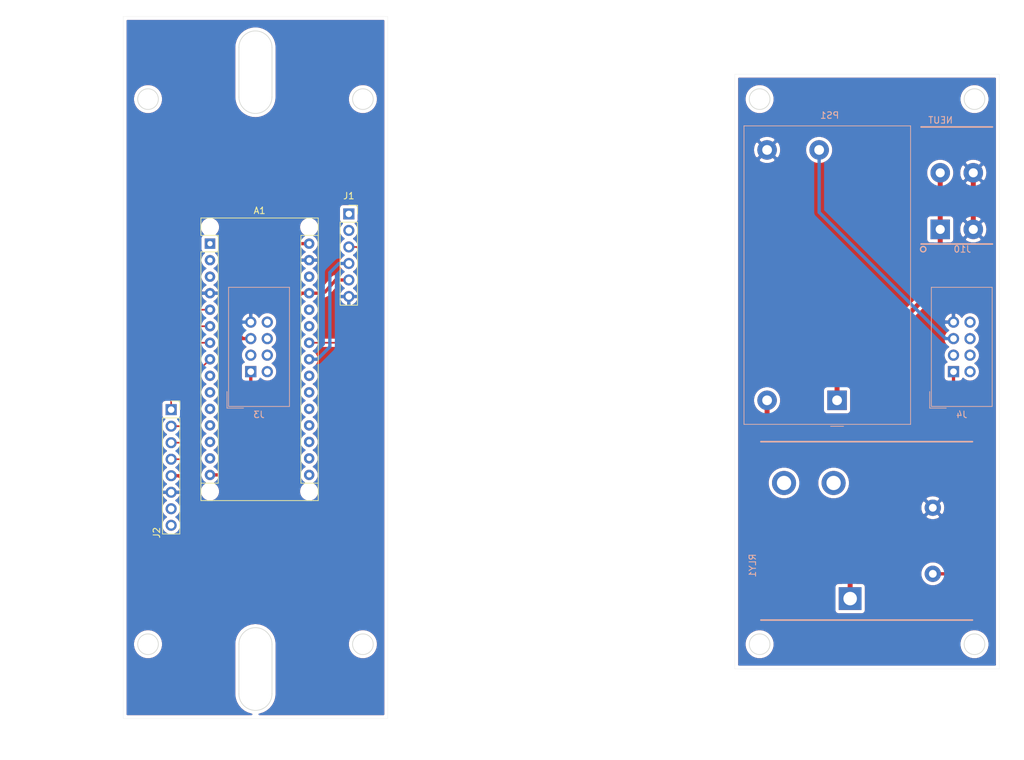
<source format=kicad_pcb>
(kicad_pcb (version 20171130) (host pcbnew "(5.1.5)-3")

  (general
    (thickness 1.6)
    (drawings 33)
    (tracks 68)
    (zones 0)
    (modules 8)
    (nets 48)
  )

  (page A4)
  (layers
    (0 F.Cu signal)
    (31 B.Cu signal)
    (32 B.Adhes user)
    (33 F.Adhes user)
    (34 B.Paste user)
    (35 F.Paste user)
    (36 B.SilkS user)
    (37 F.SilkS user)
    (38 B.Mask user)
    (39 F.Mask user)
    (40 Dwgs.User user)
    (41 Cmts.User user)
    (42 Eco1.User user)
    (43 Eco2.User user)
    (44 Edge.Cuts user)
    (45 Margin user)
    (46 B.CrtYd user)
    (47 F.CrtYd user)
    (48 B.Fab user)
    (49 F.Fab user)
  )

  (setup
    (last_trace_width 0.254)
    (user_trace_width 0.508)
    (user_trace_width 0.762)
    (trace_clearance 0.254)
    (zone_clearance 0.508)
    (zone_45_only no)
    (trace_min 0.1524)
    (via_size 0.762)
    (via_drill 0.381)
    (via_min_size 0.508)
    (via_min_drill 0.254)
    (uvia_size 0.762)
    (uvia_drill 0.381)
    (uvias_allowed no)
    (uvia_min_size 0.508)
    (uvia_min_drill 0.254)
    (edge_width 0.1)
    (segment_width 0.15)
    (pcb_text_width 0.3)
    (pcb_text_size 1.5 1.5)
    (mod_edge_width 0.15)
    (mod_text_size 1 1)
    (mod_text_width 0.15)
    (pad_size 1.7 1.7)
    (pad_drill 1)
    (pad_to_mask_clearance 0.0508)
    (solder_mask_min_width 0.101)
    (aux_axis_origin 0 0)
    (visible_elements 7FFFFFFF)
    (pcbplotparams
      (layerselection 0x010fc_ffffffff)
      (usegerberextensions false)
      (usegerberattributes false)
      (usegerberadvancedattributes false)
      (creategerberjobfile false)
      (excludeedgelayer true)
      (linewidth 0.100000)
      (plotframeref false)
      (viasonmask false)
      (mode 1)
      (useauxorigin false)
      (hpglpennumber 1)
      (hpglpenspeed 20)
      (hpglpendiameter 15.000000)
      (psnegative false)
      (psa4output false)
      (plotreference true)
      (plotvalue true)
      (plotinvisibletext false)
      (padsonsilk false)
      (subtractmaskfromsilk false)
      (outputformat 1)
      (mirror false)
      (drillshape 1)
      (scaleselection 1)
      (outputdirectory ""))
  )

  (net 0 "")
  (net 1 "Net-(A1-Pad1)")
  (net 2 +3V3)
  (net 3 "Net-(A1-Pad2)")
  (net 4 "Net-(A1-Pad18)")
  (net 5 "Net-(A1-Pad3)")
  (net 6 "Net-(A1-Pad19)")
  (net 7 GNDREF)
  (net 8 "Net-(A1-Pad20)")
  (net 9 /SCK)
  (net 10 "Net-(A1-Pad21)")
  (net 11 /MISO)
  (net 12 "Net-(A1-Pad22)")
  (net 13 /MOSI)
  (net 14 /SDA)
  (net 15 /SS)
  (net 16 /SCL)
  (net 17 "Net-(A1-Pad9)")
  (net 18 "Net-(A1-Pad25)")
  (net 19 "Net-(A1-Pad10)")
  (net 20 "Net-(A1-Pad26)")
  (net 21 "Net-(A1-Pad11)")
  (net 22 +5V)
  (net 23 "Net-(A1-Pad12)")
  (net 24 "Net-(A1-Pad28)")
  (net 25 "Net-(A1-Pad13)")
  (net 26 "Net-(A1-Pad14)")
  (net 27 /RelayPin)
  (net 28 "Net-(A1-Pad16)")
  (net 29 /32K)
  (net 30 /SQW)
  (net 31 /IRQ)
  (net 32 /RSTO)
  (net 33 "Net-(J3-Pad2)")
  (net 34 "Net-(J3-Pad3)")
  (net 35 "Net-(J10-Pad1)")
  (net 36 "Net-(RLY1-Pad4)")
  (net 37 "Net-(J8-Pad~)")
  (net 38 "Net-(J9-Pad~)")
  (net 39 VCC)
  (net 40 "Net-(J3-Pad4)")
  (net 41 "Net-(J3-Pad6)")
  (net 42 "Net-(J3-Pad8)")
  (net 43 "Net-(J4-Pad8)")
  (net 44 "Net-(J4-Pad6)")
  (net 45 "Net-(J4-Pad4)")
  (net 46 "Net-(J4-Pad3)")
  (net 47 "Net-(J4-Pad2)")

  (net_class Default "This is the default net class."
    (clearance 0.254)
    (trace_width 0.254)
    (via_dia 0.762)
    (via_drill 0.381)
    (uvia_dia 0.762)
    (uvia_drill 0.381)
    (add_net +3V3)
    (add_net +5V)
    (add_net /32K)
    (add_net /IRQ)
    (add_net /MISO)
    (add_net /MOSI)
    (add_net /RSTO)
    (add_net /RelayPin)
    (add_net /SCK)
    (add_net /SCL)
    (add_net /SDA)
    (add_net /SQW)
    (add_net /SS)
    (add_net GNDREF)
    (add_net "Net-(A1-Pad1)")
    (add_net "Net-(A1-Pad10)")
    (add_net "Net-(A1-Pad11)")
    (add_net "Net-(A1-Pad12)")
    (add_net "Net-(A1-Pad13)")
    (add_net "Net-(A1-Pad14)")
    (add_net "Net-(A1-Pad16)")
    (add_net "Net-(A1-Pad18)")
    (add_net "Net-(A1-Pad19)")
    (add_net "Net-(A1-Pad2)")
    (add_net "Net-(A1-Pad20)")
    (add_net "Net-(A1-Pad21)")
    (add_net "Net-(A1-Pad22)")
    (add_net "Net-(A1-Pad25)")
    (add_net "Net-(A1-Pad26)")
    (add_net "Net-(A1-Pad28)")
    (add_net "Net-(A1-Pad3)")
    (add_net "Net-(A1-Pad9)")
    (add_net "Net-(J10-Pad1)")
    (add_net "Net-(J3-Pad2)")
    (add_net "Net-(J3-Pad3)")
    (add_net "Net-(J3-Pad4)")
    (add_net "Net-(J3-Pad6)")
    (add_net "Net-(J3-Pad8)")
    (add_net "Net-(J4-Pad2)")
    (add_net "Net-(J4-Pad3)")
    (add_net "Net-(J4-Pad4)")
    (add_net "Net-(J4-Pad6)")
    (add_net "Net-(J4-Pad8)")
    (add_net "Net-(J8-Pad~)")
    (add_net "Net-(J9-Pad~)")
    (add_net "Net-(RLY1-Pad4)")
    (add_net VCC)
  )

  (module Plug_Pass:Converter_ACDC_MeanWell_IRM-05-xx_THT (layer B.Cu) (tedit 5AEF7D42) (tstamp 5E9F5002)
    (at 193.5099 100.92436 90)
    (descr http://www.meanwell.com/webapp/product/search.aspx?prod=IRM-05)
    (tags "ACDC-Converter 5W   Meanwell IRM-05")
    (path /5E98A7A4)
    (fp_text reference PS1 (at 43.815 -1.143 180) (layer B.SilkS)
      (effects (font (size 1 1) (thickness 0.15)) (justify mirror))
    )
    (fp_text value IRM-05-5 (at 21.7 -15.6 90) (layer B.Fab)
      (effects (font (size 1 1) (thickness 0.15)) (justify mirror))
    )
    (fp_line (start -2.6 0) (end -3.6 -1) (layer B.Fab) (width 0.1))
    (fp_line (start -2.6 0) (end -3.6 1) (layer B.Fab) (width 0.1))
    (fp_line (start 42.35 11.45) (end 42.35 -14.45) (layer B.CrtYd) (width 0.05))
    (fp_line (start -3.85 11.45) (end 42.35 11.45) (layer B.CrtYd) (width 0.05))
    (fp_line (start -3.85 -14.45) (end 42.35 -14.45) (layer B.CrtYd) (width 0.05))
    (fp_line (start 42.1 11.2) (end 42.1 -14.2) (layer B.Fab) (width 0.1))
    (fp_line (start -3.7 11.3) (end -3.7 -14.3) (layer B.SilkS) (width 0.12))
    (fp_line (start -3.7 -14.3) (end 42.2 -14.3) (layer B.SilkS) (width 0.12))
    (fp_line (start -3.6 11.2) (end -3.6 -14.2) (layer B.Fab) (width 0.1))
    (fp_text user %R (at 22.42 -0.48 90) (layer B.Fab)
      (effects (font (size 1 1) (thickness 0.15)) (justify mirror))
    )
    (fp_line (start -3.85 11.45) (end -3.85 -14.45) (layer B.CrtYd) (width 0.05))
    (fp_line (start 42.1 11.2) (end -3.6 11.2) (layer B.Fab) (width 0.1))
    (fp_line (start -3.6 -14.2) (end 42.1 -14.2) (layer B.Fab) (width 0.1))
    (fp_line (start -3.7 11.3) (end 42.2 11.3) (layer B.SilkS) (width 0.12))
    (fp_line (start 42.2 11.3) (end 42.2 -14.3) (layer B.SilkS) (width 0.12))
    (fp_line (start -4 1) (end -4 -1) (layer B.SilkS) (width 0.12))
    (pad 1 thru_hole rect (at 0 0 90) (size 3 3) (drill 1.5) (layers *.Cu *.Mask)
      (net 35 "Net-(J10-Pad1)"))
    (pad 4 thru_hole circle (at 38.5 -2.75 90) (size 3 3) (drill 1.5) (layers *.Cu *.Mask)
      (net 39 VCC))
    (pad 2 thru_hole circle (at 0 -10.75 90) (size 3 3) (drill 1.5) (layers *.Cu *.Mask)
      (net 38 "Net-(J9-Pad~)"))
    (pad 3 thru_hole circle (at 38.5 -10.75 90) (size 3 3) (drill 1.5) (layers *.Cu *.Mask)
      (net 7 GNDREF))
    (model ${KISYS3DMOD}/Converter_ACDC.3dshapes/Converter_ACDC_MeanWell_IRM-05-xx_THT.wrl
      (at (xyz 0 0 0))
      (scale (xyz 1 1 1))
      (rotate (xyz 0 0 0))
    )
  )

  (module Plug_Pass:TDPT_2P_5.08MM (layer B.Cu) (tedit 5E9E2B5C) (tstamp 5E9F4FCD)
    (at 209.36458 74.64044)
    (path /5E984D8C)
    (fp_text reference J10 (at 3.4036 3.048) (layer B.SilkS)
      (effects (font (size 1 1) (thickness 0.15)) (justify mirror))
    )
    (fp_text value TDPT-1017503 (at -4.0894 -7.6962 -90) (layer B.Fab)
      (effects (font (size 1 1) (thickness 0.15)) (justify mirror))
    )
    (fp_circle (center -2.6162 3.048) (end -2.2098 3.1496) (layer B.SilkS) (width 0.2))
    (fp_text user NEUT (at 0.0508 -16.7894) (layer B.SilkS)
      (effects (font (size 1 1) (thickness 0.15)) (justify mirror))
    )
    (fp_line (start -2.94 -15.75) (end 8.02 -15.75) (layer B.SilkS) (width 0.25))
    (fp_line (start -2.94 2.25) (end 8.02 2.25) (layer B.SilkS) (width 0.25))
    (fp_line (start -2.94 -15.75) (end 8.002 -15.75) (layer B.Fab) (width 0.12))
    (fp_line (start 8.02 2.25) (end 8.02 -15.75) (layer B.Fab) (width 0.12))
    (fp_line (start -2.94 2.25) (end 8.02 2.25) (layer B.Fab) (width 0.12))
    (fp_line (start -2.94 2.25) (end -2.94 -15.75) (layer B.Fab) (width 0.12))
    (pad 2 thru_hole circle (at 5.08 -8.7) (size 3 3) (drill 1.4) (layers *.Cu *.Mask)
      (net 7 GNDREF))
    (pad 2 thru_hole circle (at 5.08 0) (size 3 3) (drill 1.4) (layers *.Cu *.Mask)
      (net 7 GNDREF))
    (pad 1 thru_hole circle (at 0 -8.7) (size 3 3) (drill 1.4) (layers *.Cu *.Mask)
      (net 35 "Net-(J10-Pad1)"))
    (pad 1 thru_hole rect (at 0 0) (size 3 3) (drill 1.4) (layers *.Cu *.Mask)
      (net 35 "Net-(J10-Pad1)"))
  )

  (module Plug_Pass:Arduino_Nano_WithMountingHoles (layer F.Cu) (tedit 58ACAF99) (tstamp 5E9F4398)
    (at 97.15246 76.835)
    (descr "Arduino Nano, http://www.mouser.com/pdfdocs/Gravitech_Arduino_Nano3_0.pdf")
    (tags "Arduino Nano")
    (path /5E9A0BA3)
    (fp_text reference A1 (at 7.62 -5.08) (layer F.SilkS)
      (effects (font (size 1 1) (thickness 0.15)))
    )
    (fp_text value Arduino_Nano_v3.x (at 8.89 15.24 90) (layer F.Fab)
      (effects (font (size 1 1) (thickness 0.15)))
    )
    (fp_line (start 16.75 42.16) (end -1.53 42.16) (layer F.CrtYd) (width 0.05))
    (fp_line (start 16.75 42.16) (end 16.75 -4.06) (layer F.CrtYd) (width 0.05))
    (fp_line (start -1.53 -4.06) (end -1.53 42.16) (layer F.CrtYd) (width 0.05))
    (fp_line (start -1.53 -4.06) (end 16.75 -4.06) (layer F.CrtYd) (width 0.05))
    (fp_line (start 16.51 -3.81) (end 16.51 39.37) (layer F.Fab) (width 0.1))
    (fp_line (start 0 -3.81) (end 16.51 -3.81) (layer F.Fab) (width 0.1))
    (fp_line (start -1.27 -2.54) (end 0 -3.81) (layer F.Fab) (width 0.1))
    (fp_line (start -1.27 39.37) (end -1.27 -2.54) (layer F.Fab) (width 0.1))
    (fp_line (start 16.51 39.37) (end -1.27 39.37) (layer F.Fab) (width 0.1))
    (fp_line (start 16.64 -3.94) (end -1.4 -3.94) (layer F.SilkS) (width 0.12))
    (fp_line (start 16.64 39.5) (end 16.64 -3.94) (layer F.SilkS) (width 0.12))
    (fp_line (start -1.4 39.5) (end 16.64 39.5) (layer F.SilkS) (width 0.12))
    (fp_line (start 3.81 41.91) (end 3.81 31.75) (layer F.Fab) (width 0.1))
    (fp_line (start 11.43 41.91) (end 3.81 41.91) (layer F.Fab) (width 0.1))
    (fp_line (start 11.43 31.75) (end 11.43 41.91) (layer F.Fab) (width 0.1))
    (fp_line (start 3.81 31.75) (end 11.43 31.75) (layer F.Fab) (width 0.1))
    (fp_line (start 1.27 36.83) (end -1.4 36.83) (layer F.SilkS) (width 0.12))
    (fp_line (start 1.27 1.27) (end 1.27 36.83) (layer F.SilkS) (width 0.12))
    (fp_line (start 1.27 1.27) (end -1.4 1.27) (layer F.SilkS) (width 0.12))
    (fp_line (start 13.97 36.83) (end 16.64 36.83) (layer F.SilkS) (width 0.12))
    (fp_line (start 13.97 -1.27) (end 13.97 36.83) (layer F.SilkS) (width 0.12))
    (fp_line (start 13.97 -1.27) (end 16.64 -1.27) (layer F.SilkS) (width 0.12))
    (fp_line (start -1.4 -3.94) (end -1.4 -1.27) (layer F.SilkS) (width 0.12))
    (fp_line (start -1.4 1.27) (end -1.4 39.5) (layer F.SilkS) (width 0.12))
    (fp_line (start 1.27 -1.27) (end -1.4 -1.27) (layer F.SilkS) (width 0.12))
    (fp_line (start 1.27 1.27) (end 1.27 -1.27) (layer F.SilkS) (width 0.12))
    (fp_text user %R (at 6.35 16.51 90) (layer F.Fab)
      (effects (font (size 1 1) (thickness 0.15)))
    )
    (pad "" np_thru_hole circle (at 0 38.1) (size 1.78 1.78) (drill 1.78) (layers *.Cu *.Mask))
    (pad "" np_thru_hole circle (at 15.24 38.1) (size 1.78 1.78) (drill 1.78) (layers *.Cu *.Mask))
    (pad "" np_thru_hole circle (at 15.24 -2.54) (size 1.78 1.78) (drill 1.78) (layers *.Cu *.Mask))
    (pad "" np_thru_hole circle (at 0 -2.54) (size 1.78 1.78) (drill 1.78) (layers *.Cu *.Mask))
    (pad 16 thru_hole oval (at 15.24 35.56) (size 1.6 1.6) (drill 0.8) (layers *.Cu *.Mask)
      (net 28 "Net-(A1-Pad16)"))
    (pad 15 thru_hole oval (at 0 35.56) (size 1.6 1.6) (drill 0.8) (layers *.Cu *.Mask)
      (net 27 /RelayPin))
    (pad 30 thru_hole oval (at 15.24 0) (size 1.6 1.6) (drill 0.8) (layers *.Cu *.Mask)
      (net 39 VCC))
    (pad 14 thru_hole oval (at 0 33.02) (size 1.6 1.6) (drill 0.8) (layers *.Cu *.Mask)
      (net 26 "Net-(A1-Pad14)"))
    (pad 29 thru_hole oval (at 15.24 2.54) (size 1.6 1.6) (drill 0.8) (layers *.Cu *.Mask)
      (net 7 GNDREF))
    (pad 13 thru_hole oval (at 0 30.48) (size 1.6 1.6) (drill 0.8) (layers *.Cu *.Mask)
      (net 25 "Net-(A1-Pad13)"))
    (pad 28 thru_hole oval (at 15.24 5.08) (size 1.6 1.6) (drill 0.8) (layers *.Cu *.Mask)
      (net 24 "Net-(A1-Pad28)"))
    (pad 12 thru_hole oval (at 0 27.94) (size 1.6 1.6) (drill 0.8) (layers *.Cu *.Mask)
      (net 23 "Net-(A1-Pad12)"))
    (pad 27 thru_hole oval (at 15.24 7.62) (size 1.6 1.6) (drill 0.8) (layers *.Cu *.Mask)
      (net 22 +5V))
    (pad 11 thru_hole oval (at 0 25.4) (size 1.6 1.6) (drill 0.8) (layers *.Cu *.Mask)
      (net 21 "Net-(A1-Pad11)"))
    (pad 26 thru_hole oval (at 15.24 10.16) (size 1.6 1.6) (drill 0.8) (layers *.Cu *.Mask)
      (net 20 "Net-(A1-Pad26)"))
    (pad 10 thru_hole oval (at 0 22.86) (size 1.6 1.6) (drill 0.8) (layers *.Cu *.Mask)
      (net 19 "Net-(A1-Pad10)"))
    (pad 25 thru_hole oval (at 15.24 12.7) (size 1.6 1.6) (drill 0.8) (layers *.Cu *.Mask)
      (net 18 "Net-(A1-Pad25)"))
    (pad 9 thru_hole oval (at 0 20.32) (size 1.6 1.6) (drill 0.8) (layers *.Cu *.Mask)
      (net 17 "Net-(A1-Pad9)"))
    (pad 24 thru_hole oval (at 15.24 15.24) (size 1.6 1.6) (drill 0.8) (layers *.Cu *.Mask)
      (net 16 /SCL))
    (pad 8 thru_hole oval (at 0 17.78) (size 1.6 1.6) (drill 0.8) (layers *.Cu *.Mask)
      (net 15 /SS))
    (pad 23 thru_hole oval (at 15.24 17.78) (size 1.6 1.6) (drill 0.8) (layers *.Cu *.Mask)
      (net 14 /SDA))
    (pad 7 thru_hole oval (at 0 15.24) (size 1.6 1.6) (drill 0.8) (layers *.Cu *.Mask)
      (net 13 /MOSI))
    (pad 22 thru_hole oval (at 15.24 20.32) (size 1.6 1.6) (drill 0.8) (layers *.Cu *.Mask)
      (net 12 "Net-(A1-Pad22)"))
    (pad 6 thru_hole oval (at 0 12.7) (size 1.6 1.6) (drill 0.8) (layers *.Cu *.Mask)
      (net 11 /MISO))
    (pad 21 thru_hole oval (at 15.24 22.86) (size 1.6 1.6) (drill 0.8) (layers *.Cu *.Mask)
      (net 10 "Net-(A1-Pad21)"))
    (pad 5 thru_hole oval (at 0 10.16) (size 1.6 1.6) (drill 0.8) (layers *.Cu *.Mask)
      (net 9 /SCK))
    (pad 20 thru_hole oval (at 15.24 25.4) (size 1.6 1.6) (drill 0.8) (layers *.Cu *.Mask)
      (net 8 "Net-(A1-Pad20)"))
    (pad 4 thru_hole oval (at 0 7.62) (size 1.6 1.6) (drill 0.8) (layers *.Cu *.Mask)
      (net 7 GNDREF))
    (pad 19 thru_hole oval (at 15.24 27.94) (size 1.6 1.6) (drill 0.8) (layers *.Cu *.Mask)
      (net 6 "Net-(A1-Pad19)"))
    (pad 3 thru_hole oval (at 0 5.08) (size 1.6 1.6) (drill 0.8) (layers *.Cu *.Mask)
      (net 5 "Net-(A1-Pad3)"))
    (pad 18 thru_hole oval (at 15.24 30.48) (size 1.6 1.6) (drill 0.8) (layers *.Cu *.Mask)
      (net 4 "Net-(A1-Pad18)"))
    (pad 2 thru_hole oval (at 0 2.54) (size 1.6 1.6) (drill 0.8) (layers *.Cu *.Mask)
      (net 3 "Net-(A1-Pad2)"))
    (pad 17 thru_hole oval (at 15.24 33.02) (size 1.6 1.6) (drill 0.8) (layers *.Cu *.Mask)
      (net 2 +3V3))
    (pad 1 thru_hole rect (at 0 0) (size 1.6 1.6) (drill 0.8) (layers *.Cu *.Mask)
      (net 1 "Net-(A1-Pad1)"))
    (model ${KISYS3DMOD}/Module.3dshapes/Arduino_Nano_WithMountingHoles.wrl
      (at (xyz 0 0 0))
      (scale (xyz 1 1 1))
      (rotate (xyz 0 0 0))
    )
  )

  (module Plug_Pass:PinSocket_1x06_P2.54mm_Vertical (layer F.Cu) (tedit 5A19A430) (tstamp 5E9F4482)
    (at 118.48846 72.263)
    (descr "Through hole straight socket strip, 1x06, 2.54mm pitch, single row (from Kicad 4.0.7), script generated")
    (tags "Through hole socket strip THT 1x06 2.54mm single row")
    (path /5E94C5A7)
    (fp_text reference J1 (at 0 -2.77) (layer F.SilkS)
      (effects (font (size 1 1) (thickness 0.15)))
    )
    (fp_text value Conn_01x06 (at 0 15.47) (layer F.Fab)
      (effects (font (size 1 1) (thickness 0.15)))
    )
    (fp_text user %R (at 0 6.35 90) (layer F.Fab)
      (effects (font (size 1 1) (thickness 0.15)))
    )
    (fp_line (start -1.8 14.45) (end -1.8 -1.8) (layer F.CrtYd) (width 0.05))
    (fp_line (start 1.75 14.45) (end -1.8 14.45) (layer F.CrtYd) (width 0.05))
    (fp_line (start 1.75 -1.8) (end 1.75 14.45) (layer F.CrtYd) (width 0.05))
    (fp_line (start -1.8 -1.8) (end 1.75 -1.8) (layer F.CrtYd) (width 0.05))
    (fp_line (start 0 -1.33) (end 1.33 -1.33) (layer F.SilkS) (width 0.12))
    (fp_line (start 1.33 -1.33) (end 1.33 0) (layer F.SilkS) (width 0.12))
    (fp_line (start 1.33 1.27) (end 1.33 14.03) (layer F.SilkS) (width 0.12))
    (fp_line (start -1.33 14.03) (end 1.33 14.03) (layer F.SilkS) (width 0.12))
    (fp_line (start -1.33 1.27) (end -1.33 14.03) (layer F.SilkS) (width 0.12))
    (fp_line (start -1.33 1.27) (end 1.33 1.27) (layer F.SilkS) (width 0.12))
    (fp_line (start -1.27 13.97) (end -1.27 -1.27) (layer F.Fab) (width 0.1))
    (fp_line (start 1.27 13.97) (end -1.27 13.97) (layer F.Fab) (width 0.1))
    (fp_line (start 1.27 -0.635) (end 1.27 13.97) (layer F.Fab) (width 0.1))
    (fp_line (start 0.635 -1.27) (end 1.27 -0.635) (layer F.Fab) (width 0.1))
    (fp_line (start -1.27 -1.27) (end 0.635 -1.27) (layer F.Fab) (width 0.1))
    (pad 6 thru_hole oval (at 0 12.7) (size 1.7 1.7) (drill 1) (layers *.Cu *.Mask)
      (net 7 GNDREF))
    (pad 5 thru_hole oval (at 0 10.16) (size 1.7 1.7) (drill 1) (layers *.Cu *.Mask)
      (net 22 +5V))
    (pad 4 thru_hole oval (at 0 7.62) (size 1.7 1.7) (drill 1) (layers *.Cu *.Mask)
      (net 14 /SDA))
    (pad 3 thru_hole oval (at 0 5.08) (size 1.7 1.7) (drill 1) (layers *.Cu *.Mask)
      (net 16 /SCL))
    (pad 2 thru_hole oval (at 0 2.54) (size 1.7 1.7) (drill 1) (layers *.Cu *.Mask)
      (net 30 /SQW))
    (pad 1 thru_hole rect (at 0 0) (size 1.7 1.7) (drill 1) (layers *.Cu *.Mask)
      (net 29 /32K))
    (model ${KISYS3DMOD}/Connector_PinSocket_2.54mm.3dshapes/PinSocket_1x06_P2.54mm_Vertical.wrl
      (at (xyz 0 0 0))
      (scale (xyz 1 1 1))
      (rotate (xyz 0 0 0))
    )
  )

  (module Plug_Pass:PinSocket_1x08_P2.54mm_Vertical (layer F.Cu) (tedit 5A19A420) (tstamp 5E9F4433)
    (at 91.18346 102.362)
    (descr "Through hole straight socket strip, 1x08, 2.54mm pitch, single row (from Kicad 4.0.7), script generated")
    (tags "Through hole socket strip THT 1x08 2.54mm single row")
    (path /5E971DCA)
    (fp_text reference J2 (at -2.21996 18.93062 90) (layer F.SilkS)
      (effects (font (size 1 1) (thickness 0.15)))
    )
    (fp_text value Conn_01x08 (at 0 20.55) (layer F.Fab)
      (effects (font (size 1 1) (thickness 0.15)))
    )
    (fp_text user %R (at 0 8.89 90) (layer F.Fab)
      (effects (font (size 1 1) (thickness 0.15)))
    )
    (fp_line (start -1.8 19.55) (end -1.8 -1.8) (layer F.CrtYd) (width 0.05))
    (fp_line (start 1.75 19.55) (end -1.8 19.55) (layer F.CrtYd) (width 0.05))
    (fp_line (start 1.75 -1.8) (end 1.75 19.55) (layer F.CrtYd) (width 0.05))
    (fp_line (start -1.8 -1.8) (end 1.75 -1.8) (layer F.CrtYd) (width 0.05))
    (fp_line (start 0 -1.33) (end 1.33 -1.33) (layer F.SilkS) (width 0.12))
    (fp_line (start 1.33 -1.33) (end 1.33 0) (layer F.SilkS) (width 0.12))
    (fp_line (start 1.33 1.27) (end 1.33 19.11) (layer F.SilkS) (width 0.12))
    (fp_line (start -1.33 19.11) (end 1.33 19.11) (layer F.SilkS) (width 0.12))
    (fp_line (start -1.33 1.27) (end -1.33 19.11) (layer F.SilkS) (width 0.12))
    (fp_line (start -1.33 1.27) (end 1.33 1.27) (layer F.SilkS) (width 0.12))
    (fp_line (start -1.27 19.05) (end -1.27 -1.27) (layer F.Fab) (width 0.1))
    (fp_line (start 1.27 19.05) (end -1.27 19.05) (layer F.Fab) (width 0.1))
    (fp_line (start 1.27 -0.635) (end 1.27 19.05) (layer F.Fab) (width 0.1))
    (fp_line (start 0.635 -1.27) (end 1.27 -0.635) (layer F.Fab) (width 0.1))
    (fp_line (start -1.27 -1.27) (end 0.635 -1.27) (layer F.Fab) (width 0.1))
    (pad 8 thru_hole oval (at 0 17.78) (size 1.7 1.7) (drill 1) (layers *.Cu *.Mask)
      (net 32 /RSTO))
    (pad 7 thru_hole oval (at 0 15.24) (size 1.7 1.7) (drill 1) (layers *.Cu *.Mask)
      (net 31 /IRQ))
    (pad 6 thru_hole oval (at 0 12.7) (size 1.7 1.7) (drill 1) (layers *.Cu *.Mask)
      (net 7 GNDREF))
    (pad 5 thru_hole oval (at 0 10.16) (size 1.7 1.7) (drill 1) (layers *.Cu *.Mask)
      (net 22 +5V))
    (pad 4 thru_hole oval (at 0 7.62) (size 1.7 1.7) (drill 1) (layers *.Cu *.Mask)
      (net 15 /SS))
    (pad 3 thru_hole oval (at 0 5.08) (size 1.7 1.7) (drill 1) (layers *.Cu *.Mask)
      (net 13 /MOSI))
    (pad 2 thru_hole oval (at 0 2.54) (size 1.7 1.7) (drill 1) (layers *.Cu *.Mask)
      (net 11 /MISO))
    (pad 1 thru_hole rect (at 0 0) (size 1.7 1.7) (drill 1) (layers *.Cu *.Mask)
      (net 9 /SCK))
    (model ${KISYS3DMOD}/Connector_PinSocket_2.54mm.3dshapes/PinSocket_1x08_P2.54mm_Vertical.wrl
      (at (xyz 0 0 0))
      (scale (xyz 1 1 1))
      (rotate (xyz 0 0 0))
    )
  )

  (module Plug_Pass:RLY-T9AS5D22-5 (layer B.Cu) (tedit 5E987609) (tstamp 5E9F4FA2)
    (at 181.80304 107.28452 270)
    (path /5E903161)
    (fp_text reference RLY1 (at 19.05 1.27 90) (layer B.SilkS)
      (effects (font (size 1 1) (thickness 0.15)) (justify mirror))
    )
    (fp_text value T95S5D22-5 (at 19.05 -38.1 90) (layer B.Fab)
      (effects (font (size 1 1) (thickness 0.15)) (justify mirror))
    )
    (fp_line (start 27.43 0) (end 27.43 -32.51) (layer B.SilkS) (width 0.25))
    (fp_line (start 0 0) (end 0 -32.51) (layer B.SilkS) (width 0.25))
    (fp_line (start 0 -32.51) (end 27.43 -32.51) (layer B.Fab) (width 0.12))
    (fp_line (start 0 0) (end 27.43 0) (layer B.Fab) (width 0.12))
    (fp_line (start 27.43 0) (end 27.43 -32.51) (layer B.Fab) (width 0.12))
    (fp_line (start 0 0) (end 0 -32.51) (layer B.Fab) (width 0.12))
    (pad 5 thru_hole circle (at 20.32 -26.42 270) (size 2.5 2.5) (drill 1.2) (layers *.Cu *.Mask)
      (net 27 /RelayPin))
    (pad 2 thru_hole circle (at 10.16 -26.42 270) (size 2.5 2.5) (drill 1.2) (layers *.Cu *.Mask)
      (net 7 GNDREF))
    (pad 1 thru_hole rect (at 24.13 -13.72 270) (size 3.5 3.5) (drill 2.08) (layers *.Cu *.Mask)
      (net 38 "Net-(J9-Pad~)"))
    (pad 3 thru_hole circle (at 6.35 -11.18 270) (size 3.7 3.7) (drill 2.2) (layers *.Cu *.Mask)
      (net 37 "Net-(J8-Pad~)"))
    (pad 4 thru_hole circle (at 6.35 -3.56 270) (size 3.7 3.7) (drill 2.2) (layers *.Cu *.Mask)
      (net 36 "Net-(RLY1-Pad4)"))
  )

  (module Plug_Pass:IDC-Header_2x04_P2.54mm_Vertical (layer B.Cu) (tedit 59DE070F) (tstamp 5E9F44D9)
    (at 103.41864 96.52)
    (descr "Through hole straight IDC box header, 2x04, 2.54mm pitch, double rows")
    (tags "Through hole IDC box header THT 2x04 2.54mm double row")
    (path /5E9F6D64)
    (fp_text reference J3 (at 1.27 6.604) (layer B.SilkS)
      (effects (font (size 1 1) (thickness 0.15)) (justify mirror))
    )
    (fp_text value Conn_02x04_Odd_Even (at 1.27 -14.224) (layer B.Fab)
      (effects (font (size 1 1) (thickness 0.15)) (justify mirror))
    )
    (fp_text user %R (at 1.27 -3.81) (layer B.Fab)
      (effects (font (size 1 1) (thickness 0.15)) (justify mirror))
    )
    (fp_line (start 5.695 5.1) (end 5.695 -12.72) (layer B.Fab) (width 0.1))
    (fp_line (start 5.145 4.56) (end 5.145 -12.16) (layer B.Fab) (width 0.1))
    (fp_line (start -3.155 5.1) (end -3.155 -12.72) (layer B.Fab) (width 0.1))
    (fp_line (start -2.605 4.56) (end -2.605 -1.56) (layer B.Fab) (width 0.1))
    (fp_line (start -2.605 -6.06) (end -2.605 -12.16) (layer B.Fab) (width 0.1))
    (fp_line (start -2.605 -1.56) (end -3.155 -1.56) (layer B.Fab) (width 0.1))
    (fp_line (start -2.605 -6.06) (end -3.155 -6.06) (layer B.Fab) (width 0.1))
    (fp_line (start 5.695 5.1) (end -3.155 5.1) (layer B.Fab) (width 0.1))
    (fp_line (start 5.145 4.56) (end -2.605 4.56) (layer B.Fab) (width 0.1))
    (fp_line (start 5.695 -12.72) (end -3.155 -12.72) (layer B.Fab) (width 0.1))
    (fp_line (start 5.145 -12.16) (end -2.605 -12.16) (layer B.Fab) (width 0.1))
    (fp_line (start 5.695 5.1) (end 5.145 4.56) (layer B.Fab) (width 0.1))
    (fp_line (start 5.695 -12.72) (end 5.145 -12.16) (layer B.Fab) (width 0.1))
    (fp_line (start -3.155 5.1) (end -2.605 4.56) (layer B.Fab) (width 0.1))
    (fp_line (start -3.155 -12.72) (end -2.605 -12.16) (layer B.Fab) (width 0.1))
    (fp_line (start 5.95 5.35) (end 5.95 -12.97) (layer B.CrtYd) (width 0.05))
    (fp_line (start 5.95 -12.97) (end -3.41 -12.97) (layer B.CrtYd) (width 0.05))
    (fp_line (start -3.41 -12.97) (end -3.41 5.35) (layer B.CrtYd) (width 0.05))
    (fp_line (start -3.41 5.35) (end 5.95 5.35) (layer B.CrtYd) (width 0.05))
    (fp_line (start 5.945 5.35) (end 5.945 -12.97) (layer B.SilkS) (width 0.12))
    (fp_line (start 5.945 -12.97) (end -3.405 -12.97) (layer B.SilkS) (width 0.12))
    (fp_line (start -3.405 -12.97) (end -3.405 5.35) (layer B.SilkS) (width 0.12))
    (fp_line (start -3.405 5.35) (end 5.945 5.35) (layer B.SilkS) (width 0.12))
    (fp_line (start -3.655 5.6) (end -3.655 3.06) (layer B.SilkS) (width 0.12))
    (fp_line (start -3.655 5.6) (end -1.115 5.6) (layer B.SilkS) (width 0.12))
    (pad 1 thru_hole rect (at 0 0) (size 1.7272 1.7272) (drill 1.016) (layers *.Cu *.Mask)
      (net 27 /RelayPin))
    (pad 2 thru_hole oval (at 2.54 0) (size 1.7272 1.7272) (drill 1.016) (layers *.Cu *.Mask)
      (net 33 "Net-(J3-Pad2)"))
    (pad 3 thru_hole oval (at 0 -2.54) (size 1.7272 1.7272) (drill 1.016) (layers *.Cu *.Mask)
      (net 34 "Net-(J3-Pad3)"))
    (pad 4 thru_hole oval (at 2.54 -2.54) (size 1.7272 1.7272) (drill 1.016) (layers *.Cu *.Mask)
      (net 40 "Net-(J3-Pad4)"))
    (pad 5 thru_hole oval (at 0 -5.08) (size 1.7272 1.7272) (drill 1.016) (layers *.Cu *.Mask)
      (net 39 VCC))
    (pad 6 thru_hole oval (at 2.54 -5.08) (size 1.7272 1.7272) (drill 1.016) (layers *.Cu *.Mask)
      (net 41 "Net-(J3-Pad6)"))
    (pad 7 thru_hole oval (at 0 -7.62) (size 1.7272 1.7272) (drill 1.016) (layers *.Cu *.Mask)
      (net 7 GNDREF))
    (pad 8 thru_hole oval (at 2.54 -7.62) (size 1.7272 1.7272) (drill 1.016) (layers *.Cu *.Mask)
      (net 42 "Net-(J3-Pad8)"))
    (model ${KISYS3DMOD}/Connector_IDC.3dshapes/IDC-Header_2x04_P2.54mm_Vertical.wrl
      (at (xyz 0 0 0))
      (scale (xyz 1 1 1))
      (rotate (xyz 0 0 0))
    )
  )

  (module Plug_Pass:IDC-Header_2x04_P2.54mm_Vertical (layer B.Cu) (tedit 59DE070F) (tstamp 5E9F5055)
    (at 211.4042 96.52)
    (descr "Through hole straight IDC box header, 2x04, 2.54mm pitch, double rows")
    (tags "Through hole IDC box header THT 2x04 2.54mm double row")
    (path /5EA059A4)
    (fp_text reference J4 (at 1.27 6.604) (layer B.SilkS)
      (effects (font (size 1 1) (thickness 0.15)) (justify mirror))
    )
    (fp_text value Conn_02x04_Odd_Even (at 1.27 -14.224) (layer B.Fab)
      (effects (font (size 1 1) (thickness 0.15)) (justify mirror))
    )
    (fp_line (start -3.655 5.6) (end -1.115 5.6) (layer B.SilkS) (width 0.12))
    (fp_line (start -3.655 5.6) (end -3.655 3.06) (layer B.SilkS) (width 0.12))
    (fp_line (start -3.405 5.35) (end 5.945 5.35) (layer B.SilkS) (width 0.12))
    (fp_line (start -3.405 -12.97) (end -3.405 5.35) (layer B.SilkS) (width 0.12))
    (fp_line (start 5.945 -12.97) (end -3.405 -12.97) (layer B.SilkS) (width 0.12))
    (fp_line (start 5.945 5.35) (end 5.945 -12.97) (layer B.SilkS) (width 0.12))
    (fp_line (start -3.41 5.35) (end 5.95 5.35) (layer B.CrtYd) (width 0.05))
    (fp_line (start -3.41 -12.97) (end -3.41 5.35) (layer B.CrtYd) (width 0.05))
    (fp_line (start 5.95 -12.97) (end -3.41 -12.97) (layer B.CrtYd) (width 0.05))
    (fp_line (start 5.95 5.35) (end 5.95 -12.97) (layer B.CrtYd) (width 0.05))
    (fp_line (start -3.155 -12.72) (end -2.605 -12.16) (layer B.Fab) (width 0.1))
    (fp_line (start -3.155 5.1) (end -2.605 4.56) (layer B.Fab) (width 0.1))
    (fp_line (start 5.695 -12.72) (end 5.145 -12.16) (layer B.Fab) (width 0.1))
    (fp_line (start 5.695 5.1) (end 5.145 4.56) (layer B.Fab) (width 0.1))
    (fp_line (start 5.145 -12.16) (end -2.605 -12.16) (layer B.Fab) (width 0.1))
    (fp_line (start 5.695 -12.72) (end -3.155 -12.72) (layer B.Fab) (width 0.1))
    (fp_line (start 5.145 4.56) (end -2.605 4.56) (layer B.Fab) (width 0.1))
    (fp_line (start 5.695 5.1) (end -3.155 5.1) (layer B.Fab) (width 0.1))
    (fp_line (start -2.605 -6.06) (end -3.155 -6.06) (layer B.Fab) (width 0.1))
    (fp_line (start -2.605 -1.56) (end -3.155 -1.56) (layer B.Fab) (width 0.1))
    (fp_line (start -2.605 -6.06) (end -2.605 -12.16) (layer B.Fab) (width 0.1))
    (fp_line (start -2.605 4.56) (end -2.605 -1.56) (layer B.Fab) (width 0.1))
    (fp_line (start -3.155 5.1) (end -3.155 -12.72) (layer B.Fab) (width 0.1))
    (fp_line (start 5.145 4.56) (end 5.145 -12.16) (layer B.Fab) (width 0.1))
    (fp_line (start 5.695 5.1) (end 5.695 -12.72) (layer B.Fab) (width 0.1))
    (fp_text user %R (at 1.27 -3.81) (layer B.Fab)
      (effects (font (size 1 1) (thickness 0.15)) (justify mirror))
    )
    (pad 8 thru_hole oval (at 2.54 -7.62) (size 1.7272 1.7272) (drill 1.016) (layers *.Cu *.Mask)
      (net 43 "Net-(J4-Pad8)"))
    (pad 7 thru_hole oval (at 0 -7.62) (size 1.7272 1.7272) (drill 1.016) (layers *.Cu *.Mask)
      (net 7 GNDREF))
    (pad 6 thru_hole oval (at 2.54 -5.08) (size 1.7272 1.7272) (drill 1.016) (layers *.Cu *.Mask)
      (net 44 "Net-(J4-Pad6)"))
    (pad 5 thru_hole oval (at 0 -5.08) (size 1.7272 1.7272) (drill 1.016) (layers *.Cu *.Mask)
      (net 39 VCC))
    (pad 4 thru_hole oval (at 2.54 -2.54) (size 1.7272 1.7272) (drill 1.016) (layers *.Cu *.Mask)
      (net 45 "Net-(J4-Pad4)"))
    (pad 3 thru_hole oval (at 0 -2.54) (size 1.7272 1.7272) (drill 1.016) (layers *.Cu *.Mask)
      (net 46 "Net-(J4-Pad3)"))
    (pad 2 thru_hole oval (at 2.54 0) (size 1.7272 1.7272) (drill 1.016) (layers *.Cu *.Mask)
      (net 47 "Net-(J4-Pad2)"))
    (pad 1 thru_hole rect (at 0 0) (size 1.7272 1.7272) (drill 1.016) (layers *.Cu *.Mask)
      (net 27 /RelayPin))
    (model ${KISYS3DMOD}/Connector_IDC.3dshapes/IDC-Header_2x04_P2.54mm_Vertical.wrl
      (at (xyz 0 0 0))
      (scale (xyz 1 1 1))
      (rotate (xyz 0 0 0))
    )
  )

  (dimension 96.8375 (width 0.15) (layer Cmts.User)
    (gr_text "3.8125 in" (at 68.55 96.52 90) (layer Cmts.User)
      (effects (font (size 1 1) (thickness 0.15)))
    )
    (feature1 (pts (xy 104.14 48.10125) (xy 69.263579 48.10125)))
    (feature2 (pts (xy 104.14 144.93875) (xy 69.263579 144.93875)))
    (crossbar (pts (xy 69.85 144.93875) (xy 69.85 48.10125)))
    (arrow1a (pts (xy 69.85 48.10125) (xy 70.436421 49.227754)))
    (arrow1b (pts (xy 69.85 48.10125) (xy 69.263579 49.227754)))
    (arrow2a (pts (xy 69.85 144.93875) (xy 70.436421 143.812246)))
    (arrow2b (pts (xy 69.85 144.93875) (xy 69.263579 143.812246)))
  )
  (gr_circle (center 181.61 138.43) (end 183.1975 138.43) (layer Edge.Cuts) (width 0.1) (tstamp 5E9F50A6))
  (gr_circle (center 214.63 138.43) (end 216.2175 138.43) (layer Edge.Cuts) (width 0.1) (tstamp 5E9F50A0))
  (gr_circle (center 214.63 54.61) (end 216.2175 54.61) (layer Edge.Cuts) (width 0.1) (tstamp 5E9F50A3))
  (gr_circle (center 181.61 54.61) (end 183.1975 54.61) (layer Edge.Cuts) (width 0.1) (tstamp 5E9F50A9))
  (gr_circle (center 87.63 138.43) (end 89.2175 138.43) (layer Edge.Cuts) (width 0.1) (tstamp 5E98E041))
  (gr_circle (center 120.65 138.43) (end 122.2375 138.43) (layer Edge.Cuts) (width 0.1) (tstamp 5E98E033))
  (gr_circle (center 87.63 54.61) (end 89.2175 54.61) (layer Edge.Cuts) (width 0.1) (tstamp 5E98E028))
  (gr_circle (center 120.65 54.61) (end 122.2375 54.61) (layer Edge.Cuts) (width 0.1) (tstamp 5E98DEA9))
  (gr_arc (start 104.137461 46.672499) (end 106.68 46.6725) (angle -180) (layer Edge.Cuts) (width 0.1) (tstamp 5E9F53EA))
  (gr_arc (start 104.137461 54.292499) (end 101.6 54.292498) (angle -180) (layer Edge.Cuts) (width 0.1) (tstamp 5E98DEB8))
  (gr_line (start 101.6 46.6725) (end 101.6 54.2925) (layer Edge.Cuts) (width 0.1) (tstamp 5E98DEAF))
  (gr_line (start 106.68 46.6725) (end 106.68 54.2925) (layer Edge.Cuts) (width 0.1) (tstamp 5E98DEB5))
  (gr_arc (start 104.13746 146.05) (end 101.6 146.049999) (angle -180.0000226) (layer Edge.Cuts) (width 0.1) (tstamp 5E98DEBB))
  (gr_arc (start 104.13746 138.43) (end 106.68 138.43) (angle -180) (layer Edge.Cuts) (width 0.1) (tstamp 5E98DEAC))
  (gr_line (start 106.68 138.43) (end 106.68 146.05) (layer Edge.Cuts) (width 0.1) (tstamp 5E98DED6))
  (gr_line (start 101.6 138.43) (end 101.6 146.05) (layer Edge.Cuts) (width 0.1) (tstamp 5E98DED0))
  (gr_line (start 83.82 41.91) (end 124.46 41.91) (layer Edge.Cuts) (width 0.0254) (tstamp 5E98DEC7))
  (gr_line (start 124.46 41.91) (end 124.46 149.86) (layer Edge.Cuts) (width 0.0254) (tstamp 5E98DED9))
  (gr_line (start 83.82 149.86) (end 124.46 149.86) (layer Edge.Cuts) (width 0.0254) (tstamp 5E98DEBE))
  (gr_line (start 83.82 149.86) (end 83.82 41.91) (layer Edge.Cuts) (width 0.0254) (tstamp 5E98DED3))
  (gr_line (start 177.8 50.8) (end 218.44 50.8) (layer Edge.Cuts) (width 0.0254) (tstamp 5E98DEC1))
  (gr_line (start 177.8 142.24) (end 218.44 142.24) (layer Edge.Cuts) (width 0.0254) (tstamp 5E98DECA))
  (gr_line (start 218.44 50.8) (end 218.44 142.24) (layer Edge.Cuts) (width 0.0254) (tstamp 5E98DEC4))
  (gr_line (start 177.8 142.24) (end 177.8 50.8) (layer Edge.Cuts) (width 0.0254) (tstamp 5E98DECD))
  (dimension 38.1 (width 0.15) (layer Cmts.User) (tstamp 5E98DEDD)
    (gr_text "1.5000 in" (at 103.75646 134.269) (layer Cmts.User) (tstamp 5E98DEDD)
      (effects (font (size 1 1) (thickness 0.15)))
    )
    (feature1 (pts (xy 84.70646 130.302) (xy 84.70646 133.555421)))
    (feature2 (pts (xy 122.80646 130.302) (xy 122.80646 133.555421)))
    (crossbar (pts (xy 122.80646 132.969) (xy 84.70646 132.969)))
    (arrow1a (pts (xy 84.70646 132.969) (xy 85.832964 132.382579)))
    (arrow1b (pts (xy 84.70646 132.969) (xy 85.832964 133.555421)))
    (arrow2a (pts (xy 122.80646 132.969) (xy 121.679956 132.382579)))
    (arrow2b (pts (xy 122.80646 132.969) (xy 121.679956 133.555421)))
  )
  (dimension 69.85 (width 0.15) (layer Cmts.User) (tstamp 5E98DEEF)
    (gr_text "2.7500 in" (at 130.71046 95.377 270) (layer Cmts.User) (tstamp 5E98DEEF)
      (effects (font (size 1 1) (thickness 0.15)))
    )
    (feature1 (pts (xy 122.80646 130.302) (xy 129.996881 130.302)))
    (feature2 (pts (xy 122.80646 60.452) (xy 129.996881 60.452)))
    (crossbar (pts (xy 129.41046 60.452) (xy 129.41046 130.302)))
    (arrow1a (pts (xy 129.41046 130.302) (xy 128.824039 129.175496)))
    (arrow1b (pts (xy 129.41046 130.302) (xy 129.996881 129.175496)))
    (arrow2a (pts (xy 129.41046 60.452) (xy 128.824039 61.578504)))
    (arrow2b (pts (xy 129.41046 60.452) (xy 129.996881 61.578504)))
  )
  (gr_circle (center 104.14 48.10125) (end 106.52125 48.10125) (layer Cmts.User) (width 0.15) (tstamp 5E9F5400))
  (gr_circle (center 104.14 144.93875) (end 106.52125 144.93875) (layer Cmts.User) (width 0.15) (tstamp 5E9F547C))
  (gr_line (start 84.70646 60.452) (end 122.80646 60.452) (layer Cmts.User) (width 0.15) (tstamp 5E98DEF7))
  (gr_line (start 122.80646 60.452) (end 122.80646 130.302) (layer Cmts.User) (width 0.15) (tstamp 5E98DEF4))
  (gr_line (start 84.70646 130.302) (end 122.80646 130.302) (layer Cmts.User) (width 0.15) (tstamp 5E98DEEB))
  (gr_line (start 84.70646 60.452) (end 84.70646 130.302) (layer Cmts.User) (width 0.15) (tstamp 5E98DEE2))

  (segment (start 214.44458 68.06176) (end 214.44458 74.64044) (width 0.762) (layer F.Cu) (net 7) (tstamp 5E9F4F8F))
  (segment (start 214.44458 65.94044) (end 214.44458 68.06176) (width 0.762) (layer F.Cu) (net 7) (tstamp 5E9F4F92))
  (segment (start 91.18346 102.362) (end 91.18346 89.15654) (width 0.254) (layer F.Cu) (net 9) (tstamp 5E9F4350))
  (segment (start 93.345 86.995) (end 97.15246 86.995) (width 0.254) (layer F.Cu) (net 9) (tstamp 5E9F4335))
  (segment (start 91.18346 89.15654) (end 93.345 86.995) (width 0.254) (layer F.Cu) (net 9) (tstamp 5E9F4314))
  (segment (start 91.18346 104.902) (end 92.71 104.902) (width 0.254) (layer F.Cu) (net 11) (tstamp 5E9F4311))
  (segment (start 92.71 104.902) (end 92.71 91.44) (width 0.254) (layer F.Cu) (net 11) (tstamp 5E9F430E))
  (segment (start 94.615 89.535) (end 97.15246 89.535) (width 0.254) (layer F.Cu) (net 11) (tstamp 5E9F431D))
  (segment (start 92.71 91.44) (end 94.615 89.535) (width 0.254) (layer F.Cu) (net 11) (tstamp 5E9F4320))
  (segment (start 91.18346 107.442) (end 93.472 107.442) (width 0.254) (layer F.Cu) (net 13) (tstamp 5E9F4317))
  (segment (start 93.472 107.442) (end 93.472 93.98) (width 0.254) (layer F.Cu) (net 13) (tstamp 5E9F4356))
  (segment (start 95.377 92.075) (end 97.15246 92.075) (width 0.254) (layer F.Cu) (net 13) (tstamp 5E9F4353))
  (segment (start 93.472 93.98) (end 95.377 92.075) (width 0.254) (layer F.Cu) (net 13) (tstamp 5E9F433B))
  (segment (start 113.665 94.615) (end 112.39246 94.615) (width 0.508) (layer B.Cu) (net 14))
  (segment (start 115.57 92.71) (end 113.665 94.615) (width 0.508) (layer B.Cu) (net 14))
  (segment (start 118.48846 79.883) (end 116.967 79.883) (width 0.508) (layer B.Cu) (net 14))
  (segment (start 115.57 81.28) (end 115.57 92.71) (width 0.508) (layer B.Cu) (net 14))
  (segment (start 116.967 79.883) (end 115.57 81.28) (width 0.508) (layer B.Cu) (net 14))
  (segment (start 94.234 108.458) (end 94.234 97.53346) (width 0.254) (layer F.Cu) (net 15) (tstamp 5E9F4326))
  (segment (start 91.18346 109.982) (end 92.71 109.982) (width 0.254) (layer F.Cu) (net 15) (tstamp 5E9F431A))
  (segment (start 94.234 97.53346) (end 97.15246 94.615) (width 0.254) (layer F.Cu) (net 15) (tstamp 5E9F4308))
  (segment (start 92.71 109.982) (end 94.234 108.458) (width 0.254) (layer F.Cu) (net 15) (tstamp 5E9F433E))
  (segment (start 119.690541 77.343) (end 121.92 79.572459) (width 0.254) (layer F.Cu) (net 16) (tstamp 5E9F4344))
  (segment (start 118.48846 77.343) (end 119.690541 77.343) (width 0.254) (layer F.Cu) (net 16) (tstamp 5E9F4338))
  (segment (start 121.92 79.572459) (end 121.92 87.376) (width 0.254) (layer F.Cu) (net 16) (tstamp 5E9F4305))
  (segment (start 117.221 92.075) (end 112.39246 92.075) (width 0.254) (layer F.Cu) (net 16) (tstamp 5E9F432C))
  (segment (start 121.92 87.376) (end 117.221 92.075) (width 0.254) (layer F.Cu) (net 16) (tstamp 5E9F4323))
  (segment (start 112.39246 84.455) (end 114.427 84.455) (width 0.508) (layer F.Cu) (net 22) (tstamp 5E9F434A))
  (segment (start 116.459 82.423) (end 118.48846 82.423) (width 0.508) (layer F.Cu) (net 22) (tstamp 5E9F42F9))
  (segment (start 115.53444 83.46694) (end 116.459 82.423) (width 0.508) (layer F.Cu) (net 22) (tstamp 5E9F42FC))
  (segment (start 114.427 84.455) (end 114.85372 84.24926) (width 0.508) (layer F.Cu) (net 22) (tstamp 5E9F4302))
  (segment (start 114.85372 84.24926) (end 115.53444 83.46694) (width 0.508) (layer F.Cu) (net 22) (tstamp 5E9F42FF))
  (segment (start 92.385541 112.522) (end 94.14002 114.276479) (width 0.508) (layer F.Cu) (net 22) (tstamp 5E9F42DB))
  (segment (start 91.18346 112.522) (end 92.385541 112.522) (width 0.508) (layer F.Cu) (net 22) (tstamp 5E9F42D8))
  (segment (start 94.14002 114.276479) (end 94.14002 115.93068) (width 0.508) (layer F.Cu) (net 22) (tstamp 5E9F42DE))
  (segment (start 94.14002 115.93068) (end 95.92056 117.71122) (width 0.508) (layer F.Cu) (net 22) (tstamp 5E9F42D2))
  (segment (start 95.92056 117.71122) (end 99.06508 117.71122) (width 0.508) (layer F.Cu) (net 22) (tstamp 5E9F42D5))
  (segment (start 99.06508 117.71122) (end 109.75848 107.01782) (width 0.508) (layer F.Cu) (net 22) (tstamp 5E9F42CF))
  (segment (start 109.75848 85.95761) (end 109.75848 107.01782) (width 0.508) (layer F.Cu) (net 22) (tstamp 5E9F42CC))
  (segment (start 111.26109 84.455) (end 109.75848 85.95761) (width 0.508) (layer F.Cu) (net 22) (tstamp 5E9F42C9))
  (segment (start 112.39246 84.455) (end 111.26109 84.455) (width 0.508) (layer F.Cu) (net 22) (tstamp 5E9F42C6))
  (segment (start 103.41864 96.52) (end 103.41864 108.98124) (width 0.508) (layer F.Cu) (net 27) (tstamp 5E9F42E1))
  (segment (start 100.00488 112.395) (end 97.15246 112.395) (width 0.508) (layer F.Cu) (net 27) (tstamp 5E9F42E7))
  (segment (start 103.41864 108.98124) (end 100.00488 112.395) (width 0.508) (layer F.Cu) (net 27) (tstamp 5E9F42E4))
  (segment (start 211.4042 96.52) (end 211.4042 126.42342) (width 0.508) (layer F.Cu) (net 27) (tstamp 5E9F4F62))
  (segment (start 210.2231 127.60452) (end 208.22304 127.60452) (width 0.508) (layer F.Cu) (net 27) (tstamp 5E9F4F68))
  (segment (start 211.4042 126.42342) (end 210.2231 127.60452) (width 0.508) (layer F.Cu) (net 27) (tstamp 5E9F4F65))
  (segment (start 209.36458 68.06176) (end 209.36458 74.64044) (width 0.762) (layer F.Cu) (net 35) (tstamp 5E9F4F8C))
  (segment (start 209.36458 65.94044) (end 209.36458 68.06176) (width 0.762) (layer F.Cu) (net 35) (tstamp 5E9F4F89))
  (segment (start 209.36458 82.80768) (end 209.36458 78.3336) (width 0.762) (layer F.Cu) (net 35) (tstamp 5E9F4F6E))
  (segment (start 193.5099 100.92436) (end 193.5099 98.66236) (width 0.762) (layer F.Cu) (net 35) (tstamp 5E9F4F74))
  (segment (start 193.5099 98.66236) (end 209.36458 82.80768) (width 0.762) (layer F.Cu) (net 35) (tstamp 5E9F4F6B))
  (segment (start 209.36458 74.64044) (end 209.36458 78.3336) (width 0.762) (layer F.Cu) (net 35) (tstamp 5E9F4F71))
  (segment (start 209.36458 78.3336) (end 209.36458 78.88986) (width 0.762) (layer F.Cu) (net 35) (tstamp 5E9F4F77))
  (segment (start 195.52304 128.90252) (end 189.11316 122.49264) (width 0.762) (layer F.Cu) (net 38) (tstamp 5E9F4F86))
  (segment (start 195.52304 131.41452) (end 195.52304 128.90252) (width 0.762) (layer F.Cu) (net 38) (tstamp 5E9F4F83))
  (segment (start 189.11316 109.39894) (end 189.11316 122.49264) (width 0.762) (layer F.Cu) (net 38) (tstamp 5E9F4F7A))
  (segment (start 182.7599 103.04568) (end 189.11316 109.39894) (width 0.762) (layer F.Cu) (net 38) (tstamp 5E9F4F80))
  (segment (start 182.7599 100.92436) (end 182.7599 103.04568) (width 0.762) (layer F.Cu) (net 38) (tstamp 5E9F4F7D))
  (segment (start 101.092 85.344) (end 109.601 76.835) (width 0.508) (layer F.Cu) (net 39) (tstamp 5E9F42F6))
  (segment (start 102.197326 91.44) (end 101.092 90.334674) (width 0.508) (layer F.Cu) (net 39) (tstamp 5E9F42F3))
  (segment (start 109.601 76.835) (end 112.39246 76.835) (width 0.508) (layer F.Cu) (net 39) (tstamp 5E9F42EA))
  (segment (start 101.092 90.334674) (end 101.092 85.344) (width 0.508) (layer F.Cu) (net 39) (tstamp 5E9F42F0))
  (segment (start 103.41864 91.44) (end 102.197326 91.44) (width 0.508) (layer F.Cu) (net 39) (tstamp 5E9F42ED))
  (segment (start 190.7599 64.54568) (end 190.7599 62.42436) (width 0.508) (layer B.Cu) (net 39) (tstamp 5E9F4F59))
  (segment (start 190.7599 72.017014) (end 190.7599 64.54568) (width 0.508) (layer B.Cu) (net 39) (tstamp 5E9F4F5F))
  (segment (start 210.182886 91.44) (end 190.7599 72.017014) (width 0.508) (layer B.Cu) (net 39) (tstamp 5E9F4F56))
  (segment (start 211.4042 91.44) (end 210.182886 91.44) (width 0.508) (layer B.Cu) (net 39) (tstamp 5E9F4F5C))

  (zone (net 7) (net_name GNDREF) (layer F.Cu) (tstamp 0) (hatch edge 0.508)
    (connect_pads (clearance 0.508))
    (min_thickness 0.254)
    (fill yes (arc_segments 32) (thermal_gap 0.508) (thermal_bridge_width 0.508))
    (polygon
      (pts
        (xy 220.98 154.94) (xy 81.28 153.67) (xy 82.55 40.64) (xy 220.98 40.64)
      )
    )
    (filled_polygon
      (pts
        (xy 123.812301 149.2123) (xy 104.741605 149.2123) (xy 104.7801 149.204398) (xy 104.841091 149.192763) (xy 104.850247 149.189999)
        (xy 105.323325 149.043557) (xy 105.380571 149.019493) (xy 105.438122 148.996241) (xy 105.446567 148.991751) (xy 105.882192 148.75621)
        (xy 105.933666 148.72149) (xy 105.985614 148.687496) (xy 105.993026 148.681451) (xy 106.374603 148.365782) (xy 106.418369 148.321709)
        (xy 106.462707 148.27829) (xy 106.468804 148.270921) (xy 106.781801 147.887149) (xy 106.816172 147.835416) (xy 106.851233 147.784211)
        (xy 106.855783 147.775798) (xy 107.088278 147.33854) (xy 107.111949 147.28111) (xy 107.136395 147.224073) (xy 107.139222 147.214941)
        (xy 107.139224 147.214935) (xy 107.282358 146.740848) (xy 107.294419 146.679938) (xy 107.307325 146.619219) (xy 107.308325 146.609707)
        (xy 107.347627 146.208879) (xy 107.355088 146.184283) (xy 107.365 146.083647) (xy 107.365 138.396353) (xy 107.364765 138.393964)
        (xy 107.364735 138.389716) (xy 107.361482 138.358769) (xy 107.361482 138.327656) (xy 107.360483 138.318144) (xy 107.347826 138.205296)
        (xy 118.368539 138.205296) (xy 118.368539 138.654704) (xy 118.456214 139.095478) (xy 118.628196 139.510677) (xy 118.877874 139.884347)
        (xy 119.195653 140.202126) (xy 119.569323 140.451804) (xy 119.984522 140.623786) (xy 120.425296 140.711461) (xy 120.874704 140.711461)
        (xy 121.315478 140.623786) (xy 121.730677 140.451804) (xy 122.104347 140.202126) (xy 122.422126 139.884347) (xy 122.671804 139.510677)
        (xy 122.843786 139.095478) (xy 122.931461 138.654704) (xy 122.931461 138.205296) (xy 122.843786 137.764522) (xy 122.671804 137.349323)
        (xy 122.422126 136.975653) (xy 122.104347 136.657874) (xy 121.730677 136.408196) (xy 121.315478 136.236214) (xy 120.874704 136.148539)
        (xy 120.425296 136.148539) (xy 119.984522 136.236214) (xy 119.569323 136.408196) (xy 119.195653 136.657874) (xy 118.877874 136.975653)
        (xy 118.628196 137.349323) (xy 118.456214 137.764522) (xy 118.368539 138.205296) (xy 107.347826 138.205296) (xy 107.30517 137.82502)
        (xy 107.292265 137.764308) (xy 107.280203 137.70339) (xy 107.277375 137.694253) (xy 107.127334 137.221264) (xy 107.10286 137.164163)
        (xy 107.079217 137.1068) (xy 107.074668 137.098386) (xy 107.074668 137.098385) (xy 107.074665 137.098381) (xy 106.835614 136.663548)
        (xy 106.800532 136.612312) (xy 106.766181 136.560609) (xy 106.760085 136.55324) (xy 106.441122 136.173115) (xy 106.396765 136.129677)
        (xy 106.353018 136.085624) (xy 106.345606 136.079579) (xy 105.958885 135.768647) (xy 105.906944 135.734658) (xy 105.855464 135.699934)
        (xy 105.847019 135.695444) (xy 105.40727 135.465548) (xy 105.349672 135.442277) (xy 105.292472 135.418233) (xy 105.283316 135.415468)
        (xy 104.807288 135.275365) (xy 104.746285 135.263728) (xy 104.685485 135.251248) (xy 104.675967 135.250314) (xy 104.181793 135.205341)
        (xy 104.11971 135.205775) (xy 104.057626 135.205341) (xy 104.048107 135.206275) (xy 103.554609 135.258144) (xy 103.493815 135.270623)
        (xy 103.432808 135.282261) (xy 103.423652 135.285025) (xy 102.949626 135.43176) (xy 102.892372 135.455828) (xy 102.834828 135.479077)
        (xy 102.826383 135.483567) (xy 102.389887 135.71958) (xy 102.338409 135.754302) (xy 102.286467 135.788292) (xy 102.279055 135.794337)
        (xy 101.896713 136.110637) (xy 101.852965 136.154692) (xy 101.808607 136.19813) (xy 101.802511 136.205499) (xy 101.488887 136.59004)
        (xy 101.454541 136.641735) (xy 101.419454 136.692979) (xy 101.414905 136.701393) (xy 101.181946 137.139525) (xy 101.158277 137.196949)
        (xy 101.13383 137.253989) (xy 101.131001 137.263125) (xy 100.987578 137.738163) (xy 100.975514 137.799093) (xy 100.962611 137.859796)
        (xy 100.961611 137.869307) (xy 100.913189 138.363156) (xy 100.91319 138.496845) (xy 100.915 138.505987) (xy 100.915001 146.083647)
        (xy 100.915235 146.086021) (xy 100.915264 146.090204) (xy 100.918517 146.121155) (xy 100.918517 146.152273) (xy 100.919516 146.161785)
        (xy 100.974719 146.653925) (xy 100.987623 146.71463) (xy 100.999686 146.775555) (xy 101.002514 146.784691) (xy 101.152255 147.256735)
        (xy 101.176707 147.313785) (xy 101.200372 147.371201) (xy 101.204921 147.379614) (xy 101.443498 147.813583) (xy 101.478589 147.864831)
        (xy 101.512931 147.91652) (xy 101.519027 147.92389) (xy 101.837351 148.303255) (xy 101.881709 148.346693) (xy 101.925457 148.390748)
        (xy 101.932869 148.396793) (xy 102.318816 148.707102) (xy 102.37076 148.741093) (xy 102.422238 148.775815) (xy 102.430682 148.780306)
        (xy 102.869554 149.009742) (xy 102.927112 149.032997) (xy 102.98435 149.057057) (xy 102.993506 149.059822) (xy 103.468583 149.199645)
        (xy 103.529586 149.211282) (xy 103.534545 149.2123) (xy 84.4677 149.2123) (xy 84.4677 138.205296) (xy 85.348539 138.205296)
        (xy 85.348539 138.654704) (xy 85.436214 139.095478) (xy 85.608196 139.510677) (xy 85.857874 139.884347) (xy 86.175653 140.202126)
        (xy 86.549323 140.451804) (xy 86.964522 140.623786) (xy 87.405296 140.711461) (xy 87.854704 140.711461) (xy 88.295478 140.623786)
        (xy 88.710677 140.451804) (xy 89.084347 140.202126) (xy 89.402126 139.884347) (xy 89.651804 139.510677) (xy 89.823786 139.095478)
        (xy 89.911461 138.654704) (xy 89.911461 138.205296) (xy 89.823786 137.764522) (xy 89.651804 137.349323) (xy 89.402126 136.975653)
        (xy 89.084347 136.657874) (xy 88.710677 136.408196) (xy 88.295478 136.236214) (xy 87.854704 136.148539) (xy 87.405296 136.148539)
        (xy 86.964522 136.236214) (xy 86.549323 136.408196) (xy 86.175653 136.657874) (xy 85.857874 136.975653) (xy 85.608196 137.349323)
        (xy 85.436214 137.764522) (xy 85.348539 138.205296) (xy 84.4677 138.205296) (xy 84.4677 117.45574) (xy 89.69846 117.45574)
        (xy 89.69846 117.74826) (xy 89.755528 118.035158) (xy 89.86747 118.305411) (xy 90.029985 118.548632) (xy 90.236828 118.755475)
        (xy 90.41122 118.872) (xy 90.236828 118.988525) (xy 90.029985 119.195368) (xy 89.86747 119.438589) (xy 89.755528 119.708842)
        (xy 89.69846 119.99574) (xy 89.69846 120.28826) (xy 89.755528 120.575158) (xy 89.86747 120.845411) (xy 90.029985 121.088632)
        (xy 90.236828 121.295475) (xy 90.480049 121.45799) (xy 90.750302 121.569932) (xy 91.0372 121.627) (xy 91.32972 121.627)
        (xy 91.616618 121.569932) (xy 91.886871 121.45799) (xy 92.130092 121.295475) (xy 92.336935 121.088632) (xy 92.49945 120.845411)
        (xy 92.611392 120.575158) (xy 92.66846 120.28826) (xy 92.66846 119.99574) (xy 92.611392 119.708842) (xy 92.49945 119.438589)
        (xy 92.336935 119.195368) (xy 92.130092 118.988525) (xy 91.9557 118.872) (xy 92.130092 118.755475) (xy 92.336935 118.548632)
        (xy 92.49945 118.305411) (xy 92.611392 118.035158) (xy 92.66846 117.74826) (xy 92.66846 117.45574) (xy 92.611392 117.168842)
        (xy 92.49945 116.898589) (xy 92.336935 116.655368) (xy 92.130092 116.448525) (xy 91.947926 116.326805) (xy 92.064815 116.257178)
        (xy 92.281048 116.062269) (xy 92.455101 115.82892) (xy 92.580285 115.566099) (xy 92.624936 115.41889) (xy 92.503615 115.189)
        (xy 91.31046 115.189) (xy 91.31046 115.209) (xy 91.05646 115.209) (xy 91.05646 115.189) (xy 89.863305 115.189)
        (xy 89.741984 115.41889) (xy 89.786635 115.566099) (xy 89.911819 115.82892) (xy 90.085872 116.062269) (xy 90.302105 116.257178)
        (xy 90.418994 116.326805) (xy 90.236828 116.448525) (xy 90.029985 116.655368) (xy 89.86747 116.898589) (xy 89.755528 117.168842)
        (xy 89.69846 117.45574) (xy 84.4677 117.45574) (xy 84.4677 101.512) (xy 89.695388 101.512) (xy 89.695388 103.212)
        (xy 89.707648 103.336482) (xy 89.743958 103.45618) (xy 89.802923 103.566494) (xy 89.882275 103.663185) (xy 89.978966 103.742537)
        (xy 90.08928 103.801502) (xy 90.16184 103.823513) (xy 90.029985 103.955368) (xy 89.86747 104.198589) (xy 89.755528 104.468842)
        (xy 89.69846 104.75574) (xy 89.69846 105.04826) (xy 89.755528 105.335158) (xy 89.86747 105.605411) (xy 90.029985 105.848632)
        (xy 90.236828 106.055475) (xy 90.41122 106.172) (xy 90.236828 106.288525) (xy 90.029985 106.495368) (xy 89.86747 106.738589)
        (xy 89.755528 107.008842) (xy 89.69846 107.29574) (xy 89.69846 107.58826) (xy 89.755528 107.875158) (xy 89.86747 108.145411)
        (xy 90.029985 108.388632) (xy 90.236828 108.595475) (xy 90.41122 108.712) (xy 90.236828 108.828525) (xy 90.029985 109.035368)
        (xy 89.86747 109.278589) (xy 89.755528 109.548842) (xy 89.69846 109.83574) (xy 89.69846 110.12826) (xy 89.755528 110.415158)
        (xy 89.86747 110.685411) (xy 90.029985 110.928632) (xy 90.236828 111.135475) (xy 90.41122 111.252) (xy 90.236828 111.368525)
        (xy 90.029985 111.575368) (xy 89.86747 111.818589) (xy 89.755528 112.088842) (xy 89.69846 112.37574) (xy 89.69846 112.66826)
        (xy 89.755528 112.955158) (xy 89.86747 113.225411) (xy 90.029985 113.468632) (xy 90.236828 113.675475) (xy 90.418994 113.797195)
        (xy 90.302105 113.866822) (xy 90.085872 114.061731) (xy 89.911819 114.29508) (xy 89.786635 114.557901) (xy 89.741984 114.70511)
        (xy 89.863305 114.935) (xy 91.05646 114.935) (xy 91.05646 114.915) (xy 91.31046 114.915) (xy 91.31046 114.935)
        (xy 92.503615 114.935) (xy 92.624936 114.70511) (xy 92.580285 114.557901) (xy 92.455101 114.29508) (xy 92.281048 114.061731)
        (xy 92.064815 113.866822) (xy 91.947926 113.797195) (xy 92.130092 113.675475) (xy 92.205936 113.599631) (xy 93.25102 114.644715)
        (xy 93.251021 115.88701) (xy 93.24672 115.93068) (xy 93.263884 116.104954) (xy 93.314718 116.272532) (xy 93.383597 116.401395)
        (xy 93.397268 116.426971) (xy 93.508362 116.562339) (xy 93.542279 116.590174) (xy 95.261066 118.308962) (xy 95.288901 118.342879)
        (xy 95.424269 118.453973) (xy 95.578709 118.536523) (xy 95.673318 118.565222) (xy 95.746285 118.587356) (xy 95.762885 118.588991)
        (xy 95.876893 118.60022) (xy 95.8769 118.60022) (xy 95.92056 118.60452) (xy 95.96422 118.60022) (xy 99.02142 118.60022)
        (xy 99.06508 118.60452) (xy 99.10874 118.60022) (xy 99.108747 118.60022) (xy 99.239354 118.587356) (xy 99.406931 118.536523)
        (xy 99.561371 118.453973) (xy 99.696739 118.342879) (xy 99.724579 118.308956) (xy 110.356216 107.677319) (xy 110.390139 107.649479)
        (xy 110.501233 107.514111) (xy 110.583783 107.359671) (xy 110.604122 107.292622) (xy 110.634616 107.192096) (xy 110.638862 107.148985)
        (xy 110.64748 107.061487) (xy 110.64748 107.061481) (xy 110.65178 107.017821) (xy 110.64748 106.974161) (xy 110.64748 86.325845)
        (xy 111.440695 85.532631) (xy 111.477701 85.569637) (xy 111.710219 85.725) (xy 111.477701 85.880363) (xy 111.277823 86.080241)
        (xy 111.12078 86.315273) (xy 111.012607 86.576426) (xy 110.95746 86.853665) (xy 110.95746 87.136335) (xy 111.012607 87.413574)
        (xy 111.12078 87.674727) (xy 111.277823 87.909759) (xy 111.477701 88.109637) (xy 111.710219 88.265) (xy 111.477701 88.420363)
        (xy 111.277823 88.620241) (xy 111.12078 88.855273) (xy 111.012607 89.116426) (xy 110.95746 89.393665) (xy 110.95746 89.676335)
        (xy 111.012607 89.953574) (xy 111.12078 90.214727) (xy 111.277823 90.449759) (xy 111.477701 90.649637) (xy 111.710219 90.805)
        (xy 111.477701 90.960363) (xy 111.277823 91.160241) (xy 111.12078 91.395273) (xy 111.012607 91.656426) (xy 110.95746 91.933665)
        (xy 110.95746 92.216335) (xy 111.012607 92.493574) (xy 111.12078 92.754727) (xy 111.277823 92.989759) (xy 111.477701 93.189637)
        (xy 111.710219 93.345) (xy 111.477701 93.500363) (xy 111.277823 93.700241) (xy 111.12078 93.935273) (xy 111.012607 94.196426)
        (xy 110.95746 94.473665) (xy 110.95746 94.756335) (xy 111.012607 95.033574) (xy 111.12078 95.294727) (xy 111.277823 95.529759)
        (xy 111.477701 95.729637) (xy 111.710219 95.885) (xy 111.477701 96.040363) (xy 111.277823 96.240241) (xy 111.12078 96.475273)
        (xy 111.012607 96.736426) (xy 110.95746 97.013665) (xy 110.95746 97.296335) (xy 111.012607 97.573574) (xy 111.12078 97.834727)
        (xy 111.277823 98.069759) (xy 111.477701 98.269637) (xy 111.710219 98.425) (xy 111.477701 98.580363) (xy 111.277823 98.780241)
        (xy 111.12078 99.015273) (xy 111.012607 99.276426) (xy 110.95746 99.553665) (xy 110.95746 99.836335) (xy 111.012607 100.113574)
        (xy 111.12078 100.374727) (xy 111.277823 100.609759) (xy 111.477701 100.809637) (xy 111.710219 100.965) (xy 111.477701 101.120363)
        (xy 111.277823 101.320241) (xy 111.12078 101.555273) (xy 111.012607 101.816426) (xy 110.95746 102.093665) (xy 110.95746 102.376335)
        (xy 111.012607 102.653574) (xy 111.12078 102.914727) (xy 111.277823 103.149759) (xy 111.477701 103.349637) (xy 111.710219 103.505)
        (xy 111.477701 103.660363) (xy 111.277823 103.860241) (xy 111.12078 104.095273) (xy 111.012607 104.356426) (xy 110.95746 104.633665)
        (xy 110.95746 104.916335) (xy 111.012607 105.193574) (xy 111.12078 105.454727) (xy 111.277823 105.689759) (xy 111.477701 105.889637)
        (xy 111.710219 106.045) (xy 111.477701 106.200363) (xy 111.277823 106.400241) (xy 111.12078 106.635273) (xy 111.012607 106.896426)
        (xy 110.95746 107.173665) (xy 110.95746 107.456335) (xy 111.012607 107.733574) (xy 111.12078 107.994727) (xy 111.277823 108.229759)
        (xy 111.477701 108.429637) (xy 111.710219 108.585) (xy 111.477701 108.740363) (xy 111.277823 108.940241) (xy 111.12078 109.175273)
        (xy 111.012607 109.436426) (xy 110.95746 109.713665) (xy 110.95746 109.996335) (xy 111.012607 110.273574) (xy 111.12078 110.534727)
        (xy 111.277823 110.769759) (xy 111.477701 110.969637) (xy 111.710219 111.125) (xy 111.477701 111.280363) (xy 111.277823 111.480241)
        (xy 111.12078 111.715273) (xy 111.012607 111.976426) (xy 110.95746 112.253665) (xy 110.95746 112.536335) (xy 111.012607 112.813574)
        (xy 111.12078 113.074727) (xy 111.277823 113.309759) (xy 111.477701 113.509637) (xy 111.62922 113.610879) (xy 111.420329 113.750455)
        (xy 111.207915 113.962869) (xy 111.041022 114.212642) (xy 110.926065 114.490174) (xy 110.86746 114.784801) (xy 110.86746 115.085199)
        (xy 110.926065 115.379826) (xy 111.041022 115.657358) (xy 111.207915 115.907131) (xy 111.420329 116.119545) (xy 111.670102 116.286438)
        (xy 111.947634 116.401395) (xy 112.242261 116.46) (xy 112.542659 116.46) (xy 112.837286 116.401395) (xy 113.114818 116.286438)
        (xy 113.364591 116.119545) (xy 113.577005 115.907131) (xy 113.743898 115.657358) (xy 113.858855 115.379826) (xy 113.91746 115.085199)
        (xy 113.91746 114.784801) (xy 113.858855 114.490174) (xy 113.743898 114.212642) (xy 113.577005 113.962869) (xy 113.364591 113.750455)
        (xy 113.1557 113.610879) (xy 113.307219 113.509637) (xy 113.507097 113.309759) (xy 113.66414 113.074727) (xy 113.772313 112.813574)
        (xy 113.82746 112.536335) (xy 113.82746 112.253665) (xy 113.772313 111.976426) (xy 113.66414 111.715273) (xy 113.507097 111.480241)
        (xy 113.307219 111.280363) (xy 113.074701 111.125) (xy 113.307219 110.969637) (xy 113.507097 110.769759) (xy 113.66414 110.534727)
        (xy 113.772313 110.273574) (xy 113.82746 109.996335) (xy 113.82746 109.713665) (xy 113.772313 109.436426) (xy 113.66414 109.175273)
        (xy 113.507097 108.940241) (xy 113.307219 108.740363) (xy 113.074701 108.585) (xy 113.307219 108.429637) (xy 113.507097 108.229759)
        (xy 113.66414 107.994727) (xy 113.772313 107.733574) (xy 113.82746 107.456335) (xy 113.82746 107.173665) (xy 113.772313 106.896426)
        (xy 113.66414 106.635273) (xy 113.507097 106.400241) (xy 113.307219 106.200363) (xy 113.074701 106.045) (xy 113.307219 105.889637)
        (xy 113.507097 105.689759) (xy 113.66414 105.454727) (xy 113.772313 105.193574) (xy 113.82746 104.916335) (xy 113.82746 104.633665)
        (xy 113.772313 104.356426) (xy 113.66414 104.095273) (xy 113.507097 103.860241) (xy 113.307219 103.660363) (xy 113.074701 103.505)
        (xy 113.307219 103.349637) (xy 113.507097 103.149759) (xy 113.66414 102.914727) (xy 113.772313 102.653574) (xy 113.82746 102.376335)
        (xy 113.82746 102.093665) (xy 113.772313 101.816426) (xy 113.66414 101.555273) (xy 113.507097 101.320241) (xy 113.307219 101.120363)
        (xy 113.074701 100.965) (xy 113.307219 100.809637) (xy 113.507097 100.609759) (xy 113.66414 100.374727) (xy 113.772313 100.113574)
        (xy 113.82746 99.836335) (xy 113.82746 99.553665) (xy 113.772313 99.276426) (xy 113.66414 99.015273) (xy 113.507097 98.780241)
        (xy 113.307219 98.580363) (xy 113.074701 98.425) (xy 113.307219 98.269637) (xy 113.507097 98.069759) (xy 113.66414 97.834727)
        (xy 113.772313 97.573574) (xy 113.82746 97.296335) (xy 113.82746 97.013665) (xy 113.772313 96.736426) (xy 113.66414 96.475273)
        (xy 113.507097 96.240241) (xy 113.307219 96.040363) (xy 113.074701 95.885) (xy 113.307219 95.729637) (xy 113.507097 95.529759)
        (xy 113.66414 95.294727) (xy 113.772313 95.033574) (xy 113.82746 94.756335) (xy 113.82746 94.473665) (xy 113.772313 94.196426)
        (xy 113.66414 93.935273) (xy 113.507097 93.700241) (xy 113.307219 93.500363) (xy 113.074701 93.345) (xy 113.307219 93.189637)
        (xy 113.507097 92.989759) (xy 113.609167 92.837) (xy 117.183577 92.837) (xy 117.221 92.840686) (xy 117.258423 92.837)
        (xy 117.258426 92.837) (xy 117.370378 92.825974) (xy 117.514015 92.782402) (xy 117.646392 92.711645) (xy 117.762422 92.616422)
        (xy 117.786284 92.587346) (xy 122.432346 87.941284) (xy 122.461422 87.917422) (xy 122.521857 87.843781) (xy 122.556645 87.801393)
        (xy 122.614484 87.693183) (xy 122.627402 87.669015) (xy 122.670974 87.525378) (xy 122.682 87.413426) (xy 122.682 87.413423)
        (xy 122.685686 87.376) (xy 122.682 87.338577) (xy 122.682 79.609881) (xy 122.685686 79.572458) (xy 122.680158 79.516335)
        (xy 122.670974 79.423081) (xy 122.627402 79.279444) (xy 122.556645 79.147067) (xy 122.461422 79.031037) (xy 122.432353 79.007181)
        (xy 120.255825 76.830654) (xy 120.231963 76.801578) (xy 120.115933 76.706355) (xy 119.983556 76.635598) (xy 119.839919 76.592026)
        (xy 119.767932 76.584936) (xy 119.641935 76.396368) (xy 119.435092 76.189525) (xy 119.2607 76.073) (xy 119.435092 75.956475)
        (xy 119.641935 75.749632) (xy 119.80445 75.506411) (xy 119.916392 75.236158) (xy 119.97346 74.94926) (xy 119.97346 74.65674)
        (xy 119.916392 74.369842) (xy 119.80445 74.099589) (xy 119.641935 73.856368) (xy 119.51008 73.724513) (xy 119.58264 73.702502)
        (xy 119.692954 73.643537) (xy 119.789645 73.564185) (xy 119.868997 73.467494) (xy 119.927962 73.35718) (xy 119.964272 73.237482)
        (xy 119.976532 73.113) (xy 119.976532 71.413) (xy 119.964272 71.288518) (xy 119.927962 71.16882) (xy 119.868997 71.058506)
        (xy 119.789645 70.961815) (xy 119.692954 70.882463) (xy 119.58264 70.823498) (xy 119.462942 70.787188) (xy 119.33846 70.774928)
        (xy 117.63846 70.774928) (xy 117.513978 70.787188) (xy 117.39428 70.823498) (xy 117.283966 70.882463) (xy 117.187275 70.961815)
        (xy 117.107923 71.058506) (xy 117.048958 71.16882) (xy 117.012648 71.288518) (xy 117.000388 71.413) (xy 117.000388 73.113)
        (xy 117.012648 73.237482) (xy 117.048958 73.35718) (xy 117.107923 73.467494) (xy 117.187275 73.564185) (xy 117.283966 73.643537)
        (xy 117.39428 73.702502) (xy 117.46684 73.724513) (xy 117.334985 73.856368) (xy 117.17247 74.099589) (xy 117.060528 74.369842)
        (xy 117.00346 74.65674) (xy 117.00346 74.94926) (xy 117.060528 75.236158) (xy 117.17247 75.506411) (xy 117.334985 75.749632)
        (xy 117.541828 75.956475) (xy 117.71622 76.073) (xy 117.541828 76.189525) (xy 117.334985 76.396368) (xy 117.17247 76.639589)
        (xy 117.060528 76.909842) (xy 117.00346 77.19674) (xy 117.00346 77.48926) (xy 117.060528 77.776158) (xy 117.17247 78.046411)
        (xy 117.334985 78.289632) (xy 117.541828 78.496475) (xy 117.71622 78.613) (xy 117.541828 78.729525) (xy 117.334985 78.936368)
        (xy 117.17247 79.179589) (xy 117.060528 79.449842) (xy 117.00346 79.73674) (xy 117.00346 80.02926) (xy 117.060528 80.316158)
        (xy 117.17247 80.586411) (xy 117.334985 80.829632) (xy 117.541828 81.036475) (xy 117.71622 81.153) (xy 117.541828 81.269525)
        (xy 117.334985 81.476368) (xy 117.296477 81.534) (xy 116.475688 81.534) (xy 116.404924 81.531338) (xy 116.345062 81.540921)
        (xy 116.284726 81.546864) (xy 116.258783 81.554734) (xy 116.232008 81.55902) (xy 116.175162 81.580099) (xy 116.117149 81.597697)
        (xy 116.093237 81.610478) (xy 116.067815 81.619905) (xy 116.016179 81.651667) (xy 115.962709 81.680247) (xy 115.941747 81.69745)
        (xy 115.918657 81.711653) (xy 115.874208 81.752878) (xy 115.827341 81.791341) (xy 115.782416 81.846082) (xy 114.895288 82.847758)
        (xy 114.892447 82.85044) (xy 114.866311 82.880476) (xy 114.839971 82.910218) (xy 114.837685 82.913376) (xy 114.30302 83.527842)
        (xy 114.223877 83.566) (xy 113.524309 83.566) (xy 113.507097 83.540241) (xy 113.307219 83.340363) (xy 113.074701 83.185)
        (xy 113.307219 83.029637) (xy 113.507097 82.829759) (xy 113.66414 82.594727) (xy 113.772313 82.333574) (xy 113.82746 82.056335)
        (xy 113.82746 81.773665) (xy 113.772313 81.496426) (xy 113.66414 81.235273) (xy 113.507097 81.000241) (xy 113.307219 80.800363)
        (xy 113.072187 80.64332) (xy 113.061595 80.638933) (xy 113.247591 80.527385) (xy 113.455979 80.338414) (xy 113.623497 80.11242)
        (xy 113.743706 79.858087) (xy 113.784364 79.724039) (xy 113.662375 79.502) (xy 112.51946 79.502) (xy 112.51946 79.522)
        (xy 112.26546 79.522) (xy 112.26546 79.502) (xy 111.122545 79.502) (xy 111.000556 79.724039) (xy 111.041214 79.858087)
        (xy 111.161423 80.11242) (xy 111.328941 80.338414) (xy 111.537329 80.527385) (xy 111.723325 80.638933) (xy 111.712733 80.64332)
        (xy 111.477701 80.800363) (xy 111.277823 81.000241) (xy 111.12078 81.235273) (xy 111.012607 81.496426) (xy 110.95746 81.773665)
        (xy 110.95746 82.056335) (xy 111.012607 82.333574) (xy 111.12078 82.594727) (xy 111.277823 82.829759) (xy 111.477701 83.029637)
        (xy 111.710219 83.185) (xy 111.477701 83.340363) (xy 111.277823 83.540241) (xy 111.263337 83.561921) (xy 111.261089 83.5617)
        (xy 111.217429 83.566) (xy 111.217423 83.566) (xy 111.120014 83.575594) (xy 111.086814 83.578864) (xy 110.985148 83.609704)
        (xy 110.919239 83.629697) (xy 110.764799 83.712247) (xy 110.629431 83.823341) (xy 110.601596 83.857259) (xy 109.160744 85.298111)
        (xy 109.126821 85.325951) (xy 109.015727 85.46132) (xy 108.95783 85.569637) (xy 108.933178 85.615758) (xy 108.891829 85.75207)
        (xy 108.882344 85.783337) (xy 108.86948 85.913944) (xy 108.86948 85.91395) (xy 108.86518 85.95761) (xy 108.86948 86.00127)
        (xy 108.869481 106.649584) (xy 98.696845 116.82222) (xy 96.288796 116.82222) (xy 95.02902 115.562445) (xy 95.02902 114.320139)
        (xy 95.03332 114.276479) (xy 95.02902 114.232819) (xy 95.02902 114.232812) (xy 95.016156 114.102205) (xy 94.965323 113.934628)
        (xy 94.882773 113.780188) (xy 94.771679 113.64482) (xy 94.737763 113.616986) (xy 93.04504 111.924264) (xy 93.0172 111.890341)
        (xy 92.881832 111.779247) (xy 92.727392 111.696697) (xy 92.559815 111.645864) (xy 92.429208 111.633) (xy 92.429201 111.633)
        (xy 92.385541 111.6287) (xy 92.373371 111.629899) (xy 92.336935 111.575368) (xy 92.130092 111.368525) (xy 91.9557 111.252)
        (xy 92.130092 111.135475) (xy 92.336935 110.928632) (xy 92.460302 110.744) (xy 92.672577 110.744) (xy 92.71 110.747686)
        (xy 92.747423 110.744) (xy 92.747426 110.744) (xy 92.859378 110.732974) (xy 93.003015 110.689402) (xy 93.135392 110.618645)
        (xy 93.251422 110.523422) (xy 93.275284 110.494346) (xy 94.746353 109.023278) (xy 94.775422 108.999422) (xy 94.870645 108.883392)
        (xy 94.941402 108.751015) (xy 94.984974 108.607378) (xy 94.996 108.495426) (xy 94.996 108.495424) (xy 94.999686 108.458001)
        (xy 94.996 108.420578) (xy 94.996 97.84909) (xy 95.71746 97.12763) (xy 95.71746 97.296335) (xy 95.772607 97.573574)
        (xy 95.88078 97.834727) (xy 96.037823 98.069759) (xy 96.237701 98.269637) (xy 96.470219 98.425) (xy 96.237701 98.580363)
        (xy 96.037823 98.780241) (xy 95.88078 99.015273) (xy 95.772607 99.276426) (xy 95.71746 99.553665) (xy 95.71746 99.836335)
        (xy 95.772607 100.113574) (xy 95.88078 100.374727) (xy 96.037823 100.609759) (xy 96.237701 100.809637) (xy 96.470219 100.965)
        (xy 96.237701 101.120363) (xy 96.037823 101.320241) (xy 95.88078 101.555273) (xy 95.772607 101.816426) (xy 95.71746 102.093665)
        (xy 95.71746 102.376335) (xy 95.772607 102.653574) (xy 95.88078 102.914727) (xy 96.037823 103.149759) (xy 96.237701 103.349637)
        (xy 96.470219 103.505) (xy 96.237701 103.660363) (xy 96.037823 103.860241) (xy 95.88078 104.095273) (xy 95.772607 104.356426)
        (xy 95.71746 104.633665) (xy 95.71746 104.916335) (xy 95.772607 105.193574) (xy 95.88078 105.454727) (xy 96.037823 105.689759)
        (xy 96.237701 105.889637) (xy 96.470219 106.045) (xy 96.237701 106.200363) (xy 96.037823 106.400241) (xy 95.88078 106.635273)
        (xy 95.772607 106.896426) (xy 95.71746 107.173665) (xy 95.71746 107.456335) (xy 95.772607 107.733574) (xy 95.88078 107.994727)
        (xy 96.037823 108.229759) (xy 96.237701 108.429637) (xy 96.470219 108.585) (xy 96.237701 108.740363) (xy 96.037823 108.940241)
        (xy 95.88078 109.175273) (xy 95.772607 109.436426) (xy 95.71746 109.713665) (xy 95.71746 109.996335) (xy 95.772607 110.273574)
        (xy 95.88078 110.534727) (xy 96.037823 110.769759) (xy 96.237701 110.969637) (xy 96.470219 111.125) (xy 96.237701 111.280363)
        (xy 96.037823 111.480241) (xy 95.88078 111.715273) (xy 95.772607 111.976426) (xy 95.71746 112.253665) (xy 95.71746 112.536335)
        (xy 95.772607 112.813574) (xy 95.88078 113.074727) (xy 96.037823 113.309759) (xy 96.237701 113.509637) (xy 96.38922 113.610879)
        (xy 96.180329 113.750455) (xy 95.967915 113.962869) (xy 95.801022 114.212642) (xy 95.686065 114.490174) (xy 95.62746 114.784801)
        (xy 95.62746 115.085199) (xy 95.686065 115.379826) (xy 95.801022 115.657358) (xy 95.967915 115.907131) (xy 96.180329 116.119545)
        (xy 96.430102 116.286438) (xy 96.707634 116.401395) (xy 97.002261 116.46) (xy 97.302659 116.46) (xy 97.597286 116.401395)
        (xy 97.874818 116.286438) (xy 98.124591 116.119545) (xy 98.337005 115.907131) (xy 98.503898 115.657358) (xy 98.618855 115.379826)
        (xy 98.67746 115.085199) (xy 98.67746 114.784801) (xy 98.618855 114.490174) (xy 98.503898 114.212642) (xy 98.337005 113.962869)
        (xy 98.124591 113.750455) (xy 97.9157 113.610879) (xy 98.067219 113.509637) (xy 98.267097 113.309759) (xy 98.284309 113.284)
        (xy 99.96122 113.284) (xy 100.00488 113.2883) (xy 100.04854 113.284) (xy 100.048547 113.284) (xy 100.179154 113.271136)
        (xy 100.346731 113.220303) (xy 100.501171 113.137753) (xy 100.636539 113.026659) (xy 100.664379 112.992736) (xy 104.016382 109.640734)
        (xy 104.050299 109.612899) (xy 104.161393 109.477531) (xy 104.243943 109.323091) (xy 104.294776 109.155514) (xy 104.30764 109.024907)
        (xy 104.30764 109.0249) (xy 104.31194 108.98124) (xy 104.30764 108.93758) (xy 104.30764 98.01917) (xy 104.406722 98.009412)
        (xy 104.52642 97.973102) (xy 104.636734 97.914137) (xy 104.733425 97.834785) (xy 104.812777 97.738094) (xy 104.871742 97.62778)
        (xy 104.889276 97.569977) (xy 105.003338 97.684039) (xy 105.248787 97.848042) (xy 105.521515 97.96101) (xy 105.811041 98.0186)
        (xy 106.106239 98.0186) (xy 106.395765 97.96101) (xy 106.668493 97.848042) (xy 106.913942 97.684039) (xy 107.122679 97.475302)
        (xy 107.286682 97.229853) (xy 107.39965 96.957125) (xy 107.45724 96.667599) (xy 107.45724 96.372401) (xy 107.39965 96.082875)
        (xy 107.286682 95.810147) (xy 107.122679 95.564698) (xy 106.913942 95.355961) (xy 106.755359 95.25) (xy 106.913942 95.144039)
        (xy 107.122679 94.935302) (xy 107.286682 94.689853) (xy 107.39965 94.417125) (xy 107.45724 94.127599) (xy 107.45724 93.832401)
        (xy 107.39965 93.542875) (xy 107.286682 93.270147) (xy 107.122679 93.024698) (xy 106.913942 92.815961) (xy 106.755359 92.71)
        (xy 106.913942 92.604039) (xy 107.122679 92.395302) (xy 107.286682 92.149853) (xy 107.39965 91.877125) (xy 107.45724 91.587599)
        (xy 107.45724 91.292401) (xy 107.39965 91.002875) (xy 107.286682 90.730147) (xy 107.122679 90.484698) (xy 106.913942 90.275961)
        (xy 106.755359 90.17) (xy 106.913942 90.064039) (xy 107.122679 89.855302) (xy 107.286682 89.609853) (xy 107.39965 89.337125)
        (xy 107.45724 89.047599) (xy 107.45724 88.752401) (xy 107.39965 88.462875) (xy 107.286682 88.190147) (xy 107.122679 87.944698)
        (xy 106.913942 87.735961) (xy 106.668493 87.571958) (xy 106.395765 87.45899) (xy 106.106239 87.4014) (xy 105.811041 87.4014)
        (xy 105.521515 87.45899) (xy 105.248787 87.571958) (xy 105.003338 87.735961) (xy 104.794601 87.944698) (xy 104.686948 88.105813)
        (xy 104.525494 87.889707) (xy 104.307128 87.693183) (xy 104.054618 87.543036) (xy 103.777667 87.445037) (xy 103.54564 87.565536)
        (xy 103.54564 88.773) (xy 103.56564 88.773) (xy 103.56564 89.027) (xy 103.54564 89.027) (xy 103.54564 89.047)
        (xy 103.29164 89.047) (xy 103.29164 89.027) (xy 103.27164 89.027) (xy 103.27164 88.773) (xy 103.29164 88.773)
        (xy 103.29164 87.565536) (xy 103.059613 87.445037) (xy 102.782662 87.543036) (xy 102.530152 87.693183) (xy 102.311786 87.889707)
        (xy 102.135956 88.125056) (xy 102.009418 88.390186) (xy 101.981 88.483878) (xy 101.981 85.712235) (xy 109.969236 77.724)
        (xy 111.260611 77.724) (xy 111.277823 77.749759) (xy 111.477701 77.949637) (xy 111.712733 78.10668) (xy 111.723325 78.111067)
        (xy 111.537329 78.222615) (xy 111.328941 78.411586) (xy 111.161423 78.63758) (xy 111.041214 78.891913) (xy 111.000556 79.025961)
        (xy 111.122545 79.248) (xy 112.26546 79.248) (xy 112.26546 79.228) (xy 112.51946 79.228) (xy 112.51946 79.248)
        (xy 113.662375 79.248) (xy 113.784364 79.025961) (xy 113.743706 78.891913) (xy 113.623497 78.63758) (xy 113.455979 78.411586)
        (xy 113.247591 78.222615) (xy 113.061595 78.111067) (xy 113.072187 78.10668) (xy 113.307219 77.949637) (xy 113.507097 77.749759)
        (xy 113.66414 77.514727) (xy 113.772313 77.253574) (xy 113.82746 76.976335) (xy 113.82746 76.693665) (xy 113.772313 76.416426)
        (xy 113.66414 76.155273) (xy 113.507097 75.920241) (xy 113.307219 75.720363) (xy 113.1557 75.619121) (xy 113.364591 75.479545)
        (xy 113.577005 75.267131) (xy 113.743898 75.017358) (xy 113.858855 74.739826) (xy 113.91746 74.445199) (xy 113.91746 74.144801)
        (xy 113.858855 73.850174) (xy 113.743898 73.572642) (xy 113.577005 73.322869) (xy 113.364591 73.110455) (xy 113.114818 72.943562)
        (xy 112.837286 72.828605) (xy 112.542659 72.77) (xy 112.242261 72.77) (xy 111.947634 72.828605) (xy 111.670102 72.943562)
        (xy 111.420329 73.110455) (xy 111.207915 73.322869) (xy 111.041022 73.572642) (xy 110.926065 73.850174) (xy 110.86746 74.144801)
        (xy 110.86746 74.445199) (xy 110.926065 74.739826) (xy 111.041022 75.017358) (xy 111.207915 75.267131) (xy 111.420329 75.479545)
        (xy 111.62922 75.619121) (xy 111.477701 75.720363) (xy 111.277823 75.920241) (xy 111.260611 75.946) (xy 109.644659 75.946)
        (xy 109.600999 75.9417) (xy 109.557339 75.946) (xy 109.557333 75.946) (xy 109.459924 75.955594) (xy 109.426724 75.958864)
        (xy 109.325058 75.989704) (xy 109.259149 76.009697) (xy 109.104709 76.092247) (xy 108.969341 76.203341) (xy 108.941506 76.237258)
        (xy 100.494259 84.684506) (xy 100.460342 84.712341) (xy 100.432507 84.746258) (xy 100.432505 84.74626) (xy 100.349248 84.847709)
        (xy 100.266698 85.002148) (xy 100.215864 85.169726) (xy 100.1987 85.344) (xy 100.203001 85.38767) (xy 100.203 90.291014)
        (xy 100.1987 90.334674) (xy 100.203 90.378334) (xy 100.203 90.37834) (xy 100.215864 90.508947) (xy 100.266697 90.676524)
        (xy 100.349247 90.830964) (xy 100.460341 90.966333) (xy 100.494264 90.994173) (xy 101.537831 92.037741) (xy 101.565667 92.071659)
        (xy 101.701035 92.182753) (xy 101.855475 92.265303) (xy 101.950084 92.294002) (xy 102.023051 92.316136) (xy 102.041399 92.317943)
        (xy 102.153659 92.329) (xy 102.153665 92.329) (xy 102.197325 92.3333) (xy 102.212194 92.331836) (xy 102.254601 92.395302)
        (xy 102.463338 92.604039) (xy 102.621921 92.71) (xy 102.463338 92.815961) (xy 102.254601 93.024698) (xy 102.090598 93.270147)
        (xy 101.97763 93.542875) (xy 101.92004 93.832401) (xy 101.92004 94.127599) (xy 101.97763 94.417125) (xy 102.090598 94.689853)
        (xy 102.254601 94.935302) (xy 102.368663 95.049364) (xy 102.31086 95.066898) (xy 102.200546 95.125863) (xy 102.103855 95.205215)
        (xy 102.024503 95.301906) (xy 101.965538 95.41222) (xy 101.929228 95.531918) (xy 101.916968 95.6564) (xy 101.916968 97.3836)
        (xy 101.929228 97.508082) (xy 101.965538 97.62778) (xy 102.024503 97.738094) (xy 102.103855 97.834785) (xy 102.200546 97.914137)
        (xy 102.31086 97.973102) (xy 102.430558 98.009412) (xy 102.52964 98.01917) (xy 102.529641 108.613003) (xy 99.636645 111.506)
        (xy 98.284309 111.506) (xy 98.267097 111.480241) (xy 98.067219 111.280363) (xy 97.834701 111.125) (xy 98.067219 110.969637)
        (xy 98.267097 110.769759) (xy 98.42414 110.534727) (xy 98.532313 110.273574) (xy 98.58746 109.996335) (xy 98.58746 109.713665)
        (xy 98.532313 109.436426) (xy 98.42414 109.175273) (xy 98.267097 108.940241) (xy 98.067219 108.740363) (xy 97.834701 108.585)
        (xy 98.067219 108.429637) (xy 98.267097 108.229759) (xy 98.42414 107.994727) (xy 98.532313 107.733574) (xy 98.58746 107.456335)
        (xy 98.58746 107.173665) (xy 98.532313 106.896426) (xy 98.42414 106.635273) (xy 98.267097 106.400241) (xy 98.067219 106.200363)
        (xy 97.834701 106.045) (xy 98.067219 105.889637) (xy 98.267097 105.689759) (xy 98.42414 105.454727) (xy 98.532313 105.193574)
        (xy 98.58746 104.916335) (xy 98.58746 104.633665) (xy 98.532313 104.356426) (xy 98.42414 104.095273) (xy 98.267097 103.860241)
        (xy 98.067219 103.660363) (xy 97.834701 103.505) (xy 98.067219 103.349637) (xy 98.267097 103.149759) (xy 98.42414 102.914727)
        (xy 98.532313 102.653574) (xy 98.58746 102.376335) (xy 98.58746 102.093665) (xy 98.532313 101.816426) (xy 98.42414 101.555273)
        (xy 98.267097 101.320241) (xy 98.067219 101.120363) (xy 97.834701 100.965) (xy 98.067219 100.809637) (xy 98.267097 100.609759)
        (xy 98.42414 100.374727) (xy 98.532313 100.113574) (xy 98.58746 99.836335) (xy 98.58746 99.553665) (xy 98.532313 99.276426)
        (xy 98.42414 99.015273) (xy 98.267097 98.780241) (xy 98.067219 98.580363) (xy 97.834701 98.425) (xy 98.067219 98.269637)
        (xy 98.267097 98.069759) (xy 98.42414 97.834727) (xy 98.532313 97.573574) (xy 98.58746 97.296335) (xy 98.58746 97.013665)
        (xy 98.532313 96.736426) (xy 98.42414 96.475273) (xy 98.267097 96.240241) (xy 98.067219 96.040363) (xy 97.834701 95.885)
        (xy 98.067219 95.729637) (xy 98.267097 95.529759) (xy 98.42414 95.294727) (xy 98.532313 95.033574) (xy 98.58746 94.756335)
        (xy 98.58746 94.473665) (xy 98.532313 94.196426) (xy 98.42414 93.935273) (xy 98.267097 93.700241) (xy 98.067219 93.500363)
        (xy 97.834701 93.345) (xy 98.067219 93.189637) (xy 98.267097 92.989759) (xy 98.42414 92.754727) (xy 98.532313 92.493574)
        (xy 98.58746 92.216335) (xy 98.58746 91.933665) (xy 98.532313 91.656426) (xy 98.42414 91.395273) (xy 98.267097 91.160241)
        (xy 98.067219 90.960363) (xy 97.834701 90.805) (xy 98.067219 90.649637) (xy 98.267097 90.449759) (xy 98.42414 90.214727)
        (xy 98.532313 89.953574) (xy 98.58746 89.676335) (xy 98.58746 89.393665) (xy 98.532313 89.116426) (xy 98.42414 88.855273)
        (xy 98.267097 88.620241) (xy 98.067219 88.420363) (xy 97.834701 88.265) (xy 98.067219 88.109637) (xy 98.267097 87.909759)
        (xy 98.42414 87.674727) (xy 98.532313 87.413574) (xy 98.58746 87.136335) (xy 98.58746 86.853665) (xy 98.532313 86.576426)
        (xy 98.42414 86.315273) (xy 98.267097 86.080241) (xy 98.067219 85.880363) (xy 97.832187 85.72332) (xy 97.821595 85.718933)
        (xy 98.007591 85.607385) (xy 98.215979 85.418414) (xy 98.383497 85.19242) (xy 98.503706 84.938087) (xy 98.544364 84.804039)
        (xy 98.422375 84.582) (xy 97.27946 84.582) (xy 97.27946 84.602) (xy 97.02546 84.602) (xy 97.02546 84.582)
        (xy 95.882545 84.582) (xy 95.760556 84.804039) (xy 95.801214 84.938087) (xy 95.921423 85.19242) (xy 96.088941 85.418414)
        (xy 96.297329 85.607385) (xy 96.483325 85.718933) (xy 96.472733 85.72332) (xy 96.237701 85.880363) (xy 96.037823 86.080241)
        (xy 95.935753 86.233) (xy 93.382422 86.233) (xy 93.344999 86.229314) (xy 93.307576 86.233) (xy 93.307574 86.233)
        (xy 93.195622 86.244026) (xy 93.051985 86.287598) (xy 92.919608 86.358355) (xy 92.803578 86.453578) (xy 92.779721 86.482648)
        (xy 90.671109 88.591261) (xy 90.642039 88.615118) (xy 90.618182 88.644188) (xy 90.618181 88.644189) (xy 90.546815 88.731148)
        (xy 90.476059 88.863525) (xy 90.432487 89.007162) (xy 90.417774 89.15654) (xy 90.421461 89.193973) (xy 90.42146 100.873928)
        (xy 90.33346 100.873928) (xy 90.208978 100.886188) (xy 90.08928 100.922498) (xy 89.978966 100.981463) (xy 89.882275 101.060815)
        (xy 89.802923 101.157506) (xy 89.743958 101.26782) (xy 89.707648 101.387518) (xy 89.695388 101.512) (xy 84.4677 101.512)
        (xy 84.4677 74.144801) (xy 95.62746 74.144801) (xy 95.62746 74.445199) (xy 95.686065 74.739826) (xy 95.801022 75.017358)
        (xy 95.967915 75.267131) (xy 96.137437 75.436653) (xy 96.10828 75.445498) (xy 95.997966 75.504463) (xy 95.901275 75.583815)
        (xy 95.821923 75.680506) (xy 95.762958 75.79082) (xy 95.726648 75.910518) (xy 95.714388 76.035) (xy 95.714388 77.635)
        (xy 95.726648 77.759482) (xy 95.762958 77.87918) (xy 95.821923 77.989494) (xy 95.901275 78.086185) (xy 95.997966 78.165537)
        (xy 96.10828 78.224502) (xy 96.227978 78.260812) (xy 96.236421 78.261643) (xy 96.037823 78.460241) (xy 95.88078 78.695273)
        (xy 95.772607 78.956426) (xy 95.71746 79.233665) (xy 95.71746 79.516335) (xy 95.772607 79.793574) (xy 95.88078 80.054727)
        (xy 96.037823 80.289759) (xy 96.237701 80.489637) (xy 96.470219 80.645) (xy 96.237701 80.800363) (xy 96.037823 81.000241)
        (xy 95.88078 81.235273) (xy 95.772607 81.496426) (xy 95.71746 81.773665) (xy 95.71746 82.056335) (xy 95.772607 82.333574)
        (xy 95.88078 82.594727) (xy 96.037823 82.829759) (xy 96.237701 83.029637) (xy 96.472733 83.18668) (xy 96.483325 83.191067)
        (xy 96.297329 83.302615) (xy 96.088941 83.491586) (xy 95.921423 83.71758) (xy 95.801214 83.971913) (xy 95.760556 84.105961)
        (xy 95.882545 84.328) (xy 97.02546 84.328) (xy 97.02546 84.308) (xy 97.27946 84.308) (xy 97.27946 84.328)
        (xy 98.422375 84.328) (xy 98.544364 84.105961) (xy 98.503706 83.971913) (xy 98.383497 83.71758) (xy 98.215979 83.491586)
        (xy 98.007591 83.302615) (xy 97.821595 83.191067) (xy 97.832187 83.18668) (xy 98.067219 83.029637) (xy 98.267097 82.829759)
        (xy 98.42414 82.594727) (xy 98.532313 82.333574) (xy 98.58746 82.056335) (xy 98.58746 81.773665) (xy 98.532313 81.496426)
        (xy 98.42414 81.235273) (xy 98.267097 81.000241) (xy 98.067219 80.800363) (xy 97.834701 80.645) (xy 98.067219 80.489637)
        (xy 98.267097 80.289759) (xy 98.42414 80.054727) (xy 98.532313 79.793574) (xy 98.58746 79.516335) (xy 98.58746 79.233665)
        (xy 98.532313 78.956426) (xy 98.42414 78.695273) (xy 98.267097 78.460241) (xy 98.068499 78.261643) (xy 98.076942 78.260812)
        (xy 98.19664 78.224502) (xy 98.306954 78.165537) (xy 98.403645 78.086185) (xy 98.482997 77.989494) (xy 98.541962 77.87918)
        (xy 98.578272 77.759482) (xy 98.590532 77.635) (xy 98.590532 76.035) (xy 98.578272 75.910518) (xy 98.541962 75.79082)
        (xy 98.482997 75.680506) (xy 98.403645 75.583815) (xy 98.306954 75.504463) (xy 98.19664 75.445498) (xy 98.167483 75.436653)
        (xy 98.337005 75.267131) (xy 98.503898 75.017358) (xy 98.618855 74.739826) (xy 98.67746 74.445199) (xy 98.67746 74.144801)
        (xy 98.618855 73.850174) (xy 98.503898 73.572642) (xy 98.337005 73.322869) (xy 98.124591 73.110455) (xy 97.874818 72.943562)
        (xy 97.597286 72.828605) (xy 97.302659 72.77) (xy 97.002261 72.77) (xy 96.707634 72.828605) (xy 96.430102 72.943562)
        (xy 96.180329 73.110455) (xy 95.967915 73.322869) (xy 95.801022 73.572642) (xy 95.686065 73.850174) (xy 95.62746 74.144801)
        (xy 84.4677 74.144801) (xy 84.4677 54.385296) (xy 85.348539 54.385296) (xy 85.348539 54.834704) (xy 85.436214 55.275478)
        (xy 85.608196 55.690677) (xy 85.857874 56.064347) (xy 86.175653 56.382126) (xy 86.549323 56.631804) (xy 86.964522 56.803786)
        (xy 87.405296 56.891461) (xy 87.854704 56.891461) (xy 88.295478 56.803786) (xy 88.710677 56.631804) (xy 89.084347 56.382126)
        (xy 89.402126 56.064347) (xy 89.651804 55.690677) (xy 89.823786 55.275478) (xy 89.911461 54.834704) (xy 89.911461 54.385296)
        (xy 89.823786 53.944522) (xy 89.651804 53.529323) (xy 89.402126 53.155653) (xy 89.084347 52.837874) (xy 88.710677 52.588196)
        (xy 88.295478 52.416214) (xy 87.854704 52.328539) (xy 87.405296 52.328539) (xy 86.964522 52.416214) (xy 86.549323 52.588196)
        (xy 86.175653 52.837874) (xy 85.857874 53.155653) (xy 85.608196 53.529323) (xy 85.436214 53.944522) (xy 85.348539 54.385296)
        (xy 84.4677 54.385296) (xy 84.4677 46.605654) (xy 100.913191 46.605654) (xy 100.913191 46.739343) (xy 100.915 46.748479)
        (xy 100.915001 54.326147) (xy 100.915235 54.328521) (xy 100.915264 54.332702) (xy 100.918516 54.363646) (xy 100.918516 54.39477)
        (xy 100.919516 54.404282) (xy 100.974718 54.896421) (xy 100.987622 54.957129) (xy 100.999686 55.018054) (xy 101.002514 55.02719)
        (xy 101.152256 55.499234) (xy 101.176714 55.556299) (xy 101.200372 55.613697) (xy 101.20492 55.62211) (xy 101.443496 56.05608)
        (xy 101.478579 56.107318) (xy 101.51293 56.15902) (xy 101.519021 56.166382) (xy 101.519026 56.166389) (xy 101.519032 56.166394)
        (xy 101.837352 56.545755) (xy 101.88171 56.589193) (xy 101.925457 56.633247) (xy 101.932869 56.639292) (xy 102.318816 56.949601)
        (xy 102.370742 56.98358) (xy 102.422237 57.018314) (xy 102.430682 57.022804) (xy 102.869552 57.25224) (xy 102.927129 57.275503)
        (xy 102.98435 57.299556) (xy 102.993506 57.302321) (xy 103.468583 57.442144) (xy 103.529604 57.453784) (xy 103.590385 57.466261)
        (xy 103.599903 57.467195) (xy 104.093091 57.512079) (xy 104.155175 57.511645) (xy 104.217258 57.512079) (xy 104.226777 57.511146)
        (xy 104.719289 57.459381) (xy 104.780114 57.446895) (xy 104.84109 57.435263) (xy 104.850246 57.432499) (xy 105.323325 57.286057)
        (xy 105.380566 57.261995) (xy 105.438124 57.23874) (xy 105.446569 57.23425) (xy 105.882193 56.998709) (xy 105.933656 56.963997)
        (xy 105.985613 56.929997) (xy 105.993025 56.923952) (xy 106.374603 56.608284) (xy 106.418333 56.564247) (xy 106.462708 56.520792)
        (xy 106.468805 56.513422) (xy 106.781803 56.129649) (xy 106.816164 56.077931) (xy 106.851236 56.02671) (xy 106.855785 56.018297)
        (xy 107.088279 55.581039) (xy 107.111942 55.523629) (xy 107.136395 55.466574) (xy 107.139224 55.457438) (xy 107.28236 54.983349)
        (xy 107.294417 54.922456) (xy 107.307327 54.861719) (xy 107.308327 54.852207) (xy 107.34763 54.45137) (xy 107.355088 54.426783)
        (xy 107.359174 54.385296) (xy 118.368539 54.385296) (xy 118.368539 54.834704) (xy 118.456214 55.275478) (xy 118.628196 55.690677)
        (xy 118.877874 56.064347) (xy 119.195653 56.382126) (xy 119.569323 56.631804) (xy 119.984522 56.803786) (xy 120.425296 56.891461)
        (xy 120.874704 56.891461) (xy 121.315478 56.803786) (xy 121.730677 56.631804) (xy 122.104347 56.382126) (xy 122.422126 56.064347)
        (xy 122.671804 55.690677) (xy 122.843786 55.275478) (xy 122.931461 54.834704) (xy 122.931461 54.385296) (xy 122.843786 53.944522)
        (xy 122.671804 53.529323) (xy 122.422126 53.155653) (xy 122.104347 52.837874) (xy 121.730677 52.588196) (xy 121.315478 52.416214)
        (xy 120.874704 52.328539) (xy 120.425296 52.328539) (xy 119.984522 52.416214) (xy 119.569323 52.588196) (xy 119.195653 52.837874)
        (xy 118.877874 53.155653) (xy 118.628196 53.529323) (xy 118.456214 53.944522) (xy 118.368539 54.385296) (xy 107.359174 54.385296)
        (xy 107.365 54.326147) (xy 107.365 46.638853) (xy 107.364765 46.636464) (xy 107.364735 46.632216) (xy 107.361483 46.601277)
        (xy 107.361483 46.570157) (xy 107.360483 46.560646) (xy 107.305171 46.067521) (xy 107.292263 46.006791) (xy 107.280204 45.94589)
        (xy 107.277376 45.936753) (xy 107.127335 45.463764) (xy 107.102861 45.406663) (xy 107.079218 45.3493) (xy 107.074669 45.340886)
        (xy 107.074669 45.340885) (xy 107.074666 45.340881) (xy 106.835615 44.906048) (xy 106.800533 44.854812) (xy 106.766182 44.803109)
        (xy 106.760086 44.79574) (xy 106.441123 44.415615) (xy 106.396746 44.372158) (xy 106.353018 44.328124) (xy 106.345607 44.322079)
        (xy 105.958887 44.011148) (xy 105.906977 43.977179) (xy 105.855466 43.942435) (xy 105.847022 43.937945) (xy 105.407273 43.708049)
        (xy 105.349689 43.684784) (xy 105.292473 43.660732) (xy 105.283321 43.657969) (xy 105.283315 43.657967) (xy 104.807289 43.517866)
        (xy 104.746282 43.506228) (xy 104.685488 43.493749) (xy 104.67597 43.492815) (xy 104.181796 43.447841) (xy 104.119712 43.448275)
        (xy 104.057628 43.447841) (xy 104.048109 43.448775) (xy 103.554612 43.500644) (xy 103.493818 43.513123) (xy 103.432811 43.524761)
        (xy 103.423655 43.527525) (xy 102.949629 43.67426) (xy 102.892375 43.698328) (xy 102.834831 43.721577) (xy 102.826386 43.726066)
        (xy 102.38989 43.962078) (xy 102.338418 43.996797) (xy 102.286469 44.030791) (xy 102.279057 44.036836) (xy 101.896715 44.353136)
        (xy 101.852967 44.397191) (xy 101.808609 44.440629) (xy 101.802512 44.447999) (xy 101.488889 44.83254) (xy 101.454507 44.884289)
        (xy 101.419458 44.935477) (xy 101.414908 44.94389) (xy 101.181948 45.382023) (xy 101.158269 45.439473) (xy 101.133832 45.496488)
        (xy 101.131003 45.505624) (xy 100.98758 45.980662) (xy 100.975517 46.041584) (xy 100.962613 46.102294) (xy 100.961613 46.111806)
        (xy 100.913191 46.605654) (xy 84.4677 46.605654) (xy 84.4677 42.5577) (xy 123.8123 42.5577)
      )
    )
    (filled_polygon
      (pts
        (xy 121.158 79.88809) (xy 121.158001 87.060369) (xy 116.90537 91.313) (xy 113.609167 91.313) (xy 113.507097 91.160241)
        (xy 113.307219 90.960363) (xy 113.074701 90.805) (xy 113.307219 90.649637) (xy 113.507097 90.449759) (xy 113.66414 90.214727)
        (xy 113.772313 89.953574) (xy 113.82746 89.676335) (xy 113.82746 89.393665) (xy 113.772313 89.116426) (xy 113.66414 88.855273)
        (xy 113.507097 88.620241) (xy 113.307219 88.420363) (xy 113.074701 88.265) (xy 113.307219 88.109637) (xy 113.507097 87.909759)
        (xy 113.66414 87.674727) (xy 113.772313 87.413574) (xy 113.82746 87.136335) (xy 113.82746 86.853665) (xy 113.772313 86.576426)
        (xy 113.66414 86.315273) (xy 113.507097 86.080241) (xy 113.307219 85.880363) (xy 113.074701 85.725) (xy 113.307219 85.569637)
        (xy 113.507097 85.369759) (xy 113.524309 85.344) (xy 114.408522 85.344) (xy 114.477499 85.346872) (xy 114.539155 85.337254)
        (xy 114.601274 85.331136) (xy 114.625512 85.323784) (xy 114.650472 85.31989) (xy 117.046984 85.31989) (xy 117.091635 85.467099)
        (xy 117.216819 85.72992) (xy 117.390872 85.963269) (xy 117.607105 86.158178) (xy 117.857208 86.307157) (xy 118.131569 86.404481)
        (xy 118.36146 86.283814) (xy 118.36146 85.09) (xy 118.61546 85.09) (xy 118.61546 86.283814) (xy 118.845351 86.404481)
        (xy 119.119712 86.307157) (xy 119.369815 86.158178) (xy 119.586048 85.963269) (xy 119.760101 85.72992) (xy 119.885285 85.467099)
        (xy 119.929936 85.31989) (xy 119.808615 85.09) (xy 118.61546 85.09) (xy 118.36146 85.09) (xy 117.168305 85.09)
        (xy 117.046984 85.31989) (xy 114.650472 85.31989) (xy 114.650524 85.319882) (xy 114.709105 85.298426) (xy 114.768851 85.280303)
        (xy 114.829767 85.247743) (xy 115.205603 85.066536) (xy 115.251925 85.048896) (xy 115.321294 85.005385) (xy 115.391205 84.962768)
        (xy 115.395419 84.958891) (xy 115.400275 84.955845) (xy 115.459801 84.899657) (xy 115.520077 84.844201) (xy 115.549311 84.804161)
        (xy 116.202556 84.053418) (xy 116.859189 83.312) (xy 117.296477 83.312) (xy 117.334985 83.369632) (xy 117.541828 83.576475)
        (xy 117.723994 83.698195) (xy 117.607105 83.767822) (xy 117.390872 83.962731) (xy 117.216819 84.19608) (xy 117.091635 84.458901)
        (xy 117.046984 84.60611) (xy 117.168305 84.836) (xy 118.36146 84.836) (xy 118.36146 84.816) (xy 118.61546 84.816)
        (xy 118.61546 84.836) (xy 119.808615 84.836) (xy 119.929936 84.60611) (xy 119.885285 84.458901) (xy 119.760101 84.19608)
        (xy 119.586048 83.962731) (xy 119.369815 83.767822) (xy 119.252926 83.698195) (xy 119.435092 83.576475) (xy 119.641935 83.369632)
        (xy 119.80445 83.126411) (xy 119.916392 82.856158) (xy 119.97346 82.56926) (xy 119.97346 82.27674) (xy 119.916392 81.989842)
        (xy 119.80445 81.719589) (xy 119.641935 81.476368) (xy 119.435092 81.269525) (xy 119.2607 81.153) (xy 119.435092 81.036475)
        (xy 119.641935 80.829632) (xy 119.80445 80.586411) (xy 119.916392 80.316158) (xy 119.97346 80.02926) (xy 119.97346 79.73674)
        (xy 119.916392 79.449842) (xy 119.80445 79.179589) (xy 119.641935 78.936368) (xy 119.435092 78.729525) (xy 119.2607 78.613)
        (xy 119.435092 78.496475) (xy 119.600739 78.330828)
      )
    )
    (filled_polygon
      (pts
        (xy 217.792301 141.5923) (xy 178.4477 141.5923) (xy 178.4477 138.205296) (xy 179.328539 138.205296) (xy 179.328539 138.654704)
        (xy 179.416214 139.095478) (xy 179.588196 139.510677) (xy 179.837874 139.884347) (xy 180.155653 140.202126) (xy 180.529323 140.451804)
        (xy 180.944522 140.623786) (xy 181.385296 140.711461) (xy 181.834704 140.711461) (xy 182.275478 140.623786) (xy 182.690677 140.451804)
        (xy 183.064347 140.202126) (xy 183.382126 139.884347) (xy 183.631804 139.510677) (xy 183.803786 139.095478) (xy 183.891461 138.654704)
        (xy 183.891461 138.205296) (xy 212.348539 138.205296) (xy 212.348539 138.654704) (xy 212.436214 139.095478) (xy 212.608196 139.510677)
        (xy 212.857874 139.884347) (xy 213.175653 140.202126) (xy 213.549323 140.451804) (xy 213.964522 140.623786) (xy 214.405296 140.711461)
        (xy 214.854704 140.711461) (xy 215.295478 140.623786) (xy 215.710677 140.451804) (xy 216.084347 140.202126) (xy 216.402126 139.884347)
        (xy 216.651804 139.510677) (xy 216.823786 139.095478) (xy 216.911461 138.654704) (xy 216.911461 138.205296) (xy 216.823786 137.764522)
        (xy 216.651804 137.349323) (xy 216.402126 136.975653) (xy 216.084347 136.657874) (xy 215.710677 136.408196) (xy 215.295478 136.236214)
        (xy 214.854704 136.148539) (xy 214.405296 136.148539) (xy 213.964522 136.236214) (xy 213.549323 136.408196) (xy 213.175653 136.657874)
        (xy 212.857874 136.975653) (xy 212.608196 137.349323) (xy 212.436214 137.764522) (xy 212.348539 138.205296) (xy 183.891461 138.205296)
        (xy 183.803786 137.764522) (xy 183.631804 137.349323) (xy 183.382126 136.975653) (xy 183.064347 136.657874) (xy 182.690677 136.408196)
        (xy 182.275478 136.236214) (xy 181.834704 136.148539) (xy 181.385296 136.148539) (xy 180.944522 136.236214) (xy 180.529323 136.408196)
        (xy 180.155653 136.657874) (xy 179.837874 136.975653) (xy 179.588196 137.349323) (xy 179.416214 137.764522) (xy 179.328539 138.205296)
        (xy 178.4477 138.205296) (xy 178.4477 113.389769) (xy 182.87804 113.389769) (xy 182.87804 113.879271) (xy 182.973537 114.359368)
        (xy 183.160861 114.811609) (xy 183.432814 115.218615) (xy 183.778945 115.564746) (xy 184.185951 115.836699) (xy 184.638192 116.024023)
        (xy 185.118289 116.11952) (xy 185.607791 116.11952) (xy 186.087888 116.024023) (xy 186.540129 115.836699) (xy 186.947135 115.564746)
        (xy 187.293266 115.218615) (xy 187.565219 114.811609) (xy 187.752543 114.359368) (xy 187.84804 113.879271) (xy 187.84804 113.389769)
        (xy 187.752543 112.909672) (xy 187.565219 112.457431) (xy 187.293266 112.050425) (xy 186.947135 111.704294) (xy 186.540129 111.432341)
        (xy 186.087888 111.245017) (xy 185.607791 111.14952) (xy 185.118289 111.14952) (xy 184.638192 111.245017) (xy 184.185951 111.432341)
        (xy 183.778945 111.704294) (xy 183.432814 112.050425) (xy 183.160861 112.457431) (xy 182.973537 112.909672) (xy 182.87804 113.389769)
        (xy 178.4477 113.389769) (xy 178.4477 100.714081) (xy 180.6249 100.714081) (xy 180.6249 101.134639) (xy 180.706947 101.547116)
        (xy 180.867888 101.935662) (xy 181.101537 102.285343) (xy 181.398917 102.582723) (xy 181.743901 102.813233) (xy 181.743901 102.995769)
        (xy 181.738985 103.04568) (xy 181.758602 103.24485) (xy 181.804195 103.395147) (xy 181.816699 103.436367) (xy 181.911041 103.61287)
        (xy 182.038005 103.767576) (xy 182.076768 103.799388) (xy 188.09716 109.819781) (xy 188.097161 122.442728) (xy 188.092245 122.49264)
        (xy 188.111862 122.69181) (xy 188.169959 122.883327) (xy 188.264301 123.05983) (xy 188.391265 123.214536) (xy 188.430028 123.246348)
        (xy 194.210127 129.026448) (xy 193.77304 129.026448) (xy 193.648558 129.038708) (xy 193.52886 129.075018) (xy 193.418546 129.133983)
        (xy 193.321855 129.213335) (xy 193.242503 129.310026) (xy 193.183538 129.42034) (xy 193.147228 129.540038) (xy 193.134968 129.66452)
        (xy 193.134968 133.16452) (xy 193.147228 133.289002) (xy 193.183538 133.4087) (xy 193.242503 133.519014) (xy 193.321855 133.615705)
        (xy 193.418546 133.695057) (xy 193.52886 133.754022) (xy 193.648558 133.790332) (xy 193.77304 133.802592) (xy 197.27304 133.802592)
        (xy 197.397522 133.790332) (xy 197.51722 133.754022) (xy 197.627534 133.695057) (xy 197.724225 133.615705) (xy 197.803577 133.519014)
        (xy 197.862542 133.4087) (xy 197.898852 133.289002) (xy 197.911112 133.16452) (xy 197.911112 129.66452) (xy 197.898852 129.540038)
        (xy 197.862542 129.42034) (xy 197.803577 129.310026) (xy 197.724225 129.213335) (xy 197.627534 129.133983) (xy 197.51722 129.075018)
        (xy 197.397522 129.038708) (xy 197.27304 129.026448) (xy 196.53904 129.026448) (xy 196.53904 128.952413) (xy 196.543954 128.902519)
        (xy 196.53904 128.852625) (xy 196.53904 128.852618) (xy 196.524338 128.703349) (xy 196.466242 128.511833) (xy 196.3719 128.33533)
        (xy 196.244936 128.180624) (xy 196.206173 128.148812) (xy 195.476225 127.418864) (xy 206.33804 127.418864) (xy 206.33804 127.790176)
        (xy 206.410479 128.154354) (xy 206.552574 128.497402) (xy 206.758865 128.806138) (xy 207.021422 129.068695) (xy 207.330158 129.274986)
        (xy 207.673206 129.417081) (xy 208.037384 129.48952) (xy 208.408696 129.48952) (xy 208.772874 129.417081) (xy 209.115922 129.274986)
        (xy 209.424658 129.068695) (xy 209.687215 128.806138) (xy 209.893506 128.497402) (xy 209.895114 128.49352) (xy 210.17944 128.49352)
        (xy 210.2231 128.49782) (xy 210.26676 128.49352) (xy 210.266767 128.49352) (xy 210.397374 128.480656) (xy 210.564951 128.429823)
        (xy 210.719391 128.347273) (xy 210.854759 128.236179) (xy 210.882599 128.202256) (xy 212.001941 127.082915) (xy 212.035859 127.055079)
        (xy 212.146953 126.919711) (xy 212.229503 126.765271) (xy 212.280336 126.597694) (xy 212.2932 126.467087) (xy 212.2932 126.46708)
        (xy 212.2975 126.42342) (xy 212.2932 126.37976) (xy 212.2932 98.01917) (xy 212.392282 98.009412) (xy 212.51198 97.973102)
        (xy 212.622294 97.914137) (xy 212.718985 97.834785) (xy 212.798337 97.738094) (xy 212.857302 97.62778) (xy 212.874836 97.569977)
        (xy 212.988898 97.684039) (xy 213.234347 97.848042) (xy 213.507075 97.96101) (xy 213.796601 98.0186) (xy 214.091799 98.0186)
        (xy 214.381325 97.96101) (xy 214.654053 97.848042) (xy 214.899502 97.684039) (xy 215.108239 97.475302) (xy 215.272242 97.229853)
        (xy 215.38521 96.957125) (xy 215.4428 96.667599) (xy 215.4428 96.372401) (xy 215.38521 96.082875) (xy 215.272242 95.810147)
        (xy 215.108239 95.564698) (xy 214.899502 95.355961) (xy 214.740919 95.25) (xy 214.899502 95.144039) (xy 215.108239 94.935302)
        (xy 215.272242 94.689853) (xy 215.38521 94.417125) (xy 215.4428 94.127599) (xy 215.4428 93.832401) (xy 215.38521 93.542875)
        (xy 215.272242 93.270147) (xy 215.108239 93.024698) (xy 214.899502 92.815961) (xy 214.740919 92.71) (xy 214.899502 92.604039)
        (xy 215.108239 92.395302) (xy 215.272242 92.149853) (xy 215.38521 91.877125) (xy 215.4428 91.587599) (xy 215.4428 91.292401)
        (xy 215.38521 91.002875) (xy 215.272242 90.730147) (xy 215.108239 90.484698) (xy 214.899502 90.275961) (xy 214.740919 90.17)
        (xy 214.899502 90.064039) (xy 215.108239 89.855302) (xy 215.272242 89.609853) (xy 215.38521 89.337125) (xy 215.4428 89.047599)
        (xy 215.4428 88.752401) (xy 215.38521 88.462875) (xy 215.272242 88.190147) (xy 215.108239 87.944698) (xy 214.899502 87.735961)
        (xy 214.654053 87.571958) (xy 214.381325 87.45899) (xy 214.091799 87.4014) (xy 213.796601 87.4014) (xy 213.507075 87.45899)
        (xy 213.234347 87.571958) (xy 212.988898 87.735961) (xy 212.780161 87.944698) (xy 212.672508 88.105813) (xy 212.511054 87.889707)
        (xy 212.292688 87.693183) (xy 212.040178 87.543036) (xy 211.763227 87.445037) (xy 211.5312 87.565536) (xy 211.5312 88.773)
        (xy 211.5512 88.773) (xy 211.5512 89.027) (xy 211.5312 89.027) (xy 211.5312 89.047) (xy 211.2772 89.047)
        (xy 211.2772 89.027) (xy 210.070383 89.027) (xy 209.949242 89.259026) (xy 209.994978 89.409814) (xy 210.121516 89.674944)
        (xy 210.297346 89.910293) (xy 210.515712 90.106817) (xy 210.614303 90.165441) (xy 210.448898 90.275961) (xy 210.240161 90.484698)
        (xy 210.076158 90.730147) (xy 209.96319 91.002875) (xy 209.9056 91.292401) (xy 209.9056 91.587599) (xy 209.96319 91.877125)
        (xy 210.076158 92.149853) (xy 210.240161 92.395302) (xy 210.448898 92.604039) (xy 210.607481 92.71) (xy 210.448898 92.815961)
        (xy 210.240161 93.024698) (xy 210.076158 93.270147) (xy 209.96319 93.542875) (xy 209.9056 93.832401) (xy 209.9056 94.127599)
        (xy 209.96319 94.417125) (xy 210.076158 94.689853) (xy 210.240161 94.935302) (xy 210.354223 95.049364) (xy 210.29642 95.066898)
        (xy 210.186106 95.125863) (xy 210.089415 95.205215) (xy 210.010063 95.301906) (xy 209.951098 95.41222) (xy 209.914788 95.531918)
        (xy 209.902528 95.6564) (xy 209.902528 97.3836) (xy 209.914788 97.508082) (xy 209.951098 97.62778) (xy 210.010063 97.738094)
        (xy 210.089415 97.834785) (xy 210.186106 97.914137) (xy 210.29642 97.973102) (xy 210.416118 98.009412) (xy 210.5152 98.01917)
        (xy 210.515201 126.055183) (xy 209.879583 126.690801) (xy 209.687215 126.402902) (xy 209.424658 126.140345) (xy 209.115922 125.934054)
        (xy 208.772874 125.791959) (xy 208.408696 125.71952) (xy 208.037384 125.71952) (xy 207.673206 125.791959) (xy 207.330158 125.934054)
        (xy 207.021422 126.140345) (xy 206.758865 126.402902) (xy 206.552574 126.711638) (xy 206.410479 127.054686) (xy 206.33804 127.418864)
        (xy 195.476225 127.418864) (xy 190.12916 122.0718) (xy 190.12916 118.758125) (xy 207.08904 118.758125) (xy 207.214954 119.048097)
        (xy 207.547166 119.213953) (xy 207.905352 119.31181) (xy 208.275746 119.337909) (xy 208.644115 119.291245) (xy 208.996302 119.173614)
        (xy 209.231126 119.048097) (xy 209.35704 118.758125) (xy 208.22304 117.624125) (xy 207.08904 118.758125) (xy 190.12916 118.758125)
        (xy 190.12916 117.497226) (xy 206.329651 117.497226) (xy 206.376315 117.865595) (xy 206.493946 118.217782) (xy 206.619463 118.452606)
        (xy 206.909435 118.57852) (xy 208.043435 117.44452) (xy 208.402645 117.44452) (xy 209.536645 118.57852) (xy 209.826617 118.452606)
        (xy 209.992473 118.120394) (xy 210.09033 117.762208) (xy 210.116429 117.391814) (xy 210.069765 117.023445) (xy 209.952134 116.671258)
        (xy 209.826617 116.436434) (xy 209.536645 116.31052) (xy 208.402645 117.44452) (xy 208.043435 117.44452) (xy 206.909435 116.31052)
        (xy 206.619463 116.436434) (xy 206.453607 116.768646) (xy 206.35575 117.126832) (xy 206.329651 117.497226) (xy 190.12916 117.497226)
        (xy 190.12916 116.130915) (xy 207.08904 116.130915) (xy 208.22304 117.264915) (xy 209.35704 116.130915) (xy 209.231126 115.840943)
        (xy 208.898914 115.675087) (xy 208.540728 115.57723) (xy 208.170334 115.551131) (xy 207.801965 115.597795) (xy 207.449778 115.715426)
        (xy 207.214954 115.840943) (xy 207.08904 116.130915) (xy 190.12916 116.130915) (xy 190.12916 113.389769) (xy 190.49804 113.389769)
        (xy 190.49804 113.879271) (xy 190.593537 114.359368) (xy 190.780861 114.811609) (xy 191.052814 115.218615) (xy 191.398945 115.564746)
        (xy 191.805951 115.836699) (xy 192.258192 116.024023) (xy 192.738289 116.11952) (xy 193.227791 116.11952) (xy 193.707888 116.024023)
        (xy 194.160129 115.836699) (xy 194.567135 115.564746) (xy 194.913266 115.218615) (xy 195.185219 114.811609) (xy 195.372543 114.359368)
        (xy 195.46804 113.879271) (xy 195.46804 113.389769) (xy 195.372543 112.909672) (xy 195.185219 112.457431) (xy 194.913266 112.050425)
        (xy 194.567135 111.704294) (xy 194.160129 111.432341) (xy 193.707888 111.245017) (xy 193.227791 111.14952) (xy 192.738289 111.14952)
        (xy 192.258192 111.245017) (xy 191.805951 111.432341) (xy 191.398945 111.704294) (xy 191.052814 112.050425) (xy 190.780861 112.457431)
        (xy 190.593537 112.909672) (xy 190.49804 113.389769) (xy 190.12916 113.389769) (xy 190.12916 109.448833) (xy 190.134074 109.398939)
        (xy 190.12916 109.349045) (xy 190.12916 109.349038) (xy 190.114458 109.199769) (xy 190.056362 109.008253) (xy 189.96202 108.83175)
        (xy 189.835056 108.677044) (xy 189.796293 108.645232) (xy 183.888833 102.737773) (xy 184.120883 102.582723) (xy 184.418263 102.285343)
        (xy 184.651912 101.935662) (xy 184.812853 101.547116) (xy 184.8949 101.134639) (xy 184.8949 100.714081) (xy 184.812853 100.301604)
        (xy 184.651912 99.913058) (xy 184.418263 99.563377) (xy 184.279246 99.42436) (xy 191.371828 99.42436) (xy 191.371828 102.42436)
        (xy 191.384088 102.548842) (xy 191.420398 102.66854) (xy 191.479363 102.778854) (xy 191.558715 102.875545) (xy 191.655406 102.954897)
        (xy 191.76572 103.013862) (xy 191.885418 103.050172) (xy 192.0099 103.062432) (xy 195.0099 103.062432) (xy 195.134382 103.050172)
        (xy 195.25408 103.013862) (xy 195.364394 102.954897) (xy 195.461085 102.875545) (xy 195.540437 102.778854) (xy 195.599402 102.66854)
        (xy 195.635712 102.548842) (xy 195.647972 102.42436) (xy 195.647972 99.42436) (xy 195.635712 99.299878) (xy 195.599402 99.18018)
        (xy 195.540437 99.069866) (xy 195.461085 98.973175) (xy 195.364394 98.893823) (xy 195.25408 98.834858) (xy 195.134382 98.798548)
        (xy 195.0099 98.786288) (xy 194.822812 98.786288) (xy 205.068126 88.540974) (xy 209.949242 88.540974) (xy 210.070383 88.773)
        (xy 211.2772 88.773) (xy 211.2772 87.565536) (xy 211.045173 87.445037) (xy 210.768222 87.543036) (xy 210.515712 87.693183)
        (xy 210.297346 87.889707) (xy 210.121516 88.125056) (xy 209.994978 88.390186) (xy 209.949242 88.540974) (xy 205.068126 88.540974)
        (xy 210.047713 83.561388) (xy 210.086476 83.529576) (xy 210.21344 83.37487) (xy 210.307782 83.198367) (xy 210.358966 83.029637)
        (xy 210.365878 83.006852) (xy 210.374502 82.919291) (xy 210.38058 82.857582) (xy 210.38058 82.857575) (xy 210.385494 82.807681)
        (xy 210.38058 82.757787) (xy 210.38058 76.778512) (xy 210.86458 76.778512) (xy 210.989062 76.766252) (xy 211.10876 76.729942)
        (xy 211.219074 76.670977) (xy 211.315765 76.591625) (xy 211.395117 76.494934) (xy 211.454082 76.38462) (xy 211.490392 76.264922)
        (xy 211.502652 76.14044) (xy 211.502652 76.132093) (xy 213.132532 76.132093) (xy 213.288542 76.447654) (xy 213.663325 76.63846)
        (xy 214.068131 76.752484) (xy 214.487404 76.785342) (xy 214.905031 76.735774) (xy 215.304963 76.605683) (xy 215.600618 76.447654)
        (xy 215.756628 76.132093) (xy 214.44458 74.820045) (xy 213.132532 76.132093) (xy 211.502652 76.132093) (xy 211.502652 74.683264)
        (xy 212.299678 74.683264) (xy 212.349246 75.100891) (xy 212.479337 75.500823) (xy 212.637366 75.796478) (xy 212.952927 75.952488)
        (xy 214.264975 74.64044) (xy 214.624185 74.64044) (xy 215.936233 75.952488) (xy 216.251794 75.796478) (xy 216.4426 75.421695)
        (xy 216.556624 75.016889) (xy 216.589482 74.597616) (xy 216.539914 74.179989) (xy 216.409823 73.780057) (xy 216.251794 73.484402)
        (xy 215.936233 73.328392) (xy 214.624185 74.64044) (xy 214.264975 74.64044) (xy 212.952927 73.328392) (xy 212.637366 73.484402)
        (xy 212.44656 73.859185) (xy 212.332536 74.263991) (xy 212.299678 74.683264) (xy 211.502652 74.683264) (xy 211.502652 73.148787)
        (xy 213.132532 73.148787) (xy 214.44458 74.460835) (xy 215.756628 73.148787) (xy 215.600618 72.833226) (xy 215.225835 72.64242)
        (xy 214.821029 72.528396) (xy 214.401756 72.495538) (xy 213.984129 72.545106) (xy 213.584197 72.675197) (xy 213.288542 72.833226)
        (xy 213.132532 73.148787) (xy 211.502652 73.148787) (xy 211.502652 73.14044) (xy 211.490392 73.015958) (xy 211.454082 72.89626)
        (xy 211.395117 72.785946) (xy 211.315765 72.689255) (xy 211.219074 72.609903) (xy 211.10876 72.550938) (xy 210.989062 72.514628)
        (xy 210.86458 72.502368) (xy 210.38058 72.502368) (xy 210.38058 67.829313) (xy 210.725563 67.598803) (xy 210.892273 67.432093)
        (xy 213.132532 67.432093) (xy 213.288542 67.747654) (xy 213.663325 67.93846) (xy 214.068131 68.052484) (xy 214.487404 68.085342)
        (xy 214.905031 68.035774) (xy 215.304963 67.905683) (xy 215.600618 67.747654) (xy 215.756628 67.432093) (xy 214.44458 66.120045)
        (xy 213.132532 67.432093) (xy 210.892273 67.432093) (xy 211.022943 67.301423) (xy 211.256592 66.951742) (xy 211.417533 66.563196)
        (xy 211.49958 66.150719) (xy 211.49958 65.983264) (xy 212.299678 65.983264) (xy 212.349246 66.400891) (xy 212.479337 66.800823)
        (xy 212.637366 67.096478) (xy 212.952927 67.252488) (xy 214.264975 65.94044) (xy 214.624185 65.94044) (xy 215.936233 67.252488)
        (xy 216.251794 67.096478) (xy 216.4426 66.721695) (xy 216.556624 66.316889) (xy 216.589482 65.897616) (xy 216.539914 65.479989)
        (xy 216.409823 65.080057) (xy 216.251794 64.784402) (xy 215.936233 64.628392) (xy 214.624185 65.94044) (xy 214.264975 65.94044)
        (xy 212.952927 64.628392) (xy 212.637366 64.784402) (xy 212.44656 65.159185) (xy 212.332536 65.563991) (xy 212.299678 65.983264)
        (xy 211.49958 65.983264) (xy 211.49958 65.730161) (xy 211.417533 65.317684) (xy 211.256592 64.929138) (xy 211.022943 64.579457)
        (xy 210.892273 64.448787) (xy 213.132532 64.448787) (xy 214.44458 65.760835) (xy 215.756628 64.448787) (xy 215.600618 64.133226)
        (xy 215.225835 63.94242) (xy 214.821029 63.828396) (xy 214.401756 63.795538) (xy 213.984129 63.845106) (xy 213.584197 63.975197)
        (xy 213.288542 64.133226) (xy 213.132532 64.448787) (xy 210.892273 64.448787) (xy 210.725563 64.282077) (xy 210.375882 64.048428)
        (xy 209.987336 63.887487) (xy 209.574859 63.80544) (xy 209.154301 63.80544) (xy 208.741824 63.887487) (xy 208.353278 64.048428)
        (xy 208.003597 64.282077) (xy 207.706217 64.579457) (xy 207.472568 64.929138) (xy 207.311627 65.317684) (xy 207.22958 65.730161)
        (xy 207.22958 66.150719) (xy 207.311627 66.563196) (xy 207.472568 66.951742) (xy 207.706217 67.301423) (xy 208.003597 67.598803)
        (xy 208.348581 67.829313) (xy 208.348581 68.011849) (xy 208.34858 68.011859) (xy 208.348581 72.502368) (xy 207.86458 72.502368)
        (xy 207.740098 72.514628) (xy 207.6204 72.550938) (xy 207.510086 72.609903) (xy 207.413395 72.689255) (xy 207.334043 72.785946)
        (xy 207.275078 72.89626) (xy 207.238768 73.015958) (xy 207.226508 73.14044) (xy 207.226508 76.14044) (xy 207.238768 76.264922)
        (xy 207.275078 76.38462) (xy 207.334043 76.494934) (xy 207.413395 76.591625) (xy 207.510086 76.670977) (xy 207.6204 76.729942)
        (xy 207.740098 76.766252) (xy 207.86458 76.778512) (xy 208.348581 76.778512) (xy 208.348581 78.283689) (xy 208.34858 78.283699)
        (xy 208.34858 78.939762) (xy 208.348581 78.939771) (xy 208.34858 82.386839) (xy 192.826768 97.908652) (xy 192.788005 97.940464)
        (xy 192.661041 98.09517) (xy 192.620988 98.170105) (xy 192.566699 98.271673) (xy 192.508602 98.46319) (xy 192.488985 98.66236)
        (xy 192.493901 98.712271) (xy 192.493901 98.786288) (xy 192.0099 98.786288) (xy 191.885418 98.798548) (xy 191.76572 98.834858)
        (xy 191.655406 98.893823) (xy 191.558715 98.973175) (xy 191.479363 99.069866) (xy 191.420398 99.18018) (xy 191.384088 99.299878)
        (xy 191.371828 99.42436) (xy 184.279246 99.42436) (xy 184.120883 99.265997) (xy 183.771202 99.032348) (xy 183.382656 98.871407)
        (xy 182.970179 98.78936) (xy 182.549621 98.78936) (xy 182.137144 98.871407) (xy 181.748598 99.032348) (xy 181.398917 99.265997)
        (xy 181.101537 99.563377) (xy 180.867888 99.913058) (xy 180.706947 100.301604) (xy 180.6249 100.714081) (xy 178.4477 100.714081)
        (xy 178.4477 63.916013) (xy 181.447852 63.916013) (xy 181.603862 64.231574) (xy 181.978645 64.42238) (xy 182.383451 64.536404)
        (xy 182.802724 64.569262) (xy 183.220351 64.519694) (xy 183.620283 64.389603) (xy 183.915938 64.231574) (xy 184.071948 63.916013)
        (xy 182.7599 62.603965) (xy 181.447852 63.916013) (xy 178.4477 63.916013) (xy 178.4477 62.467184) (xy 180.614998 62.467184)
        (xy 180.664566 62.884811) (xy 180.794657 63.284743) (xy 180.952686 63.580398) (xy 181.268247 63.736408) (xy 182.580295 62.42436)
        (xy 182.939505 62.42436) (xy 184.251553 63.736408) (xy 184.567114 63.580398) (xy 184.75792 63.205615) (xy 184.871944 62.800809)
        (xy 184.904802 62.381536) (xy 184.884927 62.214081) (xy 188.6249 62.214081) (xy 188.6249 62.634639) (xy 188.706947 63.047116)
        (xy 188.867888 63.435662) (xy 189.101537 63.785343) (xy 189.398917 64.082723) (xy 189.748598 64.316372) (xy 190.137144 64.477313)
        (xy 190.549621 64.55936) (xy 190.970179 64.55936) (xy 191.382656 64.477313) (xy 191.771202 64.316372) (xy 192.120883 64.082723)
        (xy 192.418263 63.785343) (xy 192.651912 63.435662) (xy 192.812853 63.047116) (xy 192.8949 62.634639) (xy 192.8949 62.214081)
        (xy 192.812853 61.801604) (xy 192.651912 61.413058) (xy 192.418263 61.063377) (xy 192.120883 60.765997) (xy 191.771202 60.532348)
        (xy 191.382656 60.371407) (xy 190.970179 60.28936) (xy 190.549621 60.28936) (xy 190.137144 60.371407) (xy 189.748598 60.532348)
        (xy 189.398917 60.765997) (xy 189.101537 61.063377) (xy 188.867888 61.413058) (xy 188.706947 61.801604) (xy 188.6249 62.214081)
        (xy 184.884927 62.214081) (xy 184.855234 61.963909) (xy 184.725143 61.563977) (xy 184.567114 61.268322) (xy 184.251553 61.112312)
        (xy 182.939505 62.42436) (xy 182.580295 62.42436) (xy 181.268247 61.112312) (xy 180.952686 61.268322) (xy 180.76188 61.643105)
        (xy 180.647856 62.047911) (xy 180.614998 62.467184) (xy 178.4477 62.467184) (xy 178.4477 60.932707) (xy 181.447852 60.932707)
        (xy 182.7599 62.244755) (xy 184.071948 60.932707) (xy 183.915938 60.617146) (xy 183.541155 60.42634) (xy 183.136349 60.312316)
        (xy 182.717076 60.279458) (xy 182.299449 60.329026) (xy 181.899517 60.459117) (xy 181.603862 60.617146) (xy 181.447852 60.932707)
        (xy 178.4477 60.932707) (xy 178.4477 54.385296) (xy 179.328539 54.385296) (xy 179.328539 54.834704) (xy 179.416214 55.275478)
        (xy 179.588196 55.690677) (xy 179.837874 56.064347) (xy 180.155653 56.382126) (xy 180.529323 56.631804) (xy 180.944522 56.803786)
        (xy 181.385296 56.891461) (xy 181.834704 56.891461) (xy 182.275478 56.803786) (xy 182.690677 56.631804) (xy 183.064347 56.382126)
        (xy 183.382126 56.064347) (xy 183.631804 55.690677) (xy 183.803786 55.275478) (xy 183.891461 54.834704) (xy 183.891461 54.385296)
        (xy 212.348539 54.385296) (xy 212.348539 54.834704) (xy 212.436214 55.275478) (xy 212.608196 55.690677) (xy 212.857874 56.064347)
        (xy 213.175653 56.382126) (xy 213.549323 56.631804) (xy 213.964522 56.803786) (xy 214.405296 56.891461) (xy 214.854704 56.891461)
        (xy 215.295478 56.803786) (xy 215.710677 56.631804) (xy 216.084347 56.382126) (xy 216.402126 56.064347) (xy 216.651804 55.690677)
        (xy 216.823786 55.275478) (xy 216.911461 54.834704) (xy 216.911461 54.385296) (xy 216.823786 53.944522) (xy 216.651804 53.529323)
        (xy 216.402126 53.155653) (xy 216.084347 52.837874) (xy 215.710677 52.588196) (xy 215.295478 52.416214) (xy 214.854704 52.328539)
        (xy 214.405296 52.328539) (xy 213.964522 52.416214) (xy 213.549323 52.588196) (xy 213.175653 52.837874) (xy 212.857874 53.155653)
        (xy 212.608196 53.529323) (xy 212.436214 53.944522) (xy 212.348539 54.385296) (xy 183.891461 54.385296) (xy 183.803786 53.944522)
        (xy 183.631804 53.529323) (xy 183.382126 53.155653) (xy 183.064347 52.837874) (xy 182.690677 52.588196) (xy 182.275478 52.416214)
        (xy 181.834704 52.328539) (xy 181.385296 52.328539) (xy 180.944522 52.416214) (xy 180.529323 52.588196) (xy 180.155653 52.837874)
        (xy 179.837874 53.155653) (xy 179.588196 53.529323) (xy 179.416214 53.944522) (xy 179.328539 54.385296) (xy 178.4477 54.385296)
        (xy 178.4477 51.4477) (xy 217.7923 51.4477)
      )
    )
  )
  (zone (net 7) (net_name GNDREF) (layer B.Cu) (tstamp 0) (hatch edge 0.508)
    (connect_pads (clearance 0.508))
    (min_thickness 0.254)
    (fill yes (arc_segments 32) (thermal_gap 0.508) (thermal_bridge_width 0.508))
    (polygon
      (pts
        (xy 222.25 156.21) (xy 80.01 154.94) (xy 81.28 39.37) (xy 222.25 39.37)
      )
    )
    (filled_polygon
      (pts
        (xy 123.812301 149.2123) (xy 104.741605 149.2123) (xy 104.7801 149.204398) (xy 104.841091 149.192763) (xy 104.850247 149.189999)
        (xy 105.323325 149.043557) (xy 105.380571 149.019493) (xy 105.438122 148.996241) (xy 105.446567 148.991751) (xy 105.882192 148.75621)
        (xy 105.933666 148.72149) (xy 105.985614 148.687496) (xy 105.993026 148.681451) (xy 106.374603 148.365782) (xy 106.418369 148.321709)
        (xy 106.462707 148.27829) (xy 106.468804 148.270921) (xy 106.781801 147.887149) (xy 106.816172 147.835416) (xy 106.851233 147.784211)
        (xy 106.855783 147.775798) (xy 107.088278 147.33854) (xy 107.111949 147.28111) (xy 107.136395 147.224073) (xy 107.139222 147.214941)
        (xy 107.139224 147.214935) (xy 107.282358 146.740848) (xy 107.294419 146.679938) (xy 107.307325 146.619219) (xy 107.308325 146.609707)
        (xy 107.347627 146.208879) (xy 107.355088 146.184283) (xy 107.365 146.083647) (xy 107.365 138.396353) (xy 107.364765 138.393964)
        (xy 107.364735 138.389716) (xy 107.361482 138.358769) (xy 107.361482 138.327656) (xy 107.360483 138.318144) (xy 107.347826 138.205296)
        (xy 118.368539 138.205296) (xy 118.368539 138.654704) (xy 118.456214 139.095478) (xy 118.628196 139.510677) (xy 118.877874 139.884347)
        (xy 119.195653 140.202126) (xy 119.569323 140.451804) (xy 119.984522 140.623786) (xy 120.425296 140.711461) (xy 120.874704 140.711461)
        (xy 121.315478 140.623786) (xy 121.730677 140.451804) (xy 122.104347 140.202126) (xy 122.422126 139.884347) (xy 122.671804 139.510677)
        (xy 122.843786 139.095478) (xy 122.931461 138.654704) (xy 122.931461 138.205296) (xy 122.843786 137.764522) (xy 122.671804 137.349323)
        (xy 122.422126 136.975653) (xy 122.104347 136.657874) (xy 121.730677 136.408196) (xy 121.315478 136.236214) (xy 120.874704 136.148539)
        (xy 120.425296 136.148539) (xy 119.984522 136.236214) (xy 119.569323 136.408196) (xy 119.195653 136.657874) (xy 118.877874 136.975653)
        (xy 118.628196 137.349323) (xy 118.456214 137.764522) (xy 118.368539 138.205296) (xy 107.347826 138.205296) (xy 107.30517 137.82502)
        (xy 107.292265 137.764308) (xy 107.280203 137.70339) (xy 107.277375 137.694253) (xy 107.127334 137.221264) (xy 107.10286 137.164163)
        (xy 107.079217 137.1068) (xy 107.074668 137.098386) (xy 107.074668 137.098385) (xy 107.074665 137.098381) (xy 106.835614 136.663548)
        (xy 106.800532 136.612312) (xy 106.766181 136.560609) (xy 106.760085 136.55324) (xy 106.441122 136.173115) (xy 106.396765 136.129677)
        (xy 106.353018 136.085624) (xy 106.345606 136.079579) (xy 105.958885 135.768647) (xy 105.906944 135.734658) (xy 105.855464 135.699934)
        (xy 105.847019 135.695444) (xy 105.40727 135.465548) (xy 105.349672 135.442277) (xy 105.292472 135.418233) (xy 105.283316 135.415468)
        (xy 104.807288 135.275365) (xy 104.746285 135.263728) (xy 104.685485 135.251248) (xy 104.675967 135.250314) (xy 104.181793 135.205341)
        (xy 104.11971 135.205775) (xy 104.057626 135.205341) (xy 104.048107 135.206275) (xy 103.554609 135.258144) (xy 103.493815 135.270623)
        (xy 103.432808 135.282261) (xy 103.423652 135.285025) (xy 102.949626 135.43176) (xy 102.892372 135.455828) (xy 102.834828 135.479077)
        (xy 102.826383 135.483567) (xy 102.389887 135.71958) (xy 102.338409 135.754302) (xy 102.286467 135.788292) (xy 102.279055 135.794337)
        (xy 101.896713 136.110637) (xy 101.852965 136.154692) (xy 101.808607 136.19813) (xy 101.802511 136.205499) (xy 101.488887 136.59004)
        (xy 101.454541 136.641735) (xy 101.419454 136.692979) (xy 101.414905 136.701393) (xy 101.181946 137.139525) (xy 101.158277 137.196949)
        (xy 101.13383 137.253989) (xy 101.131001 137.263125) (xy 100.987578 137.738163) (xy 100.975514 137.799093) (xy 100.962611 137.859796)
        (xy 100.961611 137.869307) (xy 100.913189 138.363156) (xy 100.91319 138.496845) (xy 100.915 138.505987) (xy 100.915001 146.083647)
        (xy 100.915235 146.086021) (xy 100.915264 146.090204) (xy 100.918517 146.121155) (xy 100.918517 146.152273) (xy 100.919516 146.161785)
        (xy 100.974719 146.653925) (xy 100.987623 146.71463) (xy 100.999686 146.775555) (xy 101.002514 146.784691) (xy 101.152255 147.256735)
        (xy 101.176707 147.313785) (xy 101.200372 147.371201) (xy 101.204921 147.379614) (xy 101.443498 147.813583) (xy 101.478589 147.864831)
        (xy 101.512931 147.91652) (xy 101.519027 147.92389) (xy 101.837351 148.303255) (xy 101.881709 148.346693) (xy 101.925457 148.390748)
        (xy 101.932869 148.396793) (xy 102.318816 148.707102) (xy 102.37076 148.741093) (xy 102.422238 148.775815) (xy 102.430682 148.780306)
        (xy 102.869554 149.009742) (xy 102.927112 149.032997) (xy 102.98435 149.057057) (xy 102.993506 149.059822) (xy 103.468583 149.199645)
        (xy 103.529586 149.211282) (xy 103.534545 149.2123) (xy 84.4677 149.2123) (xy 84.4677 138.205296) (xy 85.348539 138.205296)
        (xy 85.348539 138.654704) (xy 85.436214 139.095478) (xy 85.608196 139.510677) (xy 85.857874 139.884347) (xy 86.175653 140.202126)
        (xy 86.549323 140.451804) (xy 86.964522 140.623786) (xy 87.405296 140.711461) (xy 87.854704 140.711461) (xy 88.295478 140.623786)
        (xy 88.710677 140.451804) (xy 89.084347 140.202126) (xy 89.402126 139.884347) (xy 89.651804 139.510677) (xy 89.823786 139.095478)
        (xy 89.911461 138.654704) (xy 89.911461 138.205296) (xy 89.823786 137.764522) (xy 89.651804 137.349323) (xy 89.402126 136.975653)
        (xy 89.084347 136.657874) (xy 88.710677 136.408196) (xy 88.295478 136.236214) (xy 87.854704 136.148539) (xy 87.405296 136.148539)
        (xy 86.964522 136.236214) (xy 86.549323 136.408196) (xy 86.175653 136.657874) (xy 85.857874 136.975653) (xy 85.608196 137.349323)
        (xy 85.436214 137.764522) (xy 85.348539 138.205296) (xy 84.4677 138.205296) (xy 84.4677 117.45574) (xy 89.69846 117.45574)
        (xy 89.69846 117.74826) (xy 89.755528 118.035158) (xy 89.86747 118.305411) (xy 90.029985 118.548632) (xy 90.236828 118.755475)
        (xy 90.41122 118.872) (xy 90.236828 118.988525) (xy 90.029985 119.195368) (xy 89.86747 119.438589) (xy 89.755528 119.708842)
        (xy 89.69846 119.99574) (xy 89.69846 120.28826) (xy 89.755528 120.575158) (xy 89.86747 120.845411) (xy 90.029985 121.088632)
        (xy 90.236828 121.295475) (xy 90.480049 121.45799) (xy 90.750302 121.569932) (xy 91.0372 121.627) (xy 91.32972 121.627)
        (xy 91.616618 121.569932) (xy 91.886871 121.45799) (xy 92.130092 121.295475) (xy 92.336935 121.088632) (xy 92.49945 120.845411)
        (xy 92.611392 120.575158) (xy 92.66846 120.28826) (xy 92.66846 119.99574) (xy 92.611392 119.708842) (xy 92.49945 119.438589)
        (xy 92.336935 119.195368) (xy 92.130092 118.988525) (xy 91.9557 118.872) (xy 92.130092 118.755475) (xy 92.336935 118.548632)
        (xy 92.49945 118.305411) (xy 92.611392 118.035158) (xy 92.66846 117.74826) (xy 92.66846 117.45574) (xy 92.611392 117.168842)
        (xy 92.49945 116.898589) (xy 92.336935 116.655368) (xy 92.130092 116.448525) (xy 91.947926 116.326805) (xy 92.064815 116.257178)
        (xy 92.281048 116.062269) (xy 92.455101 115.82892) (xy 92.580285 115.566099) (xy 92.624936 115.41889) (xy 92.503615 115.189)
        (xy 91.31046 115.189) (xy 91.31046 115.209) (xy 91.05646 115.209) (xy 91.05646 115.189) (xy 89.863305 115.189)
        (xy 89.741984 115.41889) (xy 89.786635 115.566099) (xy 89.911819 115.82892) (xy 90.085872 116.062269) (xy 90.302105 116.257178)
        (xy 90.418994 116.326805) (xy 90.236828 116.448525) (xy 90.029985 116.655368) (xy 89.86747 116.898589) (xy 89.755528 117.168842)
        (xy 89.69846 117.45574) (xy 84.4677 117.45574) (xy 84.4677 101.512) (xy 89.695388 101.512) (xy 89.695388 103.212)
        (xy 89.707648 103.336482) (xy 89.743958 103.45618) (xy 89.802923 103.566494) (xy 89.882275 103.663185) (xy 89.978966 103.742537)
        (xy 90.08928 103.801502) (xy 90.16184 103.823513) (xy 90.029985 103.955368) (xy 89.86747 104.198589) (xy 89.755528 104.468842)
        (xy 89.69846 104.75574) (xy 89.69846 105.04826) (xy 89.755528 105.335158) (xy 89.86747 105.605411) (xy 90.029985 105.848632)
        (xy 90.236828 106.055475) (xy 90.41122 106.172) (xy 90.236828 106.288525) (xy 90.029985 106.495368) (xy 89.86747 106.738589)
        (xy 89.755528 107.008842) (xy 89.69846 107.29574) (xy 89.69846 107.58826) (xy 89.755528 107.875158) (xy 89.86747 108.145411)
        (xy 90.029985 108.388632) (xy 90.236828 108.595475) (xy 90.41122 108.712) (xy 90.236828 108.828525) (xy 90.029985 109.035368)
        (xy 89.86747 109.278589) (xy 89.755528 109.548842) (xy 89.69846 109.83574) (xy 89.69846 110.12826) (xy 89.755528 110.415158)
        (xy 89.86747 110.685411) (xy 90.029985 110.928632) (xy 90.236828 111.135475) (xy 90.41122 111.252) (xy 90.236828 111.368525)
        (xy 90.029985 111.575368) (xy 89.86747 111.818589) (xy 89.755528 112.088842) (xy 89.69846 112.37574) (xy 89.69846 112.66826)
        (xy 89.755528 112.955158) (xy 89.86747 113.225411) (xy 90.029985 113.468632) (xy 90.236828 113.675475) (xy 90.418994 113.797195)
        (xy 90.302105 113.866822) (xy 90.085872 114.061731) (xy 89.911819 114.29508) (xy 89.786635 114.557901) (xy 89.741984 114.70511)
        (xy 89.863305 114.935) (xy 91.05646 114.935) (xy 91.05646 114.915) (xy 91.31046 114.915) (xy 91.31046 114.935)
        (xy 92.503615 114.935) (xy 92.58288 114.784801) (xy 95.62746 114.784801) (xy 95.62746 115.085199) (xy 95.686065 115.379826)
        (xy 95.801022 115.657358) (xy 95.967915 115.907131) (xy 96.180329 116.119545) (xy 96.430102 116.286438) (xy 96.707634 116.401395)
        (xy 97.002261 116.46) (xy 97.302659 116.46) (xy 97.597286 116.401395) (xy 97.874818 116.286438) (xy 98.124591 116.119545)
        (xy 98.337005 115.907131) (xy 98.503898 115.657358) (xy 98.618855 115.379826) (xy 98.67746 115.085199) (xy 98.67746 114.784801)
        (xy 110.86746 114.784801) (xy 110.86746 115.085199) (xy 110.926065 115.379826) (xy 111.041022 115.657358) (xy 111.207915 115.907131)
        (xy 111.420329 116.119545) (xy 111.670102 116.286438) (xy 111.947634 116.401395) (xy 112.242261 116.46) (xy 112.542659 116.46)
        (xy 112.837286 116.401395) (xy 113.114818 116.286438) (xy 113.364591 116.119545) (xy 113.577005 115.907131) (xy 113.743898 115.657358)
        (xy 113.858855 115.379826) (xy 113.91746 115.085199) (xy 113.91746 114.784801) (xy 113.858855 114.490174) (xy 113.743898 114.212642)
        (xy 113.577005 113.962869) (xy 113.364591 113.750455) (xy 113.1557 113.610879) (xy 113.307219 113.509637) (xy 113.507097 113.309759)
        (xy 113.66414 113.074727) (xy 113.772313 112.813574) (xy 113.82746 112.536335) (xy 113.82746 112.253665) (xy 113.772313 111.976426)
        (xy 113.66414 111.715273) (xy 113.507097 111.480241) (xy 113.307219 111.280363) (xy 113.074701 111.125) (xy 113.307219 110.969637)
        (xy 113.507097 110.769759) (xy 113.66414 110.534727) (xy 113.772313 110.273574) (xy 113.82746 109.996335) (xy 113.82746 109.713665)
        (xy 113.772313 109.436426) (xy 113.66414 109.175273) (xy 113.507097 108.940241) (xy 113.307219 108.740363) (xy 113.074701 108.585)
        (xy 113.307219 108.429637) (xy 113.507097 108.229759) (xy 113.66414 107.994727) (xy 113.772313 107.733574) (xy 113.82746 107.456335)
        (xy 113.82746 107.173665) (xy 113.772313 106.896426) (xy 113.66414 106.635273) (xy 113.507097 106.400241) (xy 113.307219 106.200363)
        (xy 113.074701 106.045) (xy 113.307219 105.889637) (xy 113.507097 105.689759) (xy 113.66414 105.454727) (xy 113.772313 105.193574)
        (xy 113.82746 104.916335) (xy 113.82746 104.633665) (xy 113.772313 104.356426) (xy 113.66414 104.095273) (xy 113.507097 103.860241)
        (xy 113.307219 103.660363) (xy 113.074701 103.505) (xy 113.307219 103.349637) (xy 113.507097 103.149759) (xy 113.66414 102.914727)
        (xy 113.772313 102.653574) (xy 113.82746 102.376335) (xy 113.82746 102.093665) (xy 113.772313 101.816426) (xy 113.66414 101.555273)
        (xy 113.507097 101.320241) (xy 113.307219 101.120363) (xy 113.074701 100.965) (xy 113.307219 100.809637) (xy 113.507097 100.609759)
        (xy 113.66414 100.374727) (xy 113.772313 100.113574) (xy 113.82746 99.836335) (xy 113.82746 99.553665) (xy 113.772313 99.276426)
        (xy 113.66414 99.015273) (xy 113.507097 98.780241) (xy 113.307219 98.580363) (xy 113.074701 98.425) (xy 113.307219 98.269637)
        (xy 113.507097 98.069759) (xy 113.66414 97.834727) (xy 113.772313 97.573574) (xy 113.82746 97.296335) (xy 113.82746 97.013665)
        (xy 113.772313 96.736426) (xy 113.66414 96.475273) (xy 113.507097 96.240241) (xy 113.307219 96.040363) (xy 113.074701 95.885)
        (xy 113.307219 95.729637) (xy 113.507097 95.529759) (xy 113.524309 95.504) (xy 113.62134 95.504) (xy 113.665 95.5083)
        (xy 113.70866 95.504) (xy 113.708667 95.504) (xy 113.839274 95.491136) (xy 114.006851 95.440303) (xy 114.161291 95.357753)
        (xy 114.296659 95.246659) (xy 114.324499 95.212736) (xy 116.167742 93.369494) (xy 116.201659 93.341659) (xy 116.312753 93.206291)
        (xy 116.395303 93.051851) (xy 116.446136 92.884274) (xy 116.446458 92.88101) (xy 116.457584 92.768042) (xy 116.459 92.753667)
        (xy 116.459 92.75366) (xy 116.4633 92.71) (xy 116.459 92.66634) (xy 116.459 85.31989) (xy 117.046984 85.31989)
        (xy 117.091635 85.467099) (xy 117.216819 85.72992) (xy 117.390872 85.963269) (xy 117.607105 86.158178) (xy 117.857208 86.307157)
        (xy 118.131569 86.404481) (xy 118.36146 86.283814) (xy 118.36146 85.09) (xy 118.61546 85.09) (xy 118.61546 86.283814)
        (xy 118.845351 86.404481) (xy 119.119712 86.307157) (xy 119.369815 86.158178) (xy 119.586048 85.963269) (xy 119.760101 85.72992)
        (xy 119.885285 85.467099) (xy 119.929936 85.31989) (xy 119.808615 85.09) (xy 118.61546 85.09) (xy 118.36146 85.09)
        (xy 117.168305 85.09) (xy 117.046984 85.31989) (xy 116.459 85.31989) (xy 116.459 81.648235) (xy 117.312001 80.795234)
        (xy 117.334985 80.829632) (xy 117.541828 81.036475) (xy 117.71622 81.153) (xy 117.541828 81.269525) (xy 117.334985 81.476368)
        (xy 117.17247 81.719589) (xy 117.060528 81.989842) (xy 117.00346 82.27674) (xy 117.00346 82.56926) (xy 117.060528 82.856158)
        (xy 117.17247 83.126411) (xy 117.334985 83.369632) (xy 117.541828 83.576475) (xy 117.723994 83.698195) (xy 117.607105 83.767822)
        (xy 117.390872 83.962731) (xy 117.216819 84.19608) (xy 117.091635 84.458901) (xy 117.046984 84.60611) (xy 117.168305 84.836)
        (xy 118.36146 84.836) (xy 118.36146 84.816) (xy 118.61546 84.816) (xy 118.61546 84.836) (xy 119.808615 84.836)
        (xy 119.929936 84.60611) (xy 119.885285 84.458901) (xy 119.760101 84.19608) (xy 119.586048 83.962731) (xy 119.369815 83.767822)
        (xy 119.252926 83.698195) (xy 119.435092 83.576475) (xy 119.641935 83.369632) (xy 119.80445 83.126411) (xy 119.916392 82.856158)
        (xy 119.97346 82.56926) (xy 119.97346 82.27674) (xy 119.916392 81.989842) (xy 119.80445 81.719589) (xy 119.641935 81.476368)
        (xy 119.435092 81.269525) (xy 119.2607 81.153) (xy 119.435092 81.036475) (xy 119.641935 80.829632) (xy 119.80445 80.586411)
        (xy 119.916392 80.316158) (xy 119.97346 80.02926) (xy 119.97346 79.73674) (xy 119.916392 79.449842) (xy 119.80445 79.179589)
        (xy 119.641935 78.936368) (xy 119.435092 78.729525) (xy 119.2607 78.613) (xy 119.435092 78.496475) (xy 119.641935 78.289632)
        (xy 119.80445 78.046411) (xy 119.916392 77.776158) (xy 119.97346 77.48926) (xy 119.97346 77.19674) (xy 119.916392 76.909842)
        (xy 119.80445 76.639589) (xy 119.641935 76.396368) (xy 119.435092 76.189525) (xy 119.2607 76.073) (xy 119.435092 75.956475)
        (xy 119.641935 75.749632) (xy 119.80445 75.506411) (xy 119.916392 75.236158) (xy 119.97346 74.94926) (xy 119.97346 74.65674)
        (xy 119.916392 74.369842) (xy 119.80445 74.099589) (xy 119.641935 73.856368) (xy 119.51008 73.724513) (xy 119.58264 73.702502)
        (xy 119.692954 73.643537) (xy 119.789645 73.564185) (xy 119.868997 73.467494) (xy 119.927962 73.35718) (xy 119.964272 73.237482)
        (xy 119.976532 73.113) (xy 119.976532 71.413) (xy 119.964272 71.288518) (xy 119.927962 71.16882) (xy 119.868997 71.058506)
        (xy 119.789645 70.961815) (xy 119.692954 70.882463) (xy 119.58264 70.823498) (xy 119.462942 70.787188) (xy 119.33846 70.774928)
        (xy 117.63846 70.774928) (xy 117.513978 70.787188) (xy 117.39428 70.823498) (xy 117.283966 70.882463) (xy 117.187275 70.961815)
        (xy 117.107923 71.058506) (xy 117.048958 71.16882) (xy 117.012648 71.288518) (xy 117.000388 71.413) (xy 117.000388 73.113)
        (xy 117.012648 73.237482) (xy 117.048958 73.35718) (xy 117.107923 73.467494) (xy 117.187275 73.564185) (xy 117.283966 73.643537)
        (xy 117.39428 73.702502) (xy 117.46684 73.724513) (xy 117.334985 73.856368) (xy 117.17247 74.099589) (xy 117.060528 74.369842)
        (xy 117.00346 74.65674) (xy 117.00346 74.94926) (xy 117.060528 75.236158) (xy 117.17247 75.506411) (xy 117.334985 75.749632)
        (xy 117.541828 75.956475) (xy 117.71622 76.073) (xy 117.541828 76.189525) (xy 117.334985 76.396368) (xy 117.17247 76.639589)
        (xy 117.060528 76.909842) (xy 117.00346 77.19674) (xy 117.00346 77.48926) (xy 117.060528 77.776158) (xy 117.17247 78.046411)
        (xy 117.334985 78.289632) (xy 117.541828 78.496475) (xy 117.71622 78.613) (xy 117.541828 78.729525) (xy 117.334985 78.936368)
        (xy 117.296477 78.994) (xy 117.010659 78.994) (xy 116.966999 78.9897) (xy 116.923339 78.994) (xy 116.923333 78.994)
        (xy 116.825924 79.003594) (xy 116.792724 79.006864) (xy 116.72977 79.025961) (xy 116.625149 79.057697) (xy 116.470709 79.140247)
        (xy 116.335341 79.251341) (xy 116.307501 79.285264) (xy 114.972264 80.620501) (xy 114.938341 80.648341) (xy 114.827247 80.78371)
        (xy 114.744697 80.93815) (xy 114.693864 81.105727) (xy 114.681 81.236334) (xy 114.681 81.23634) (xy 114.6767 81.28)
        (xy 114.681 81.32366) (xy 114.681001 92.341763) (xy 113.41481 93.607954) (xy 113.307219 93.500363) (xy 113.074701 93.345)
        (xy 113.307219 93.189637) (xy 113.507097 92.989759) (xy 113.66414 92.754727) (xy 113.772313 92.493574) (xy 113.82746 92.216335)
        (xy 113.82746 91.933665) (xy 113.772313 91.656426) (xy 113.66414 91.395273) (xy 113.507097 91.160241) (xy 113.307219 90.960363)
        (xy 113.074701 90.805) (xy 113.307219 90.649637) (xy 113.507097 90.449759) (xy 113.66414 90.214727) (xy 113.772313 89.953574)
        (xy 113.82746 89.676335) (xy 113.82746 89.393665) (xy 113.772313 89.116426) (xy 113.66414 88.855273) (xy 113.507097 88.620241)
        (xy 113.307219 88.420363) (xy 113.074701 88.265) (xy 113.307219 88.109637) (xy 113.507097 87.909759) (xy 113.66414 87.674727)
        (xy 113.772313 87.413574) (xy 113.82746 87.136335) (xy 113.82746 86.853665) (xy 113.772313 86.576426) (xy 113.66414 86.315273)
        (xy 113.507097 86.080241) (xy 113.307219 85.880363) (xy 113.074701 85.725) (xy 113.307219 85.569637) (xy 113.507097 85.369759)
        (xy 113.66414 85.134727) (xy 113.772313 84.873574) (xy 113.82746 84.596335) (xy 113.82746 84.313665) (xy 113.772313 84.036426)
        (xy 113.66414 83.775273) (xy 113.507097 83.540241) (xy 113.307219 83.340363) (xy 113.074701 83.185) (xy 113.307219 83.029637)
        (xy 113.507097 82.829759) (xy 113.66414 82.594727) (xy 113.772313 82.333574) (xy 113.82746 82.056335) (xy 113.82746 81.773665)
        (xy 113.772313 81.496426) (xy 113.66414 81.235273) (xy 113.507097 81.000241) (xy 113.307219 80.800363) (xy 113.072187 80.64332)
        (xy 113.061595 80.638933) (xy 113.247591 80.527385) (xy 113.455979 80.338414) (xy 113.623497 80.11242) (xy 113.743706 79.858087)
        (xy 113.784364 79.724039) (xy 113.662375 79.502) (xy 112.51946 79.502) (xy 112.51946 79.522) (xy 112.26546 79.522)
        (xy 112.26546 79.502) (xy 111.122545 79.502) (xy 111.000556 79.724039) (xy 111.041214 79.858087) (xy 111.161423 80.11242)
        (xy 111.328941 80.338414) (xy 111.537329 80.527385) (xy 111.723325 80.638933) (xy 111.712733 80.64332) (xy 111.477701 80.800363)
        (xy 111.277823 81.000241) (xy 111.12078 81.235273) (xy 111.012607 81.496426) (xy 110.95746 81.773665) (xy 110.95746 82.056335)
        (xy 111.012607 82.333574) (xy 111.12078 82.594727) (xy 111.277823 82.829759) (xy 111.477701 83.029637) (xy 111.710219 83.185)
        (xy 111.477701 83.340363) (xy 111.277823 83.540241) (xy 111.12078 83.775273) (xy 111.012607 84.036426) (xy 110.95746 84.313665)
        (xy 110.95746 84.596335) (xy 111.012607 84.873574) (xy 111.12078 85.134727) (xy 111.277823 85.369759) (xy 111.477701 85.569637)
        (xy 111.710219 85.725) (xy 111.477701 85.880363) (xy 111.277823 86.080241) (xy 111.12078 86.315273) (xy 111.012607 86.576426)
        (xy 110.95746 86.853665) (xy 110.95746 87.136335) (xy 111.012607 87.413574) (xy 111.12078 87.674727) (xy 111.277823 87.909759)
        (xy 111.477701 88.109637) (xy 111.710219 88.265) (xy 111.477701 88.420363) (xy 111.277823 88.620241) (xy 111.12078 88.855273)
        (xy 111.012607 89.116426) (xy 110.95746 89.393665) (xy 110.95746 89.676335) (xy 111.012607 89.953574) (xy 111.12078 90.214727)
        (xy 111.277823 90.449759) (xy 111.477701 90.649637) (xy 111.710219 90.805) (xy 111.477701 90.960363) (xy 111.277823 91.160241)
        (xy 111.12078 91.395273) (xy 111.012607 91.656426) (xy 110.95746 91.933665) (xy 110.95746 92.216335) (xy 111.012607 92.493574)
        (xy 111.12078 92.754727) (xy 111.277823 92.989759) (xy 111.477701 93.189637) (xy 111.710219 93.345) (xy 111.477701 93.500363)
        (xy 111.277823 93.700241) (xy 111.12078 93.935273) (xy 111.012607 94.196426) (xy 110.95746 94.473665) (xy 110.95746 94.756335)
        (xy 111.012607 95.033574) (xy 111.12078 95.294727) (xy 111.277823 95.529759) (xy 111.477701 95.729637) (xy 111.710219 95.885)
        (xy 111.477701 96.040363) (xy 111.277823 96.240241) (xy 111.12078 96.475273) (xy 111.012607 96.736426) (xy 110.95746 97.013665)
        (xy 110.95746 97.296335) (xy 111.012607 97.573574) (xy 111.12078 97.834727) (xy 111.277823 98.069759) (xy 111.477701 98.269637)
        (xy 111.710219 98.425) (xy 111.477701 98.580363) (xy 111.277823 98.780241) (xy 111.12078 99.015273) (xy 111.012607 99.276426)
        (xy 110.95746 99.553665) (xy 110.95746 99.836335) (xy 111.012607 100.113574) (xy 111.12078 100.374727) (xy 111.277823 100.609759)
        (xy 111.477701 100.809637) (xy 111.710219 100.965) (xy 111.477701 101.120363) (xy 111.277823 101.320241) (xy 111.12078 101.555273)
        (xy 111.012607 101.816426) (xy 110.95746 102.093665) (xy 110.95746 102.376335) (xy 111.012607 102.653574) (xy 111.12078 102.914727)
        (xy 111.277823 103.149759) (xy 111.477701 103.349637) (xy 111.710219 103.505) (xy 111.477701 103.660363) (xy 111.277823 103.860241)
        (xy 111.12078 104.095273) (xy 111.012607 104.356426) (xy 110.95746 104.633665) (xy 110.95746 104.916335) (xy 111.012607 105.193574)
        (xy 111.12078 105.454727) (xy 111.277823 105.689759) (xy 111.477701 105.889637) (xy 111.710219 106.045) (xy 111.477701 106.200363)
        (xy 111.277823 106.400241) (xy 111.12078 106.635273) (xy 111.012607 106.896426) (xy 110.95746 107.173665) (xy 110.95746 107.456335)
        (xy 111.012607 107.733574) (xy 111.12078 107.994727) (xy 111.277823 108.229759) (xy 111.477701 108.429637) (xy 111.710219 108.585)
        (xy 111.477701 108.740363) (xy 111.277823 108.940241) (xy 111.12078 109.175273) (xy 111.012607 109.436426) (xy 110.95746 109.713665)
        (xy 110.95746 109.996335) (xy 111.012607 110.273574) (xy 111.12078 110.534727) (xy 111.277823 110.769759) (xy 111.477701 110.969637)
        (xy 111.710219 111.125) (xy 111.477701 111.280363) (xy 111.277823 111.480241) (xy 111.12078 111.715273) (xy 111.012607 111.976426)
        (xy 110.95746 112.253665) (xy 110.95746 112.536335) (xy 111.012607 112.813574) (xy 111.12078 113.074727) (xy 111.277823 113.309759)
        (xy 111.477701 113.509637) (xy 111.62922 113.610879) (xy 111.420329 113.750455) (xy 111.207915 113.962869) (xy 111.041022 114.212642)
        (xy 110.926065 114.490174) (xy 110.86746 114.784801) (xy 98.67746 114.784801) (xy 98.618855 114.490174) (xy 98.503898 114.212642)
        (xy 98.337005 113.962869) (xy 98.124591 113.750455) (xy 97.9157 113.610879) (xy 98.067219 113.509637) (xy 98.267097 113.309759)
        (xy 98.42414 113.074727) (xy 98.532313 112.813574) (xy 98.58746 112.536335) (xy 98.58746 112.253665) (xy 98.532313 111.976426)
        (xy 98.42414 111.715273) (xy 98.267097 111.480241) (xy 98.067219 111.280363) (xy 97.834701 111.125) (xy 98.067219 110.969637)
        (xy 98.267097 110.769759) (xy 98.42414 110.534727) (xy 98.532313 110.273574) (xy 98.58746 109.996335) (xy 98.58746 109.713665)
        (xy 98.532313 109.436426) (xy 98.42414 109.175273) (xy 98.267097 108.940241) (xy 98.067219 108.740363) (xy 97.834701 108.585)
        (xy 98.067219 108.429637) (xy 98.267097 108.229759) (xy 98.42414 107.994727) (xy 98.532313 107.733574) (xy 98.58746 107.456335)
        (xy 98.58746 107.173665) (xy 98.532313 106.896426) (xy 98.42414 106.635273) (xy 98.267097 106.400241) (xy 98.067219 106.200363)
        (xy 97.834701 106.045) (xy 98.067219 105.889637) (xy 98.267097 105.689759) (xy 98.42414 105.454727) (xy 98.532313 105.193574)
        (xy 98.58746 104.916335) (xy 98.58746 104.633665) (xy 98.532313 104.356426) (xy 98.42414 104.095273) (xy 98.267097 103.860241)
        (xy 98.067219 103.660363) (xy 97.834701 103.505) (xy 98.067219 103.349637) (xy 98.267097 103.149759) (xy 98.42414 102.914727)
        (xy 98.532313 102.653574) (xy 98.58746 102.376335) (xy 98.58746 102.093665) (xy 98.532313 101.816426) (xy 98.42414 101.555273)
        (xy 98.267097 101.320241) (xy 98.067219 101.120363) (xy 97.834701 100.965) (xy 98.067219 100.809637) (xy 98.267097 100.609759)
        (xy 98.42414 100.374727) (xy 98.532313 100.113574) (xy 98.58746 99.836335) (xy 98.58746 99.553665) (xy 98.532313 99.276426)
        (xy 98.42414 99.015273) (xy 98.267097 98.780241) (xy 98.067219 98.580363) (xy 97.834701 98.425) (xy 98.067219 98.269637)
        (xy 98.267097 98.069759) (xy 98.42414 97.834727) (xy 98.532313 97.573574) (xy 98.58746 97.296335) (xy 98.58746 97.013665)
        (xy 98.532313 96.736426) (xy 98.42414 96.475273) (xy 98.267097 96.240241) (xy 98.067219 96.040363) (xy 97.834701 95.885)
        (xy 98.067219 95.729637) (xy 98.140456 95.6564) (xy 101.916968 95.6564) (xy 101.916968 97.3836) (xy 101.929228 97.508082)
        (xy 101.965538 97.62778) (xy 102.024503 97.738094) (xy 102.103855 97.834785) (xy 102.200546 97.914137) (xy 102.31086 97.973102)
        (xy 102.430558 98.009412) (xy 102.55504 98.021672) (xy 104.28224 98.021672) (xy 104.406722 98.009412) (xy 104.52642 97.973102)
        (xy 104.636734 97.914137) (xy 104.733425 97.834785) (xy 104.812777 97.738094) (xy 104.871742 97.62778) (xy 104.889276 97.569977)
        (xy 105.003338 97.684039) (xy 105.248787 97.848042) (xy 105.521515 97.96101) (xy 105.811041 98.0186) (xy 106.106239 98.0186)
        (xy 106.395765 97.96101) (xy 106.668493 97.848042) (xy 106.913942 97.684039) (xy 107.122679 97.475302) (xy 107.286682 97.229853)
        (xy 107.39965 96.957125) (xy 107.45724 96.667599) (xy 107.45724 96.372401) (xy 107.39965 96.082875) (xy 107.286682 95.810147)
        (xy 107.122679 95.564698) (xy 106.913942 95.355961) (xy 106.755359 95.25) (xy 106.913942 95.144039) (xy 107.122679 94.935302)
        (xy 107.286682 94.689853) (xy 107.39965 94.417125) (xy 107.45724 94.127599) (xy 107.45724 93.832401) (xy 107.39965 93.542875)
        (xy 107.286682 93.270147) (xy 107.122679 93.024698) (xy 106.913942 92.815961) (xy 106.755359 92.71) (xy 106.913942 92.604039)
        (xy 107.122679 92.395302) (xy 107.286682 92.149853) (xy 107.39965 91.877125) (xy 107.45724 91.587599) (xy 107.45724 91.292401)
        (xy 107.39965 91.002875) (xy 107.286682 90.730147) (xy 107.122679 90.484698) (xy 106.913942 90.275961) (xy 106.755359 90.17)
        (xy 106.913942 90.064039) (xy 107.122679 89.855302) (xy 107.286682 89.609853) (xy 107.39965 89.337125) (xy 107.45724 89.047599)
        (xy 107.45724 88.752401) (xy 107.39965 88.462875) (xy 107.286682 88.190147) (xy 107.122679 87.944698) (xy 106.913942 87.735961)
        (xy 106.668493 87.571958) (xy 106.395765 87.45899) (xy 106.106239 87.4014) (xy 105.811041 87.4014) (xy 105.521515 87.45899)
        (xy 105.248787 87.571958) (xy 105.003338 87.735961) (xy 104.794601 87.944698) (xy 104.686948 88.105813) (xy 104.525494 87.889707)
        (xy 104.307128 87.693183) (xy 104.054618 87.543036) (xy 103.777667 87.445037) (xy 103.54564 87.565536) (xy 103.54564 88.773)
        (xy 103.56564 88.773) (xy 103.56564 89.027) (xy 103.54564 89.027) (xy 103.54564 89.047) (xy 103.29164 89.047)
        (xy 103.29164 89.027) (xy 102.084823 89.027) (xy 101.963682 89.259026) (xy 102.009418 89.409814) (xy 102.135956 89.674944)
        (xy 102.311786 89.910293) (xy 102.530152 90.106817) (xy 102.628743 90.165441) (xy 102.463338 90.275961) (xy 102.254601 90.484698)
        (xy 102.090598 90.730147) (xy 101.97763 91.002875) (xy 101.92004 91.292401) (xy 101.92004 91.587599) (xy 101.97763 91.877125)
        (xy 102.090598 92.149853) (xy 102.254601 92.395302) (xy 102.463338 92.604039) (xy 102.621921 92.71) (xy 102.463338 92.815961)
        (xy 102.254601 93.024698) (xy 102.090598 93.270147) (xy 101.97763 93.542875) (xy 101.92004 93.832401) (xy 101.92004 94.127599)
        (xy 101.97763 94.417125) (xy 102.090598 94.689853) (xy 102.254601 94.935302) (xy 102.368663 95.049364) (xy 102.31086 95.066898)
        (xy 102.200546 95.125863) (xy 102.103855 95.205215) (xy 102.024503 95.301906) (xy 101.965538 95.41222) (xy 101.929228 95.531918)
        (xy 101.916968 95.6564) (xy 98.140456 95.6564) (xy 98.267097 95.529759) (xy 98.42414 95.294727) (xy 98.532313 95.033574)
        (xy 98.58746 94.756335) (xy 98.58746 94.473665) (xy 98.532313 94.196426) (xy 98.42414 93.935273) (xy 98.267097 93.700241)
        (xy 98.067219 93.500363) (xy 97.834701 93.345) (xy 98.067219 93.189637) (xy 98.267097 92.989759) (xy 98.42414 92.754727)
        (xy 98.532313 92.493574) (xy 98.58746 92.216335) (xy 98.58746 91.933665) (xy 98.532313 91.656426) (xy 98.42414 91.395273)
        (xy 98.267097 91.160241) (xy 98.067219 90.960363) (xy 97.834701 90.805) (xy 98.067219 90.649637) (xy 98.267097 90.449759)
        (xy 98.42414 90.214727) (xy 98.532313 89.953574) (xy 98.58746 89.676335) (xy 98.58746 89.393665) (xy 98.532313 89.116426)
        (xy 98.42414 88.855273) (xy 98.267097 88.620241) (xy 98.18783 88.540974) (xy 101.963682 88.540974) (xy 102.084823 88.773)
        (xy 103.29164 88.773) (xy 103.29164 87.565536) (xy 103.059613 87.445037) (xy 102.782662 87.543036) (xy 102.530152 87.693183)
        (xy 102.311786 87.889707) (xy 102.135956 88.125056) (xy 102.009418 88.390186) (xy 101.963682 88.540974) (xy 98.18783 88.540974)
        (xy 98.067219 88.420363) (xy 97.834701 88.265) (xy 98.067219 88.109637) (xy 98.267097 87.909759) (xy 98.42414 87.674727)
        (xy 98.532313 87.413574) (xy 98.58746 87.136335) (xy 98.58746 86.853665) (xy 98.532313 86.576426) (xy 98.42414 86.315273)
        (xy 98.267097 86.080241) (xy 98.067219 85.880363) (xy 97.832187 85.72332) (xy 97.821595 85.718933) (xy 98.007591 85.607385)
        (xy 98.215979 85.418414) (xy 98.383497 85.19242) (xy 98.503706 84.938087) (xy 98.544364 84.804039) (xy 98.422375 84.582)
        (xy 97.27946 84.582) (xy 97.27946 84.602) (xy 97.02546 84.602) (xy 97.02546 84.582) (xy 95.882545 84.582)
        (xy 95.760556 84.804039) (xy 95.801214 84.938087) (xy 95.921423 85.19242) (xy 96.088941 85.418414) (xy 96.297329 85.607385)
        (xy 96.483325 85.718933) (xy 96.472733 85.72332) (xy 96.237701 85.880363) (xy 96.037823 86.080241) (xy 95.88078 86.315273)
        (xy 95.772607 86.576426) (xy 95.71746 86.853665) (xy 95.71746 87.136335) (xy 95.772607 87.413574) (xy 95.88078 87.674727)
        (xy 96.037823 87.909759) (xy 96.237701 88.109637) (xy 96.470219 88.265) (xy 96.237701 88.420363) (xy 96.037823 88.620241)
        (xy 95.88078 88.855273) (xy 95.772607 89.116426) (xy 95.71746 89.393665) (xy 95.71746 89.676335) (xy 95.772607 89.953574)
        (xy 95.88078 90.214727) (xy 96.037823 90.449759) (xy 96.237701 90.649637) (xy 96.470219 90.805) (xy 96.237701 90.960363)
        (xy 96.037823 91.160241) (xy 95.88078 91.395273) (xy 95.772607 91.656426) (xy 95.71746 91.933665) (xy 95.71746 92.216335)
        (xy 95.772607 92.493574) (xy 95.88078 92.754727) (xy 96.037823 92.989759) (xy 96.237701 93.189637) (xy 96.470219 93.345)
        (xy 96.237701 93.500363) (xy 96.037823 93.700241) (xy 95.88078 93.935273) (xy 95.772607 94.196426) (xy 95.71746 94.473665)
        (xy 95.71746 94.756335) (xy 95.772607 95.033574) (xy 95.88078 95.294727) (xy 96.037823 95.529759) (xy 96.237701 95.729637)
        (xy 96.470219 95.885) (xy 96.237701 96.040363) (xy 96.037823 96.240241) (xy 95.88078 96.475273) (xy 95.772607 96.736426)
        (xy 95.71746 97.013665) (xy 95.71746 97.296335) (xy 95.772607 97.573574) (xy 95.88078 97.834727) (xy 96.037823 98.069759)
        (xy 96.237701 98.269637) (xy 96.470219 98.425) (xy 96.237701 98.580363) (xy 96.037823 98.780241) (xy 95.88078 99.015273)
        (xy 95.772607 99.276426) (xy 95.71746 99.553665) (xy 95.71746 99.836335) (xy 95.772607 100.113574) (xy 95.88078 100.374727)
        (xy 96.037823 100.609759) (xy 96.237701 100.809637) (xy 96.470219 100.965) (xy 96.237701 101.120363) (xy 96.037823 101.320241)
        (xy 95.88078 101.555273) (xy 95.772607 101.816426) (xy 95.71746 102.093665) (xy 95.71746 102.376335) (xy 95.772607 102.653574)
        (xy 95.88078 102.914727) (xy 96.037823 103.149759) (xy 96.237701 103.349637) (xy 96.470219 103.505) (xy 96.237701 103.660363)
        (xy 96.037823 103.860241) (xy 95.88078 104.095273) (xy 95.772607 104.356426) (xy 95.71746 104.633665) (xy 95.71746 104.916335)
        (xy 95.772607 105.193574) (xy 95.88078 105.454727) (xy 96.037823 105.689759) (xy 96.237701 105.889637) (xy 96.470219 106.045)
        (xy 96.237701 106.200363) (xy 96.037823 106.400241) (xy 95.88078 106.635273) (xy 95.772607 106.896426) (xy 95.71746 107.173665)
        (xy 95.71746 107.456335) (xy 95.772607 107.733574) (xy 95.88078 107.994727) (xy 96.037823 108.229759) (xy 96.237701 108.429637)
        (xy 96.470219 108.585) (xy 96.237701 108.740363) (xy 96.037823 108.940241) (xy 95.88078 109.175273) (xy 95.772607 109.436426)
        (xy 95.71746 109.713665) (xy 95.71746 109.996335) (xy 95.772607 110.273574) (xy 95.88078 110.534727) (xy 96.037823 110.769759)
        (xy 96.237701 110.969637) (xy 96.470219 111.125) (xy 96.237701 111.280363) (xy 96.037823 111.480241) (xy 95.88078 111.715273)
        (xy 95.772607 111.976426) (xy 95.71746 112.253665) (xy 95.71746 112.536335) (xy 95.772607 112.813574) (xy 95.88078 113.074727)
        (xy 96.037823 113.309759) (xy 96.237701 113.509637) (xy 96.38922 113.610879) (xy 96.180329 113.750455) (xy 95.967915 113.962869)
        (xy 95.801022 114.212642) (xy 95.686065 114.490174) (xy 95.62746 114.784801) (xy 92.58288 114.784801) (xy 92.624936 114.70511)
        (xy 92.580285 114.557901) (xy 92.455101 114.29508) (xy 92.281048 114.061731) (xy 92.064815 113.866822) (xy 91.947926 113.797195)
        (xy 92.130092 113.675475) (xy 92.336935 113.468632) (xy 92.49945 113.225411) (xy 92.611392 112.955158) (xy 92.66846 112.66826)
        (xy 92.66846 112.37574) (xy 92.611392 112.088842) (xy 92.49945 111.818589) (xy 92.336935 111.575368) (xy 92.130092 111.368525)
        (xy 91.9557 111.252) (xy 92.130092 111.135475) (xy 92.336935 110.928632) (xy 92.49945 110.685411) (xy 92.611392 110.415158)
        (xy 92.66846 110.12826) (xy 92.66846 109.83574) (xy 92.611392 109.548842) (xy 92.49945 109.278589) (xy 92.336935 109.035368)
        (xy 92.130092 108.828525) (xy 91.9557 108.712) (xy 92.130092 108.595475) (xy 92.336935 108.388632) (xy 92.49945 108.145411)
        (xy 92.611392 107.875158) (xy 92.66846 107.58826) (xy 92.66846 107.29574) (xy 92.611392 107.008842) (xy 92.49945 106.738589)
        (xy 92.336935 106.495368) (xy 92.130092 106.288525) (xy 91.9557 106.172) (xy 92.130092 106.055475) (xy 92.336935 105.848632)
        (xy 92.49945 105.605411) (xy 92.611392 105.335158) (xy 92.66846 105.04826) (xy 92.66846 104.75574) (xy 92.611392 104.468842)
        (xy 92.49945 104.198589) (xy 92.336935 103.955368) (xy 92.20508 103.823513) (xy 92.27764 103.801502) (xy 92.387954 103.742537)
        (xy 92.484645 103.663185) (xy 92.563997 103.566494) (xy 92.622962 103.45618) (xy 92.659272 103.336482) (xy 92.671532 103.212)
        (xy 92.671532 101.512) (xy 92.659272 101.387518) (xy 92.622962 101.26782) (xy 92.563997 101.157506) (xy 92.484645 101.060815)
        (xy 92.387954 100.981463) (xy 92.27764 100.922498) (xy 92.157942 100.886188) (xy 92.03346 100.873928) (xy 90.33346 100.873928)
        (xy 90.208978 100.886188) (xy 90.08928 100.922498) (xy 89.978966 100.981463) (xy 89.882275 101.060815) (xy 89.802923 101.157506)
        (xy 89.743958 101.26782) (xy 89.707648 101.387518) (xy 89.695388 101.512) (xy 84.4677 101.512) (xy 84.4677 74.144801)
        (xy 95.62746 74.144801) (xy 95.62746 74.445199) (xy 95.686065 74.739826) (xy 95.801022 75.017358) (xy 95.967915 75.267131)
        (xy 96.137437 75.436653) (xy 96.10828 75.445498) (xy 95.997966 75.504463) (xy 95.901275 75.583815) (xy 95.821923 75.680506)
        (xy 95.762958 75.79082) (xy 95.726648 75.910518) (xy 95.714388 76.035) (xy 95.714388 77.635) (xy 95.726648 77.759482)
        (xy 95.762958 77.87918) (xy 95.821923 77.989494) (xy 95.901275 78.086185) (xy 95.997966 78.165537) (xy 96.10828 78.224502)
        (xy 96.227978 78.260812) (xy 96.236421 78.261643) (xy 96.037823 78.460241) (xy 95.88078 78.695273) (xy 95.772607 78.956426)
        (xy 95.71746 79.233665) (xy 95.71746 79.516335) (xy 95.772607 79.793574) (xy 95.88078 80.054727) (xy 96.037823 80.289759)
        (xy 96.237701 80.489637) (xy 96.470219 80.645) (xy 96.237701 80.800363) (xy 96.037823 81.000241) (xy 95.88078 81.235273)
        (xy 95.772607 81.496426) (xy 95.71746 81.773665) (xy 95.71746 82.056335) (xy 95.772607 82.333574) (xy 95.88078 82.594727)
        (xy 96.037823 82.829759) (xy 96.237701 83.029637) (xy 96.472733 83.18668) (xy 96.483325 83.191067) (xy 96.297329 83.302615)
        (xy 96.088941 83.491586) (xy 95.921423 83.71758) (xy 95.801214 83.971913) (xy 95.760556 84.105961) (xy 95.882545 84.328)
        (xy 97.02546 84.328) (xy 97.02546 84.308) (xy 97.27946 84.308) (xy 97.27946 84.328) (xy 98.422375 84.328)
        (xy 98.544364 84.105961) (xy 98.503706 83.971913) (xy 98.383497 83.71758) (xy 98.215979 83.491586) (xy 98.007591 83.302615)
        (xy 97.821595 83.191067) (xy 97.832187 83.18668) (xy 98.067219 83.029637) (xy 98.267097 82.829759) (xy 98.42414 82.594727)
        (xy 98.532313 82.333574) (xy 98.58746 82.056335) (xy 98.58746 81.773665) (xy 98.532313 81.496426) (xy 98.42414 81.235273)
        (xy 98.267097 81.000241) (xy 98.067219 80.800363) (xy 97.834701 80.645) (xy 98.067219 80.489637) (xy 98.267097 80.289759)
        (xy 98.42414 80.054727) (xy 98.532313 79.793574) (xy 98.58746 79.516335) (xy 98.58746 79.233665) (xy 98.532313 78.956426)
        (xy 98.42414 78.695273) (xy 98.267097 78.460241) (xy 98.068499 78.261643) (xy 98.076942 78.260812) (xy 98.19664 78.224502)
        (xy 98.306954 78.165537) (xy 98.403645 78.086185) (xy 98.482997 77.989494) (xy 98.541962 77.87918) (xy 98.578272 77.759482)
        (xy 98.590532 77.635) (xy 98.590532 76.035) (xy 98.578272 75.910518) (xy 98.541962 75.79082) (xy 98.482997 75.680506)
        (xy 98.403645 75.583815) (xy 98.306954 75.504463) (xy 98.19664 75.445498) (xy 98.167483 75.436653) (xy 98.337005 75.267131)
        (xy 98.503898 75.017358) (xy 98.618855 74.739826) (xy 98.67746 74.445199) (xy 98.67746 74.144801) (xy 110.86746 74.144801)
        (xy 110.86746 74.445199) (xy 110.926065 74.739826) (xy 111.041022 75.017358) (xy 111.207915 75.267131) (xy 111.420329 75.479545)
        (xy 111.62922 75.619121) (xy 111.477701 75.720363) (xy 111.277823 75.920241) (xy 111.12078 76.155273) (xy 111.012607 76.416426)
        (xy 110.95746 76.693665) (xy 110.95746 76.976335) (xy 111.012607 77.253574) (xy 111.12078 77.514727) (xy 111.277823 77.749759)
        (xy 111.477701 77.949637) (xy 111.712733 78.10668) (xy 111.723325 78.111067) (xy 111.537329 78.222615) (xy 111.328941 78.411586)
        (xy 111.161423 78.63758) (xy 111.041214 78.891913) (xy 111.000556 79.025961) (xy 111.122545 79.248) (xy 112.26546 79.248)
        (xy 112.26546 79.228) (xy 112.51946 79.228) (xy 112.51946 79.248) (xy 113.662375 79.248) (xy 113.784364 79.025961)
        (xy 113.743706 78.891913) (xy 113.623497 78.63758) (xy 113.455979 78.411586) (xy 113.247591 78.222615) (xy 113.061595 78.111067)
        (xy 113.072187 78.10668) (xy 113.307219 77.949637) (xy 113.507097 77.749759) (xy 113.66414 77.514727) (xy 113.772313 77.253574)
        (xy 113.82746 76.976335) (xy 113.82746 76.693665) (xy 113.772313 76.416426) (xy 113.66414 76.155273) (xy 113.507097 75.920241)
        (xy 113.307219 75.720363) (xy 113.1557 75.619121) (xy 113.364591 75.479545) (xy 113.577005 75.267131) (xy 113.743898 75.017358)
        (xy 113.858855 74.739826) (xy 113.91746 74.445199) (xy 113.91746 74.144801) (xy 113.858855 73.850174) (xy 113.743898 73.572642)
        (xy 113.577005 73.322869) (xy 113.364591 73.110455) (xy 113.114818 72.943562) (xy 112.837286 72.828605) (xy 112.542659 72.77)
        (xy 112.242261 72.77) (xy 111.947634 72.828605) (xy 111.670102 72.943562) (xy 111.420329 73.110455) (xy 111.207915 73.322869)
        (xy 111.041022 73.572642) (xy 110.926065 73.850174) (xy 110.86746 74.144801) (xy 98.67746 74.144801) (xy 98.618855 73.850174)
        (xy 98.503898 73.572642) (xy 98.337005 73.322869) (xy 98.124591 73.110455) (xy 97.874818 72.943562) (xy 97.597286 72.828605)
        (xy 97.302659 72.77) (xy 97.002261 72.77) (xy 96.707634 72.828605) (xy 96.430102 72.943562) (xy 96.180329 73.110455)
        (xy 95.967915 73.322869) (xy 95.801022 73.572642) (xy 95.686065 73.850174) (xy 95.62746 74.144801) (xy 84.4677 74.144801)
        (xy 84.4677 54.385296) (xy 85.348539 54.385296) (xy 85.348539 54.834704) (xy 85.436214 55.275478) (xy 85.608196 55.690677)
        (xy 85.857874 56.064347) (xy 86.175653 56.382126) (xy 86.549323 56.631804) (xy 86.964522 56.803786) (xy 87.405296 56.891461)
        (xy 87.854704 56.891461) (xy 88.295478 56.803786) (xy 88.710677 56.631804) (xy 89.084347 56.382126) (xy 89.402126 56.064347)
        (xy 89.651804 55.690677) (xy 89.823786 55.275478) (xy 89.911461 54.834704) (xy 89.911461 54.385296) (xy 89.823786 53.944522)
        (xy 89.651804 53.529323) (xy 89.402126 53.155653) (xy 89.084347 52.837874) (xy 88.710677 52.588196) (xy 88.295478 52.416214)
        (xy 87.854704 52.328539) (xy 87.405296 52.328539) (xy 86.964522 52.416214) (xy 86.549323 52.588196) (xy 86.175653 52.837874)
        (xy 85.857874 53.155653) (xy 85.608196 53.529323) (xy 85.436214 53.944522) (xy 85.348539 54.385296) (xy 84.4677 54.385296)
        (xy 84.4677 46.605654) (xy 100.913191 46.605654) (xy 100.913191 46.739343) (xy 100.915 46.748479) (xy 100.915001 54.326147)
        (xy 100.915235 54.328521) (xy 100.915264 54.332702) (xy 100.918516 54.363646) (xy 100.918516 54.39477) (xy 100.919516 54.404282)
        (xy 100.974718 54.896421) (xy 100.987622 54.957129) (xy 100.999686 55.018054) (xy 101.002514 55.02719) (xy 101.152256 55.499234)
        (xy 101.176714 55.556299) (xy 101.200372 55.613697) (xy 101.20492 55.62211) (xy 101.443496 56.05608) (xy 101.478579 56.107318)
        (xy 101.51293 56.15902) (xy 101.519021 56.166382) (xy 101.519026 56.166389) (xy 101.519032 56.166394) (xy 101.837352 56.545755)
        (xy 101.88171 56.589193) (xy 101.925457 56.633247) (xy 101.932869 56.639292) (xy 102.318816 56.949601) (xy 102.370742 56.98358)
        (xy 102.422237 57.018314) (xy 102.430682 57.022804) (xy 102.869552 57.25224) (xy 102.927129 57.275503) (xy 102.98435 57.299556)
        (xy 102.993506 57.302321) (xy 103.468583 57.442144) (xy 103.529604 57.453784) (xy 103.590385 57.466261) (xy 103.599903 57.467195)
        (xy 104.093091 57.512079) (xy 104.155175 57.511645) (xy 104.217258 57.512079) (xy 104.226777 57.511146) (xy 104.719289 57.459381)
        (xy 104.780114 57.446895) (xy 104.84109 57.435263) (xy 104.850246 57.432499) (xy 105.323325 57.286057) (xy 105.380566 57.261995)
        (xy 105.438124 57.23874) (xy 105.446569 57.23425) (xy 105.882193 56.998709) (xy 105.933656 56.963997) (xy 105.985613 56.929997)
        (xy 105.993025 56.923952) (xy 106.374603 56.608284) (xy 106.418333 56.564247) (xy 106.462708 56.520792) (xy 106.468805 56.513422)
        (xy 106.781803 56.129649) (xy 106.816164 56.077931) (xy 106.851236 56.02671) (xy 106.855785 56.018297) (xy 107.088279 55.581039)
        (xy 107.111942 55.523629) (xy 107.136395 55.466574) (xy 107.139224 55.457438) (xy 107.28236 54.983349) (xy 107.294417 54.922456)
        (xy 107.307327 54.861719) (xy 107.308327 54.852207) (xy 107.34763 54.45137) (xy 107.355088 54.426783) (xy 107.359174 54.385296)
        (xy 118.368539 54.385296) (xy 118.368539 54.834704) (xy 118.456214 55.275478) (xy 118.628196 55.690677) (xy 118.877874 56.064347)
        (xy 119.195653 56.382126) (xy 119.569323 56.631804) (xy 119.984522 56.803786) (xy 120.425296 56.891461) (xy 120.874704 56.891461)
        (xy 121.315478 56.803786) (xy 121.730677 56.631804) (xy 122.104347 56.382126) (xy 122.422126 56.064347) (xy 122.671804 55.690677)
        (xy 122.843786 55.275478) (xy 122.931461 54.834704) (xy 122.931461 54.385296) (xy 122.843786 53.944522) (xy 122.671804 53.529323)
        (xy 122.422126 53.155653) (xy 122.104347 52.837874) (xy 121.730677 52.588196) (xy 121.315478 52.416214) (xy 120.874704 52.328539)
        (xy 120.425296 52.328539) (xy 119.984522 52.416214) (xy 119.569323 52.588196) (xy 119.195653 52.837874) (xy 118.877874 53.155653)
        (xy 118.628196 53.529323) (xy 118.456214 53.944522) (xy 118.368539 54.385296) (xy 107.359174 54.385296) (xy 107.365 54.326147)
        (xy 107.365 46.638853) (xy 107.364765 46.636464) (xy 107.364735 46.632216) (xy 107.361483 46.601277) (xy 107.361483 46.570157)
        (xy 107.360483 46.560646) (xy 107.305171 46.067521) (xy 107.292263 46.006791) (xy 107.280204 45.94589) (xy 107.277376 45.936753)
        (xy 107.127335 45.463764) (xy 107.102861 45.406663) (xy 107.079218 45.3493) (xy 107.074669 45.340886) (xy 107.074669 45.340885)
        (xy 107.074666 45.340881) (xy 106.835615 44.906048) (xy 106.800533 44.854812) (xy 106.766182 44.803109) (xy 106.760086 44.79574)
        (xy 106.441123 44.415615) (xy 106.396746 44.372158) (xy 106.353018 44.328124) (xy 106.345607 44.322079) (xy 105.958887 44.011148)
        (xy 105.906977 43.977179) (xy 105.855466 43.942435) (xy 105.847022 43.937945) (xy 105.407273 43.708049) (xy 105.349689 43.684784)
        (xy 105.292473 43.660732) (xy 105.283321 43.657969) (xy 105.283315 43.657967) (xy 104.807289 43.517866) (xy 104.746282 43.506228)
        (xy 104.685488 43.493749) (xy 104.67597 43.492815) (xy 104.181796 43.447841) (xy 104.119712 43.448275) (xy 104.057628 43.447841)
        (xy 104.048109 43.448775) (xy 103.554612 43.500644) (xy 103.493818 43.513123) (xy 103.432811 43.524761) (xy 103.423655 43.527525)
        (xy 102.949629 43.67426) (xy 102.892375 43.698328) (xy 102.834831 43.721577) (xy 102.826386 43.726066) (xy 102.38989 43.962078)
        (xy 102.338418 43.996797) (xy 102.286469 44.030791) (xy 102.279057 44.036836) (xy 101.896715 44.353136) (xy 101.852967 44.397191)
        (xy 101.808609 44.440629) (xy 101.802512 44.447999) (xy 101.488889 44.83254) (xy 101.454507 44.884289) (xy 101.419458 44.935477)
        (xy 101.414908 44.94389) (xy 101.181948 45.382023) (xy 101.158269 45.439473) (xy 101.133832 45.496488) (xy 101.131003 45.505624)
        (xy 100.98758 45.980662) (xy 100.975517 46.041584) (xy 100.962613 46.102294) (xy 100.961613 46.111806) (xy 100.913191 46.605654)
        (xy 84.4677 46.605654) (xy 84.4677 42.5577) (xy 123.8123 42.5577)
      )
    )
    (filled_polygon
      (pts
        (xy 217.792301 141.5923) (xy 178.4477 141.5923) (xy 178.4477 138.205296) (xy 179.328539 138.205296) (xy 179.328539 138.654704)
        (xy 179.416214 139.095478) (xy 179.588196 139.510677) (xy 179.837874 139.884347) (xy 180.155653 140.202126) (xy 180.529323 140.451804)
        (xy 180.944522 140.623786) (xy 181.385296 140.711461) (xy 181.834704 140.711461) (xy 182.275478 140.623786) (xy 182.690677 140.451804)
        (xy 183.064347 140.202126) (xy 183.382126 139.884347) (xy 183.631804 139.510677) (xy 183.803786 139.095478) (xy 183.891461 138.654704)
        (xy 183.891461 138.205296) (xy 212.348539 138.205296) (xy 212.348539 138.654704) (xy 212.436214 139.095478) (xy 212.608196 139.510677)
        (xy 212.857874 139.884347) (xy 213.175653 140.202126) (xy 213.549323 140.451804) (xy 213.964522 140.623786) (xy 214.405296 140.711461)
        (xy 214.854704 140.711461) (xy 215.295478 140.623786) (xy 215.710677 140.451804) (xy 216.084347 140.202126) (xy 216.402126 139.884347)
        (xy 216.651804 139.510677) (xy 216.823786 139.095478) (xy 216.911461 138.654704) (xy 216.911461 138.205296) (xy 216.823786 137.764522)
        (xy 216.651804 137.349323) (xy 216.402126 136.975653) (xy 216.084347 136.657874) (xy 215.710677 136.408196) (xy 215.295478 136.236214)
        (xy 214.854704 136.148539) (xy 214.405296 136.148539) (xy 213.964522 136.236214) (xy 213.549323 136.408196) (xy 213.175653 136.657874)
        (xy 212.857874 136.975653) (xy 212.608196 137.349323) (xy 212.436214 137.764522) (xy 212.348539 138.205296) (xy 183.891461 138.205296)
        (xy 183.803786 137.764522) (xy 183.631804 137.349323) (xy 183.382126 136.975653) (xy 183.064347 136.657874) (xy 182.690677 136.408196)
        (xy 182.275478 136.236214) (xy 181.834704 136.148539) (xy 181.385296 136.148539) (xy 180.944522 136.236214) (xy 180.529323 136.408196)
        (xy 180.155653 136.657874) (xy 179.837874 136.975653) (xy 179.588196 137.349323) (xy 179.416214 137.764522) (xy 179.328539 138.205296)
        (xy 178.4477 138.205296) (xy 178.4477 129.66452) (xy 193.134968 129.66452) (xy 193.134968 133.16452) (xy 193.147228 133.289002)
        (xy 193.183538 133.4087) (xy 193.242503 133.519014) (xy 193.321855 133.615705) (xy 193.418546 133.695057) (xy 193.52886 133.754022)
        (xy 193.648558 133.790332) (xy 193.77304 133.802592) (xy 197.27304 133.802592) (xy 197.397522 133.790332) (xy 197.51722 133.754022)
        (xy 197.627534 133.695057) (xy 197.724225 133.615705) (xy 197.803577 133.519014) (xy 197.862542 133.4087) (xy 197.898852 133.289002)
        (xy 197.911112 133.16452) (xy 197.911112 129.66452) (xy 197.898852 129.540038) (xy 197.862542 129.42034) (xy 197.803577 129.310026)
        (xy 197.724225 129.213335) (xy 197.627534 129.133983) (xy 197.51722 129.075018) (xy 197.397522 129.038708) (xy 197.27304 129.026448)
        (xy 193.77304 129.026448) (xy 193.648558 129.038708) (xy 193.52886 129.075018) (xy 193.418546 129.133983) (xy 193.321855 129.213335)
        (xy 193.242503 129.310026) (xy 193.183538 129.42034) (xy 193.147228 129.540038) (xy 193.134968 129.66452) (xy 178.4477 129.66452)
        (xy 178.4477 127.418864) (xy 206.33804 127.418864) (xy 206.33804 127.790176) (xy 206.410479 128.154354) (xy 206.552574 128.497402)
        (xy 206.758865 128.806138) (xy 207.021422 129.068695) (xy 207.330158 129.274986) (xy 207.673206 129.417081) (xy 208.037384 129.48952)
        (xy 208.408696 129.48952) (xy 208.772874 129.417081) (xy 209.115922 129.274986) (xy 209.424658 129.068695) (xy 209.687215 128.806138)
        (xy 209.893506 128.497402) (xy 210.035601 128.154354) (xy 210.10804 127.790176) (xy 210.10804 127.418864) (xy 210.035601 127.054686)
        (xy 209.893506 126.711638) (xy 209.687215 126.402902) (xy 209.424658 126.140345) (xy 209.115922 125.934054) (xy 208.772874 125.791959)
        (xy 208.408696 125.71952) (xy 208.037384 125.71952) (xy 207.673206 125.791959) (xy 207.330158 125.934054) (xy 207.021422 126.140345)
        (xy 206.758865 126.402902) (xy 206.552574 126.711638) (xy 206.410479 127.054686) (xy 206.33804 127.418864) (xy 178.4477 127.418864)
        (xy 178.4477 118.758125) (xy 207.08904 118.758125) (xy 207.214954 119.048097) (xy 207.547166 119.213953) (xy 207.905352 119.31181)
        (xy 208.275746 119.337909) (xy 208.644115 119.291245) (xy 208.996302 119.173614) (xy 209.231126 119.048097) (xy 209.35704 118.758125)
        (xy 208.22304 117.624125) (xy 207.08904 118.758125) (xy 178.4477 118.758125) (xy 178.4477 117.497226) (xy 206.329651 117.497226)
        (xy 206.376315 117.865595) (xy 206.493946 118.217782) (xy 206.619463 118.452606) (xy 206.909435 118.57852) (xy 208.043435 117.44452)
        (xy 208.402645 117.44452) (xy 209.536645 118.57852) (xy 209.826617 118.452606) (xy 209.992473 118.120394) (xy 210.09033 117.762208)
        (xy 210.116429 117.391814) (xy 210.069765 117.023445) (xy 209.952134 116.671258) (xy 209.826617 116.436434) (xy 209.536645 116.31052)
        (xy 208.402645 117.44452) (xy 208.043435 117.44452) (xy 206.909435 116.31052) (xy 206.619463 116.436434) (xy 206.453607 116.768646)
        (xy 206.35575 117.126832) (xy 206.329651 117.497226) (xy 178.4477 117.497226) (xy 178.4477 116.130915) (xy 207.08904 116.130915)
        (xy 208.22304 117.264915) (xy 209.35704 116.130915) (xy 209.231126 115.840943) (xy 208.898914 115.675087) (xy 208.540728 115.57723)
        (xy 208.170334 115.551131) (xy 207.801965 115.597795) (xy 207.449778 115.715426) (xy 207.214954 115.840943) (xy 207.08904 116.130915)
        (xy 178.4477 116.130915) (xy 178.4477 113.389769) (xy 182.87804 113.389769) (xy 182.87804 113.879271) (xy 182.973537 114.359368)
        (xy 183.160861 114.811609) (xy 183.432814 115.218615) (xy 183.778945 115.564746) (xy 184.185951 115.836699) (xy 184.638192 116.024023)
        (xy 185.118289 116.11952) (xy 185.607791 116.11952) (xy 186.087888 116.024023) (xy 186.540129 115.836699) (xy 186.947135 115.564746)
        (xy 187.293266 115.218615) (xy 187.565219 114.811609) (xy 187.752543 114.359368) (xy 187.84804 113.879271) (xy 187.84804 113.389769)
        (xy 190.49804 113.389769) (xy 190.49804 113.879271) (xy 190.593537 114.359368) (xy 190.780861 114.811609) (xy 191.052814 115.218615)
        (xy 191.398945 115.564746) (xy 191.805951 115.836699) (xy 192.258192 116.024023) (xy 192.738289 116.11952) (xy 193.227791 116.11952)
        (xy 193.707888 116.024023) (xy 194.160129 115.836699) (xy 194.567135 115.564746) (xy 194.913266 115.218615) (xy 195.185219 114.811609)
        (xy 195.372543 114.359368) (xy 195.46804 113.879271) (xy 195.46804 113.389769) (xy 195.372543 112.909672) (xy 195.185219 112.457431)
        (xy 194.913266 112.050425) (xy 194.567135 111.704294) (xy 194.160129 111.432341) (xy 193.707888 111.245017) (xy 193.227791 111.14952)
        (xy 192.738289 111.14952) (xy 192.258192 111.245017) (xy 191.805951 111.432341) (xy 191.398945 111.704294) (xy 191.052814 112.050425)
        (xy 190.780861 112.457431) (xy 190.593537 112.909672) (xy 190.49804 113.389769) (xy 187.84804 113.389769) (xy 187.752543 112.909672)
        (xy 187.565219 112.457431) (xy 187.293266 112.050425) (xy 186.947135 111.704294) (xy 186.540129 111.432341) (xy 186.087888 111.245017)
        (xy 185.607791 111.14952) (xy 185.118289 111.14952) (xy 184.638192 111.245017) (xy 184.185951 111.432341) (xy 183.778945 111.704294)
        (xy 183.432814 112.050425) (xy 183.160861 112.457431) (xy 182.973537 112.909672) (xy 182.87804 113.389769) (xy 178.4477 113.389769)
        (xy 178.4477 100.714081) (xy 180.6249 100.714081) (xy 180.6249 101.134639) (xy 180.706947 101.547116) (xy 180.867888 101.935662)
        (xy 181.101537 102.285343) (xy 181.398917 102.582723) (xy 181.748598 102.816372) (xy 182.137144 102.977313) (xy 182.549621 103.05936)
        (xy 182.970179 103.05936) (xy 183.382656 102.977313) (xy 183.771202 102.816372) (xy 184.120883 102.582723) (xy 184.418263 102.285343)
        (xy 184.651912 101.935662) (xy 184.812853 101.547116) (xy 184.8949 101.134639) (xy 184.8949 100.714081) (xy 184.812853 100.301604)
        (xy 184.651912 99.913058) (xy 184.418263 99.563377) (xy 184.279246 99.42436) (xy 191.371828 99.42436) (xy 191.371828 102.42436)
        (xy 191.384088 102.548842) (xy 191.420398 102.66854) (xy 191.479363 102.778854) (xy 191.558715 102.875545) (xy 191.655406 102.954897)
        (xy 191.76572 103.013862) (xy 191.885418 103.050172) (xy 192.0099 103.062432) (xy 195.0099 103.062432) (xy 195.134382 103.050172)
        (xy 195.25408 103.013862) (xy 195.364394 102.954897) (xy 195.461085 102.875545) (xy 195.540437 102.778854) (xy 195.599402 102.66854)
        (xy 195.635712 102.548842) (xy 195.647972 102.42436) (xy 195.647972 99.42436) (xy 195.635712 99.299878) (xy 195.599402 99.18018)
        (xy 195.540437 99.069866) (xy 195.461085 98.973175) (xy 195.364394 98.893823) (xy 195.25408 98.834858) (xy 195.134382 98.798548)
        (xy 195.0099 98.786288) (xy 192.0099 98.786288) (xy 191.885418 98.798548) (xy 191.76572 98.834858) (xy 191.655406 98.893823)
        (xy 191.558715 98.973175) (xy 191.479363 99.069866) (xy 191.420398 99.18018) (xy 191.384088 99.299878) (xy 191.371828 99.42436)
        (xy 184.279246 99.42436) (xy 184.120883 99.265997) (xy 183.771202 99.032348) (xy 183.382656 98.871407) (xy 182.970179 98.78936)
        (xy 182.549621 98.78936) (xy 182.137144 98.871407) (xy 181.748598 99.032348) (xy 181.398917 99.265997) (xy 181.101537 99.563377)
        (xy 180.867888 99.913058) (xy 180.706947 100.301604) (xy 180.6249 100.714081) (xy 178.4477 100.714081) (xy 178.4477 63.916013)
        (xy 181.447852 63.916013) (xy 181.603862 64.231574) (xy 181.978645 64.42238) (xy 182.383451 64.536404) (xy 182.802724 64.569262)
        (xy 183.220351 64.519694) (xy 183.620283 64.389603) (xy 183.915938 64.231574) (xy 184.071948 63.916013) (xy 182.7599 62.603965)
        (xy 181.447852 63.916013) (xy 178.4477 63.916013) (xy 178.4477 62.467184) (xy 180.614998 62.467184) (xy 180.664566 62.884811)
        (xy 180.794657 63.284743) (xy 180.952686 63.580398) (xy 181.268247 63.736408) (xy 182.580295 62.42436) (xy 182.939505 62.42436)
        (xy 184.251553 63.736408) (xy 184.567114 63.580398) (xy 184.75792 63.205615) (xy 184.871944 62.800809) (xy 184.904802 62.381536)
        (xy 184.884927 62.214081) (xy 188.6249 62.214081) (xy 188.6249 62.634639) (xy 188.706947 63.047116) (xy 188.867888 63.435662)
        (xy 189.101537 63.785343) (xy 189.398917 64.082723) (xy 189.748598 64.316372) (xy 189.8709 64.367031) (xy 189.8709 64.589346)
        (xy 189.870901 64.589356) (xy 189.8709 71.973354) (xy 189.8666 72.017014) (xy 189.8709 72.060674) (xy 189.8709 72.06068)
        (xy 189.883764 72.191287) (xy 189.934597 72.358864) (xy 190.017147 72.513304) (xy 190.128241 72.648673) (xy 190.162164 72.676513)
        (xy 209.523392 92.037742) (xy 209.551227 92.071659) (xy 209.686595 92.182753) (xy 209.841035 92.265303) (xy 209.906944 92.285296)
        (xy 210.00861 92.316136) (xy 210.04181 92.319406) (xy 210.139219 92.329) (xy 210.139225 92.329) (xy 210.182885 92.3333)
        (xy 210.197754 92.331836) (xy 210.240161 92.395302) (xy 210.448898 92.604039) (xy 210.607481 92.71) (xy 210.448898 92.815961)
        (xy 210.240161 93.024698) (xy 210.076158 93.270147) (xy 209.96319 93.542875) (xy 209.9056 93.832401) (xy 209.9056 94.127599)
        (xy 209.96319 94.417125) (xy 210.076158 94.689853) (xy 210.240161 94.935302) (xy 210.354223 95.049364) (xy 210.29642 95.066898)
        (xy 210.186106 95.125863) (xy 210.089415 95.205215) (xy 210.010063 95.301906) (xy 209.951098 95.41222) (xy 209.914788 95.531918)
        (xy 209.902528 95.6564) (xy 209.902528 97.3836) (xy 209.914788 97.508082) (xy 209.951098 97.62778) (xy 210.010063 97.738094)
        (xy 210.089415 97.834785) (xy 210.186106 97.914137) (xy 210.29642 97.973102) (xy 210.416118 98.009412) (xy 210.5406 98.021672)
        (xy 212.2678 98.021672) (xy 212.392282 98.009412) (xy 212.51198 97.973102) (xy 212.622294 97.914137) (xy 212.718985 97.834785)
        (xy 212.798337 97.738094) (xy 212.857302 97.62778) (xy 212.874836 97.569977) (xy 212.988898 97.684039) (xy 213.234347 97.848042)
        (xy 213.507075 97.96101) (xy 213.796601 98.0186) (xy 214.091799 98.0186) (xy 214.381325 97.96101) (xy 214.654053 97.848042)
        (xy 214.899502 97.684039) (xy 215.108239 97.475302) (xy 215.272242 97.229853) (xy 215.38521 96.957125) (xy 215.4428 96.667599)
        (xy 215.4428 96.372401) (xy 215.38521 96.082875) (xy 215.272242 95.810147) (xy 215.108239 95.564698) (xy 214.899502 95.355961)
        (xy 214.740919 95.25) (xy 214.899502 95.144039) (xy 215.108239 94.935302) (xy 215.272242 94.689853) (xy 215.38521 94.417125)
        (xy 215.4428 94.127599) (xy 215.4428 93.832401) (xy 215.38521 93.542875) (xy 215.272242 93.270147) (xy 215.108239 93.024698)
        (xy 214.899502 92.815961) (xy 214.740919 92.71) (xy 214.899502 92.604039) (xy 215.108239 92.395302) (xy 215.272242 92.149853)
        (xy 215.38521 91.877125) (xy 215.4428 91.587599) (xy 215.4428 91.292401) (xy 215.38521 91.002875) (xy 215.272242 90.730147)
        (xy 215.108239 90.484698) (xy 214.899502 90.275961) (xy 214.740919 90.17) (xy 214.899502 90.064039) (xy 215.108239 89.855302)
        (xy 215.272242 89.609853) (xy 215.38521 89.337125) (xy 215.4428 89.047599) (xy 215.4428 88.752401) (xy 215.38521 88.462875)
        (xy 215.272242 88.190147) (xy 215.108239 87.944698) (xy 214.899502 87.735961) (xy 214.654053 87.571958) (xy 214.381325 87.45899)
        (xy 214.091799 87.4014) (xy 213.796601 87.4014) (xy 213.507075 87.45899) (xy 213.234347 87.571958) (xy 212.988898 87.735961)
        (xy 212.780161 87.944698) (xy 212.672508 88.105813) (xy 212.511054 87.889707) (xy 212.292688 87.693183) (xy 212.040178 87.543036)
        (xy 211.763227 87.445037) (xy 211.5312 87.565536) (xy 211.5312 88.773) (xy 211.5512 88.773) (xy 211.5512 89.027)
        (xy 211.5312 89.027) (xy 211.5312 89.047) (xy 211.2772 89.047) (xy 211.2772 89.027) (xy 210.070383 89.027)
        (xy 209.949242 89.259026) (xy 209.994978 89.409814) (xy 210.121516 89.674944) (xy 210.297346 89.910293) (xy 210.515712 90.106817)
        (xy 210.614303 90.165441) (xy 210.448898 90.275961) (xy 210.36249 90.362369) (xy 208.541095 88.540974) (xy 209.949242 88.540974)
        (xy 210.070383 88.773) (xy 211.2772 88.773) (xy 211.2772 87.565536) (xy 211.045173 87.445037) (xy 210.768222 87.543036)
        (xy 210.515712 87.693183) (xy 210.297346 87.889707) (xy 210.121516 88.125056) (xy 209.994978 88.390186) (xy 209.949242 88.540974)
        (xy 208.541095 88.540974) (xy 193.140561 73.14044) (xy 207.226508 73.14044) (xy 207.226508 76.14044) (xy 207.238768 76.264922)
        (xy 207.275078 76.38462) (xy 207.334043 76.494934) (xy 207.413395 76.591625) (xy 207.510086 76.670977) (xy 207.6204 76.729942)
        (xy 207.740098 76.766252) (xy 207.86458 76.778512) (xy 210.86458 76.778512) (xy 210.989062 76.766252) (xy 211.10876 76.729942)
        (xy 211.219074 76.670977) (xy 211.315765 76.591625) (xy 211.395117 76.494934) (xy 211.454082 76.38462) (xy 211.490392 76.264922)
        (xy 211.502652 76.14044) (xy 211.502652 76.132093) (xy 213.132532 76.132093) (xy 213.288542 76.447654) (xy 213.663325 76.63846)
        (xy 214.068131 76.752484) (xy 214.487404 76.785342) (xy 214.905031 76.735774) (xy 215.304963 76.605683) (xy 215.600618 76.447654)
        (xy 215.756628 76.132093) (xy 214.44458 74.820045) (xy 213.132532 76.132093) (xy 211.502652 76.132093) (xy 211.502652 74.683264)
        (xy 212.299678 74.683264) (xy 212.349246 75.100891) (xy 212.479337 75.500823) (xy 212.637366 75.796478) (xy 212.952927 75.952488)
        (xy 214.264975 74.64044) (xy 214.624185 74.64044) (xy 215.936233 75.952488) (xy 216.251794 75.796478) (xy 216.4426 75.421695)
        (xy 216.556624 75.016889) (xy 216.589482 74.597616) (xy 216.539914 74.179989) (xy 216.409823 73.780057) (xy 216.251794 73.484402)
        (xy 215.936233 73.328392) (xy 214.624185 74.64044) (xy 214.264975 74.64044) (xy 212.952927 73.328392) (xy 212.637366 73.484402)
        (xy 212.44656 73.859185) (xy 212.332536 74.263991) (xy 212.299678 74.683264) (xy 211.502652 74.683264) (xy 211.502652 73.148787)
        (xy 213.132532 73.148787) (xy 214.44458 74.460835) (xy 215.756628 73.148787) (xy 215.600618 72.833226) (xy 215.225835 72.64242)
        (xy 214.821029 72.528396) (xy 214.401756 72.495538) (xy 213.984129 72.545106) (xy 213.584197 72.675197) (xy 213.288542 72.833226)
        (xy 213.132532 73.148787) (xy 211.502652 73.148787) (xy 211.502652 73.14044) (xy 211.490392 73.015958) (xy 211.454082 72.89626)
        (xy 211.395117 72.785946) (xy 211.315765 72.689255) (xy 211.219074 72.609903) (xy 211.10876 72.550938) (xy 210.989062 72.514628)
        (xy 210.86458 72.502368) (xy 207.86458 72.502368) (xy 207.740098 72.514628) (xy 207.6204 72.550938) (xy 207.510086 72.609903)
        (xy 207.413395 72.689255) (xy 207.334043 72.785946) (xy 207.275078 72.89626) (xy 207.238768 73.015958) (xy 207.226508 73.14044)
        (xy 193.140561 73.14044) (xy 191.6489 71.648779) (xy 191.6489 65.730161) (xy 207.22958 65.730161) (xy 207.22958 66.150719)
        (xy 207.311627 66.563196) (xy 207.472568 66.951742) (xy 207.706217 67.301423) (xy 208.003597 67.598803) (xy 208.353278 67.832452)
        (xy 208.741824 67.993393) (xy 209.154301 68.07544) (xy 209.574859 68.07544) (xy 209.987336 67.993393) (xy 210.375882 67.832452)
        (xy 210.725563 67.598803) (xy 210.892273 67.432093) (xy 213.132532 67.432093) (xy 213.288542 67.747654) (xy 213.663325 67.93846)
        (xy 214.068131 68.052484) (xy 214.487404 68.085342) (xy 214.905031 68.035774) (xy 215.304963 67.905683) (xy 215.600618 67.747654)
        (xy 215.756628 67.432093) (xy 214.44458 66.120045) (xy 213.132532 67.432093) (xy 210.892273 67.432093) (xy 211.022943 67.301423)
        (xy 211.256592 66.951742) (xy 211.417533 66.563196) (xy 211.49958 66.150719) (xy 211.49958 65.983264) (xy 212.299678 65.983264)
        (xy 212.349246 66.400891) (xy 212.479337 66.800823) (xy 212.637366 67.096478) (xy 212.952927 67.252488) (xy 214.264975 65.94044)
        (xy 214.624185 65.94044) (xy 215.936233 67.252488) (xy 216.251794 67.096478) (xy 216.4426 66.721695) (xy 216.556624 66.316889)
        (xy 216.589482 65.897616) (xy 216.539914 65.479989) (xy 216.409823 65.080057) (xy 216.251794 64.784402) (xy 215.936233 64.628392)
        (xy 214.624185 65.94044) (xy 214.264975 65.94044) (xy 212.952927 64.628392) (xy 212.637366 64.784402) (xy 212.44656 65.159185)
        (xy 212.332536 65.563991) (xy 212.299678 65.983264) (xy 211.49958 65.983264) (xy 211.49958 65.730161) (xy 211.417533 65.317684)
        (xy 211.256592 64.929138) (xy 211.022943 64.579457) (xy 210.892273 64.448787) (xy 213.132532 64.448787) (xy 214.44458 65.760835)
        (xy 215.756628 64.448787) (xy 215.600618 64.133226) (xy 215.225835 63.94242) (xy 214.821029 63.828396) (xy 214.401756 63.795538)
        (xy 213.984129 63.845106) (xy 213.584197 63.975197) (xy 213.288542 64.133226) (xy 213.132532 64.448787) (xy 210.892273 64.448787)
        (xy 210.725563 64.282077) (xy 210.375882 64.048428) (xy 209.987336 63.887487) (xy 209.574859 63.80544) (xy 209.154301 63.80544)
        (xy 208.741824 63.887487) (xy 208.353278 64.048428) (xy 208.003597 64.282077) (xy 207.706217 64.579457) (xy 207.472568 64.929138)
        (xy 207.311627 65.317684) (xy 207.22958 65.730161) (xy 191.6489 65.730161) (xy 191.6489 64.367031) (xy 191.771202 64.316372)
        (xy 192.120883 64.082723) (xy 192.418263 63.785343) (xy 192.651912 63.435662) (xy 192.812853 63.047116) (xy 192.8949 62.634639)
        (xy 192.8949 62.214081) (xy 192.812853 61.801604) (xy 192.651912 61.413058) (xy 192.418263 61.063377) (xy 192.120883 60.765997)
        (xy 191.771202 60.532348) (xy 191.382656 60.371407) (xy 190.970179 60.28936) (xy 190.549621 60.28936) (xy 190.137144 60.371407)
        (xy 189.748598 60.532348) (xy 189.398917 60.765997) (xy 189.101537 61.063377) (xy 188.867888 61.413058) (xy 188.706947 61.801604)
        (xy 188.6249 62.214081) (xy 184.884927 62.214081) (xy 184.855234 61.963909) (xy 184.725143 61.563977) (xy 184.567114 61.268322)
        (xy 184.251553 61.112312) (xy 182.939505 62.42436) (xy 182.580295 62.42436) (xy 181.268247 61.112312) (xy 180.952686 61.268322)
        (xy 180.76188 61.643105) (xy 180.647856 62.047911) (xy 180.614998 62.467184) (xy 178.4477 62.467184) (xy 178.4477 60.932707)
        (xy 181.447852 60.932707) (xy 182.7599 62.244755) (xy 184.071948 60.932707) (xy 183.915938 60.617146) (xy 183.541155 60.42634)
        (xy 183.136349 60.312316) (xy 182.717076 60.279458) (xy 182.299449 60.329026) (xy 181.899517 60.459117) (xy 181.603862 60.617146)
        (xy 181.447852 60.932707) (xy 178.4477 60.932707) (xy 178.4477 54.385296) (xy 179.328539 54.385296) (xy 179.328539 54.834704)
        (xy 179.416214 55.275478) (xy 179.588196 55.690677) (xy 179.837874 56.064347) (xy 180.155653 56.382126) (xy 180.529323 56.631804)
        (xy 180.944522 56.803786) (xy 181.385296 56.891461) (xy 181.834704 56.891461) (xy 182.275478 56.803786) (xy 182.690677 56.631804)
        (xy 183.064347 56.382126) (xy 183.382126 56.064347) (xy 183.631804 55.690677) (xy 183.803786 55.275478) (xy 183.891461 54.834704)
        (xy 183.891461 54.385296) (xy 212.348539 54.385296) (xy 212.348539 54.834704) (xy 212.436214 55.275478) (xy 212.608196 55.690677)
        (xy 212.857874 56.064347) (xy 213.175653 56.382126) (xy 213.549323 56.631804) (xy 213.964522 56.803786) (xy 214.405296 56.891461)
        (xy 214.854704 56.891461) (xy 215.295478 56.803786) (xy 215.710677 56.631804) (xy 216.084347 56.382126) (xy 216.402126 56.064347)
        (xy 216.651804 55.690677) (xy 216.823786 55.275478) (xy 216.911461 54.834704) (xy 216.911461 54.385296) (xy 216.823786 53.944522)
        (xy 216.651804 53.529323) (xy 216.402126 53.155653) (xy 216.084347 52.837874) (xy 215.710677 52.588196) (xy 215.295478 52.416214)
        (xy 214.854704 52.328539) (xy 214.405296 52.328539) (xy 213.964522 52.416214) (xy 213.549323 52.588196) (xy 213.175653 52.837874)
        (xy 212.857874 53.155653) (xy 212.608196 53.529323) (xy 212.436214 53.944522) (xy 212.348539 54.385296) (xy 183.891461 54.385296)
        (xy 183.803786 53.944522) (xy 183.631804 53.529323) (xy 183.382126 53.155653) (xy 183.064347 52.837874) (xy 182.690677 52.588196)
        (xy 182.275478 52.416214) (xy 181.834704 52.328539) (xy 181.385296 52.328539) (xy 180.944522 52.416214) (xy 180.529323 52.588196)
        (xy 180.155653 52.837874) (xy 179.837874 53.155653) (xy 179.588196 53.529323) (xy 179.416214 53.944522) (xy 179.328539 54.385296)
        (xy 178.4477 54.385296) (xy 178.4477 51.4477) (xy 217.7923 51.4477)
      )
    )
  )
)

</source>
